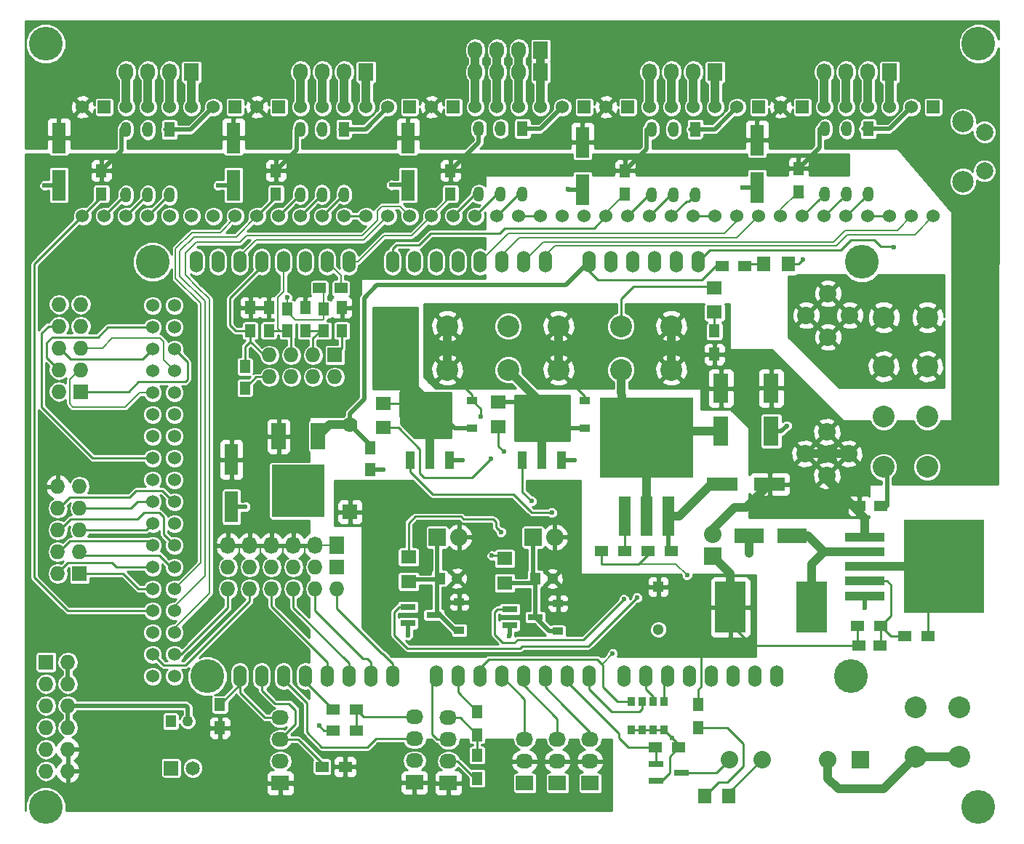
<source format=gbr>
G04 #@! TF.FileFunction,Copper,L1,Top,Signal*
%FSLAX46Y46*%
G04 Gerber Fmt 4.6, Leading zero omitted, Abs format (unit mm)*
G04 Created by KiCad (PCBNEW 4.0.2-stable) date 5/17/2016 9:00:00 PM*
%MOMM*%
G01*
G04 APERTURE LIST*
%ADD10C,0.100000*%
%ADD11O,1.524000X2.540000*%
%ADD12C,3.937000*%
%ADD13C,1.524000*%
%ADD14C,2.540000*%
%ADD15R,3.599180X1.600200*%
%ADD16R,3.556000X6.000000*%
%ADD17R,1.600200X3.599180*%
%ADD18R,2.032000X2.032000*%
%ADD19C,2.032000*%
%ADD20R,1.524000X1.524000*%
%ADD21R,1.220000X0.910000*%
%ADD22R,1.250000X1.500000*%
%ADD23R,1.500000X1.250000*%
%ADD24R,3.657600X2.032000*%
%ADD25R,1.016000X2.032000*%
%ADD26R,1.500000X1.300000*%
%ADD27R,2.032000X1.727200*%
%ADD28O,2.032000X1.727200*%
%ADD29R,1.727200X2.032000*%
%ADD30O,1.727200X2.032000*%
%ADD31R,1.300000X1.500000*%
%ADD32R,4.600000X1.100000*%
%ADD33R,9.400000X10.800000*%
%ADD34R,1.390000X4.600000*%
%ADD35R,10.800000X9.400000*%
%ADD36R,1.800860X3.500120*%
%ADD37R,3.500120X1.800860*%
%ADD38R,1.597660X1.800860*%
%ADD39R,1.800860X1.597660*%
%ADD40C,2.000000*%
%ADD41C,2.500000*%
%ADD42R,1.727200X1.727200*%
%ADD43O,1.727200X1.727200*%
%ADD44O,1.270000X1.778000*%
%ADD45R,1.270000X1.778000*%
%ADD46R,1.651000X3.048000*%
%ADD47R,6.096000X6.096000*%
%ADD48R,0.900000X1.016000*%
%ADD49R,1.800860X0.800100*%
%ADD50R,1.300000X1.300000*%
%ADD51C,1.300000*%
%ADD52C,1.778000*%
%ADD53R,1.778000X1.778000*%
%ADD54O,2.032000X2.032000*%
%ADD55R,1.651000X1.651000*%
%ADD56C,1.651000*%
%ADD57R,1.270000X1.397000*%
%ADD58C,1.270000*%
%ADD59C,0.600000*%
%ADD60C,0.203200*%
%ADD61C,0.250000*%
%ADD62C,0.508000*%
%ADD63C,1.016000*%
%ADD64C,0.254000*%
G04 APERTURE END LIST*
D10*
D11*
X148082000Y-124460000D03*
X145542000Y-124460000D03*
X143002000Y-124460000D03*
X140462000Y-124460000D03*
X137922000Y-124460000D03*
X135382000Y-124460000D03*
X132842000Y-124460000D03*
X130302000Y-124460000D03*
X125222000Y-76200000D03*
X127762000Y-76200000D03*
X130302000Y-76200000D03*
X132842000Y-76200000D03*
X143002000Y-76200000D03*
X148082000Y-76200000D03*
X150622000Y-76200000D03*
X140462000Y-76200000D03*
X137922000Y-76200000D03*
X135382000Y-76200000D03*
X153162000Y-76200000D03*
X155702000Y-76200000D03*
X158242000Y-76200000D03*
X165862000Y-76200000D03*
X163322000Y-76200000D03*
X160782000Y-76200000D03*
X170942000Y-76200000D03*
X173482000Y-76200000D03*
X176022000Y-76200000D03*
X181102000Y-76200000D03*
X183642000Y-76200000D03*
X153162000Y-124460000D03*
X155702000Y-124460000D03*
X158242000Y-124460000D03*
X160782000Y-124460000D03*
X163322000Y-124460000D03*
X165862000Y-124460000D03*
X168402000Y-124460000D03*
X170942000Y-124460000D03*
X175006000Y-124460000D03*
X177546000Y-124460000D03*
X180086000Y-124460000D03*
X182626000Y-124460000D03*
X185166000Y-124460000D03*
X187706000Y-124460000D03*
X190246000Y-124460000D03*
X192786000Y-124460000D03*
X178562000Y-76200000D03*
D12*
X120142000Y-76200000D03*
X126492000Y-124460000D03*
X201422000Y-124460000D03*
X202692000Y-76200000D03*
D13*
X122682000Y-121920000D03*
X120142000Y-121920000D03*
X122682000Y-119380000D03*
X120142000Y-119380000D03*
X122682000Y-116840000D03*
X120142000Y-116840000D03*
X122682000Y-114300000D03*
X120142000Y-114300000D03*
X122682000Y-124460000D03*
X120142000Y-124460000D03*
X120142000Y-111760000D03*
X122682000Y-111760000D03*
X122682000Y-109220000D03*
X120142000Y-109220000D03*
X122682000Y-106680000D03*
X120142000Y-106680000D03*
X122682000Y-104140000D03*
X120142000Y-104140000D03*
X122682000Y-101600000D03*
X120142000Y-101600000D03*
X122682000Y-99060000D03*
X120142000Y-99060000D03*
X122682000Y-96520000D03*
X120142000Y-96520000D03*
X122682000Y-93980000D03*
X120142000Y-93980000D03*
X122682000Y-91440000D03*
X120142000Y-91440000D03*
X122682000Y-88900000D03*
X120142000Y-88900000D03*
X122682000Y-86360000D03*
X120142000Y-86360000D03*
X122682000Y-83820000D03*
X120142000Y-83820000D03*
X122682000Y-81280000D03*
X120142000Y-81280000D03*
D14*
X174671091Y-83705444D03*
X174671091Y-88785444D03*
D15*
X191980820Y-102108000D03*
X186479180Y-102108000D03*
D16*
X196881500Y-116443000D03*
X187381500Y-116443000D03*
D17*
X129311400Y-99230180D03*
X129311400Y-104731820D03*
D18*
X202514200Y-134162800D03*
D19*
X198704200Y-134162800D03*
X191084200Y-134162800D03*
X187274200Y-134162800D03*
D20*
X170370500Y-58166000D03*
D13*
X167830500Y-58166000D03*
X165290500Y-58166000D03*
X162750500Y-58166000D03*
X160210500Y-58166000D03*
X157670500Y-58166000D03*
D20*
X155130500Y-58166000D03*
D13*
X152590500Y-58166000D03*
X152590500Y-70866000D03*
X155130500Y-70866000D03*
X157670500Y-70866000D03*
X160210500Y-70866000D03*
X162750500Y-70866000D03*
X165290500Y-70866000D03*
X167830500Y-70866000D03*
X170370500Y-70866000D03*
D20*
X211010500Y-58166000D03*
D13*
X208470500Y-58166000D03*
X205930500Y-58166000D03*
X203390500Y-58166000D03*
X200850500Y-58166000D03*
X198310500Y-58166000D03*
D20*
X195770500Y-58166000D03*
D13*
X193230500Y-58166000D03*
X193230500Y-70866000D03*
X195770500Y-70866000D03*
X198310500Y-70866000D03*
X200850500Y-70866000D03*
X203390500Y-70866000D03*
X205930500Y-70866000D03*
X208470500Y-70866000D03*
X211010500Y-70866000D03*
D21*
X155829000Y-115840000D03*
X155829000Y-119110000D03*
D14*
X205257400Y-82677000D03*
X210337400Y-82677000D03*
X205232000Y-88392000D03*
X210312000Y-88392000D03*
X205232000Y-94234000D03*
X210312000Y-94234000D03*
D20*
X129730500Y-58166000D03*
D13*
X127190500Y-58166000D03*
X124650500Y-58166000D03*
X122110500Y-58166000D03*
X119570500Y-58166000D03*
X117030500Y-58166000D03*
D20*
X114490500Y-58166000D03*
D13*
X111950500Y-58166000D03*
X111950500Y-70866000D03*
X114490500Y-70866000D03*
X117030500Y-70866000D03*
X119570500Y-70866000D03*
X122110500Y-70866000D03*
X124650500Y-70866000D03*
X127190500Y-70866000D03*
X129730500Y-70866000D03*
D14*
X180513090Y-83705444D03*
X180513090Y-88785444D03*
D20*
X150050500Y-58166000D03*
D13*
X147510500Y-58166000D03*
X144970500Y-58166000D03*
X142430500Y-58166000D03*
X139890500Y-58166000D03*
X137350500Y-58166000D03*
D20*
X134810500Y-58166000D03*
D13*
X132270500Y-58166000D03*
X132270500Y-70866000D03*
X134810500Y-70866000D03*
X137350500Y-70866000D03*
X139890500Y-70866000D03*
X142430500Y-70866000D03*
X144970500Y-70866000D03*
X147510500Y-70866000D03*
X150050500Y-70866000D03*
D20*
X190690500Y-58166000D03*
D13*
X188150500Y-58166000D03*
X185610500Y-58166000D03*
X183070500Y-58166000D03*
X180530500Y-58166000D03*
X177990500Y-58166000D03*
D20*
X175450500Y-58166000D03*
D13*
X172910500Y-58166000D03*
X172910500Y-70866000D03*
X175450500Y-70866000D03*
X177990500Y-70866000D03*
X180530500Y-70866000D03*
X183070500Y-70866000D03*
X185610500Y-70866000D03*
X188150500Y-70866000D03*
X190690500Y-70866000D03*
D17*
X190500000Y-62019180D03*
X190500000Y-67520820D03*
X170180000Y-62273180D03*
X170180000Y-67774820D03*
X149860000Y-61765180D03*
X149860000Y-67266820D03*
X129540000Y-61765180D03*
X129540000Y-67266820D03*
X109220000Y-61765180D03*
X109220000Y-67266820D03*
D22*
X130860800Y-88412000D03*
X130860800Y-90912000D03*
X135788400Y-84231800D03*
X135788400Y-81731800D03*
X140055600Y-84231800D03*
X140055600Y-81731800D03*
D23*
X142042200Y-79273400D03*
X139542200Y-79273400D03*
D24*
X165481000Y-92710000D03*
D25*
X165481000Y-99314000D03*
X167767000Y-99314000D03*
X163195000Y-99314000D03*
D26*
X177783500Y-109855000D03*
X180483500Y-109855000D03*
X175086000Y-109855000D03*
X172386000Y-109855000D03*
D14*
X205232000Y-100076000D03*
X210312000Y-100076000D03*
D27*
X135001000Y-136906000D03*
D28*
X135001000Y-134366000D03*
X135001000Y-131826000D03*
X135001000Y-129286000D03*
D29*
X205930500Y-54102000D03*
D30*
X203390500Y-54102000D03*
X200850500Y-54102000D03*
X198310500Y-54102000D03*
D29*
X185610500Y-54102000D03*
D30*
X183070500Y-54102000D03*
X180530500Y-54102000D03*
X177990500Y-54102000D03*
D29*
X165303200Y-51562000D03*
D30*
X162763200Y-51562000D03*
X160223200Y-51562000D03*
X157683200Y-51562000D03*
D29*
X165303200Y-54102000D03*
D30*
X162763200Y-54102000D03*
X160223200Y-54102000D03*
X157683200Y-54102000D03*
D29*
X144970500Y-54102000D03*
D30*
X142430500Y-54102000D03*
X139890500Y-54102000D03*
X137350500Y-54102000D03*
D29*
X124650500Y-54102000D03*
D30*
X122110500Y-54102000D03*
X119570500Y-54102000D03*
X117030500Y-54102000D03*
D14*
X167386000Y-88773000D03*
X167386000Y-83693000D03*
X161544000Y-88773000D03*
X161544000Y-83693000D03*
D31*
X185547000Y-86973400D03*
X185547000Y-84273400D03*
X154813000Y-65579000D03*
X154813000Y-68279000D03*
X195326000Y-65325000D03*
X195326000Y-68025000D03*
X175133000Y-65579000D03*
X175133000Y-68279000D03*
X134493000Y-65579000D03*
X134493000Y-68279000D03*
X114173000Y-65579000D03*
X114173000Y-68279000D03*
D32*
X203073000Y-115096500D03*
X203073000Y-113396500D03*
X203073000Y-109996500D03*
D33*
X212223000Y-111696500D03*
D32*
X203073000Y-111696500D03*
X203073000Y-108296500D03*
D34*
X177673000Y-105797000D03*
D35*
X177673000Y-96647000D03*
D34*
X180213000Y-105797000D03*
X175133000Y-105797000D03*
D36*
X192151000Y-90921840D03*
X192151000Y-95920560D03*
D37*
X194586860Y-108077000D03*
X189588140Y-108077000D03*
D26*
X202231000Y-118618000D03*
X204931000Y-118618000D03*
X207692000Y-119761000D03*
X210392000Y-119761000D03*
D24*
X152400000Y-92710000D03*
D25*
X152400000Y-99314000D03*
X154686000Y-99314000D03*
X150114000Y-99314000D03*
D38*
X191302640Y-76454000D03*
X194142360Y-76454000D03*
D39*
X185547000Y-82064860D03*
X185547000Y-79225140D03*
X161112200Y-110771940D03*
X161112200Y-113611660D03*
X160401000Y-95399860D03*
X160401000Y-92560140D03*
X147015200Y-95501460D03*
X147015200Y-92661740D03*
X149923500Y-110594140D03*
X149923500Y-113433860D03*
D36*
X186309000Y-90932000D03*
X186309000Y-95930720D03*
D40*
X216969600Y-65593600D03*
X216969600Y-61093600D03*
D41*
X214469600Y-66843600D03*
X214469600Y-59843600D03*
D21*
X157353000Y-92345000D03*
X157353000Y-95615000D03*
X167322500Y-115967000D03*
X167322500Y-119237000D03*
X170434000Y-92345000D03*
X170434000Y-95615000D03*
D14*
X154432000Y-83693000D03*
X154432000Y-88773000D03*
X148463000Y-88773000D03*
X148463000Y-83693000D03*
D42*
X141351000Y-87071200D03*
D43*
X141351000Y-89611200D03*
X138811000Y-87071200D03*
X138811000Y-89611200D03*
X136271000Y-87071200D03*
X136271000Y-89611200D03*
X133731000Y-87071200D03*
X133731000Y-89611200D03*
D42*
X141605000Y-111760000D03*
D43*
X141605000Y-114300000D03*
X139065000Y-111760000D03*
X139065000Y-114300000D03*
X136525000Y-111760000D03*
X136525000Y-114300000D03*
X133985000Y-111760000D03*
X133985000Y-114300000D03*
X131445000Y-111760000D03*
X131445000Y-114300000D03*
X128905000Y-111760000D03*
X128905000Y-114300000D03*
D29*
X141605000Y-109220000D03*
D30*
X139065000Y-109220000D03*
X136525000Y-109220000D03*
X133985000Y-109220000D03*
X131445000Y-109220000D03*
X128905000Y-109220000D03*
D27*
X163449000Y-136906000D03*
D28*
X163449000Y-134366000D03*
X163449000Y-131826000D03*
D27*
X167259000Y-136906000D03*
D28*
X167259000Y-134366000D03*
X167259000Y-131826000D03*
D27*
X171069000Y-136906000D03*
D28*
X171069000Y-134366000D03*
X171069000Y-131826000D03*
D27*
X154559000Y-136906000D03*
D28*
X154559000Y-134366000D03*
X154559000Y-131826000D03*
X154559000Y-129286000D03*
D27*
X150622000Y-136842500D03*
D28*
X150622000Y-134302500D03*
X150622000Y-131762500D03*
X150622000Y-129222500D03*
D14*
X208965800Y-128092200D03*
X214045800Y-128092200D03*
X208991200Y-133883400D03*
X214071200Y-133883400D03*
D26*
X178659800Y-132791200D03*
X181359800Y-132791200D03*
D31*
X183667400Y-127758200D03*
X183667400Y-130458200D03*
D38*
X184381140Y-138430000D03*
X187220860Y-138430000D03*
D19*
X201168000Y-98552000D03*
X196088000Y-98552000D03*
X198628000Y-96012000D03*
X198628000Y-101092000D03*
X201295000Y-82423000D03*
X196215000Y-82423000D03*
X198755000Y-79883000D03*
X198755000Y-84963000D03*
D44*
X203479400Y-68351400D03*
D45*
X203479400Y-60731400D03*
D44*
X200939400Y-68351400D03*
X200939400Y-60731400D03*
X198399400Y-68351400D03*
X198399400Y-60731400D03*
X183286400Y-68376800D03*
D45*
X183286400Y-60756800D03*
D44*
X180746400Y-68376800D03*
X180746400Y-60756800D03*
X178206400Y-68376800D03*
X178206400Y-60756800D03*
X163195000Y-68326000D03*
D45*
X163195000Y-60706000D03*
D44*
X160655000Y-68326000D03*
X160655000Y-60706000D03*
X158115000Y-68326000D03*
X158115000Y-60706000D03*
X142392400Y-68376800D03*
D45*
X142392400Y-60756800D03*
D44*
X139852400Y-68376800D03*
X139852400Y-60756800D03*
X137312400Y-68376800D03*
X137312400Y-60756800D03*
X122097800Y-68427600D03*
D45*
X122097800Y-60807600D03*
D44*
X119557800Y-68427600D03*
X119557800Y-60807600D03*
X117017800Y-68427600D03*
X117017800Y-60807600D03*
D46*
X139369800Y-96520000D03*
D47*
X137083800Y-102870000D03*
D46*
X134797800Y-96520000D03*
D22*
X145440400Y-97886200D03*
X145440400Y-100386200D03*
D12*
X107696000Y-50800000D03*
X216281000Y-50800000D03*
X107696000Y-139700000D03*
X216281000Y-139700000D03*
D48*
X179654200Y-127431800D03*
X175844200Y-127431800D03*
X178384200Y-127431800D03*
X177114200Y-127431800D03*
X178384200Y-130683000D03*
X179654200Y-130683000D03*
X175844200Y-130683000D03*
X177114200Y-130683000D03*
D49*
X161693860Y-116652000D03*
X161693860Y-118552000D03*
X164696140Y-117602000D03*
X178711860Y-134736800D03*
X178711860Y-136636800D03*
X181714140Y-135686800D03*
X149882860Y-116398000D03*
X149882860Y-118298000D03*
X152885140Y-117348000D03*
D50*
X179006500Y-114046000D03*
D51*
X179006500Y-119046000D03*
D52*
X143126460Y-95185980D03*
D53*
X143126460Y-105345980D03*
D18*
X185356500Y-110490000D03*
D54*
X185356500Y-107950000D03*
D23*
X202331000Y-120904000D03*
X204831000Y-120904000D03*
D31*
X157924500Y-131271000D03*
X157924500Y-128571000D03*
X157924500Y-133651000D03*
X157924500Y-136351000D03*
D26*
X143844000Y-128333500D03*
X141144000Y-128333500D03*
X143844000Y-130810000D03*
X141144000Y-130810000D03*
D42*
X107721400Y-122834400D03*
D43*
X110261400Y-122834400D03*
X107721400Y-125374400D03*
X110261400Y-125374400D03*
X107721400Y-127914400D03*
X110261400Y-127914400D03*
X107721400Y-130454400D03*
X110261400Y-130454400D03*
X107721400Y-132994400D03*
X110261400Y-132994400D03*
X107721400Y-135534400D03*
X110261400Y-135534400D03*
D55*
X122286600Y-135162800D03*
D56*
X124786600Y-135162800D03*
D57*
X122232600Y-129727200D03*
D58*
X124232600Y-129727200D03*
D42*
X111633000Y-112522000D03*
D43*
X109093000Y-112522000D03*
X111633000Y-109982000D03*
X109093000Y-109982000D03*
X111633000Y-107442000D03*
X109093000Y-107442000D03*
X111633000Y-104902000D03*
X109093000Y-104902000D03*
X111633000Y-102362000D03*
X109093000Y-102362000D03*
D42*
X111760000Y-91313000D03*
D43*
X109220000Y-91313000D03*
X111760000Y-88773000D03*
X109220000Y-88773000D03*
X111760000Y-86233000D03*
X109220000Y-86233000D03*
X111760000Y-83693000D03*
X109220000Y-83693000D03*
X111760000Y-81153000D03*
X109220000Y-81153000D03*
D26*
X186406800Y-76682600D03*
X189106800Y-76682600D03*
X142548600Y-135001000D03*
X139848600Y-135001000D03*
D31*
X127965200Y-130483600D03*
X127965200Y-127783600D03*
D23*
X202394500Y-104648000D03*
X204894500Y-104648000D03*
D31*
X137922000Y-81530200D03*
X137922000Y-84230200D03*
X133654800Y-81530200D03*
X133654800Y-84230200D03*
X142163800Y-81530200D03*
X142163800Y-84230200D03*
X131495800Y-81530200D03*
X131495800Y-84230200D03*
D57*
X164676000Y-113090200D03*
D58*
X166676000Y-113090200D03*
D18*
X164414200Y-108280200D03*
D54*
X166954200Y-108280200D03*
D57*
X153550800Y-113064800D03*
D58*
X155550800Y-113064800D03*
D18*
X153263600Y-108280200D03*
D54*
X155803600Y-108280200D03*
D59*
X135788400Y-80365600D03*
X180581300Y-131610100D03*
X147015200Y-100380800D03*
X193954400Y-95300800D03*
X130937000Y-104724200D03*
X206578200Y-111696500D03*
X195834000Y-75946000D03*
X180213000Y-108648500D03*
X139509500Y-130238500D03*
X149860000Y-119697500D03*
X161671000Y-119761000D03*
X182346600Y-104902000D03*
X189547500Y-110172500D03*
X212280500Y-111633000D03*
X203073000Y-116522500D03*
X138353800Y-102870000D03*
X137109200Y-104546400D03*
X135813800Y-102870000D03*
X147929600Y-67259200D03*
X127762000Y-67310000D03*
X188849000Y-67564000D03*
X168465500Y-67754500D03*
X156210000Y-99314000D03*
X169227500Y-99314000D03*
X107569000Y-67310000D03*
X206451200Y-74472800D03*
X148463000Y-121488200D03*
X156781500Y-105346500D03*
X137287000Y-133705600D03*
X159639000Y-110426500D03*
X161036000Y-98298000D03*
X182346600Y-112699800D03*
X159512000Y-99123500D03*
X160680400Y-107670600D03*
X164274500Y-104076500D03*
X175006000Y-115506500D03*
X166624000Y-105410000D03*
X176530000Y-115316000D03*
X106883200Y-62712600D03*
X158292800Y-94208600D03*
X180467000Y-93980000D03*
X180594000Y-99390200D03*
X174675800Y-99390200D03*
X174777400Y-93903800D03*
X173685200Y-121843800D03*
D60*
X135788400Y-81731800D02*
X135788400Y-82067400D01*
X135788400Y-82067400D02*
X136702800Y-82981800D01*
X140055600Y-82880200D02*
X140055600Y-81731800D01*
X139954000Y-82981800D02*
X140055600Y-82880200D01*
X136702800Y-82981800D02*
X139954000Y-82981800D01*
X140055600Y-81731800D02*
X140055600Y-79786800D01*
X140055600Y-79786800D02*
X139542200Y-79273400D01*
X135788400Y-81731800D02*
X135788400Y-80365600D01*
D61*
X130860800Y-90912000D02*
X132161600Y-89611200D01*
X132161600Y-89611200D02*
X133731000Y-89611200D01*
X178711860Y-136636800D02*
X179390000Y-136636800D01*
X179390000Y-136636800D02*
X180340000Y-135686800D01*
X180340000Y-135686800D02*
X180340000Y-133811000D01*
X180340000Y-133811000D02*
X181359800Y-132791200D01*
X175844200Y-130683000D02*
X177114200Y-130683000D01*
X177114200Y-130683000D02*
X178384200Y-130683000D01*
X178384200Y-130683000D02*
X179654200Y-130683000D01*
X179654200Y-130683000D02*
X180581300Y-131610100D01*
X180581300Y-131610100D02*
X181359800Y-132388600D01*
X181359800Y-132388600D02*
X181359800Y-132791200D01*
D62*
X145440400Y-100386200D02*
X147009800Y-100386200D01*
X147009800Y-100386200D02*
X147015200Y-100380800D01*
X192151000Y-95920560D02*
X193334640Y-95920560D01*
X193334640Y-95920560D02*
X193954400Y-95300800D01*
X129311400Y-104731820D02*
X130929380Y-104731820D01*
X130929380Y-104731820D02*
X130937000Y-104724200D01*
D61*
X194142360Y-76454000D02*
X195326000Y-76454000D01*
X195326000Y-76454000D02*
X195834000Y-75946000D01*
D62*
X180213000Y-105797000D02*
X180213000Y-108648500D01*
X180213000Y-108648500D02*
X180213000Y-109584500D01*
X180213000Y-109584500D02*
X180483500Y-109855000D01*
D61*
X157924500Y-136351000D02*
X157623500Y-136351000D01*
X157623500Y-136351000D02*
X155638500Y-134366000D01*
X155638500Y-134366000D02*
X154559000Y-134366000D01*
X141144000Y-130810000D02*
X140081000Y-130810000D01*
X140081000Y-130810000D02*
X139509500Y-130238500D01*
D62*
X149882860Y-118298000D02*
X149882860Y-119674640D01*
X149882860Y-119674640D02*
X149860000Y-119697500D01*
X161693860Y-118552000D02*
X161693860Y-119738140D01*
X161693860Y-119738140D02*
X161671000Y-119761000D01*
D63*
X180213000Y-105797000D02*
X181477000Y-105797000D01*
X182346600Y-104902000D02*
X185166000Y-102108000D01*
X181477000Y-105797000D02*
X182346600Y-104902000D01*
X186479180Y-102108000D02*
X185166000Y-102108000D01*
X189588140Y-108077000D02*
X189588140Y-110131860D01*
X189588140Y-110131860D02*
X189547500Y-110172500D01*
D62*
X205644500Y-104648000D02*
X205644500Y-100488500D01*
X205644500Y-100488500D02*
X205232000Y-100076000D01*
X212280500Y-111633000D02*
X212223000Y-111690500D01*
X212223000Y-111690500D02*
X212223000Y-111696500D01*
X203073000Y-115096500D02*
X203073000Y-116522500D01*
D61*
X210392000Y-119761000D02*
X210392000Y-113527500D01*
X210392000Y-113527500D02*
X212223000Y-111696500D01*
D63*
X203073000Y-111696500D02*
X206578200Y-111696500D01*
X206578200Y-111696500D02*
X212223000Y-111696500D01*
D62*
X149860000Y-67266820D02*
X149852380Y-67259200D01*
X149852380Y-67259200D02*
X147929600Y-67259200D01*
X129540000Y-67266820D02*
X127805180Y-67266820D01*
X127805180Y-67266820D02*
X127762000Y-67310000D01*
X190500000Y-67520820D02*
X188892180Y-67520820D01*
X188892180Y-67520820D02*
X188849000Y-67564000D01*
X170180000Y-67774820D02*
X168485820Y-67774820D01*
X168485820Y-67774820D02*
X168465500Y-67754500D01*
X154686000Y-99314000D02*
X156210000Y-99314000D01*
X167767000Y-99314000D02*
X169227500Y-99314000D01*
X109220000Y-67266820D02*
X107612180Y-67266820D01*
X107612180Y-67266820D02*
X107569000Y-67310000D01*
D61*
X206451200Y-74472800D02*
X206400400Y-74422000D01*
X206400400Y-74422000D02*
X205359000Y-74422000D01*
X205359000Y-74422000D02*
X204914500Y-74422000D01*
X185039000Y-74803000D02*
X183642000Y-76200000D01*
X200279000Y-74803000D02*
X185039000Y-74803000D01*
X201422000Y-73660000D02*
X200279000Y-74803000D01*
X204152500Y-73660000D02*
X201422000Y-73660000D01*
X204914500Y-74422000D02*
X204152500Y-73660000D01*
X205359000Y-74422000D02*
X205232000Y-74422000D01*
D60*
X208470500Y-70866000D02*
X206819500Y-72517000D01*
X165630202Y-73891798D02*
X163322000Y-76200000D01*
X199412202Y-73891798D02*
X165630202Y-73891798D01*
X200787000Y-72517000D02*
X199412202Y-73891798D01*
X206819500Y-72517000D02*
X200787000Y-72517000D01*
X165862000Y-75438000D02*
X167005000Y-74295000D01*
X208851500Y-73025000D02*
X211010500Y-70866000D01*
X201041000Y-73025000D02*
X208851500Y-73025000D01*
X199771000Y-74295000D02*
X201041000Y-73025000D01*
X167005000Y-74295000D02*
X199771000Y-74295000D01*
X165862000Y-75438000D02*
X165862000Y-75184000D01*
X193230500Y-70866000D02*
X193230500Y-70120500D01*
X193230500Y-70120500D02*
X195326000Y-68025000D01*
D61*
X195834000Y-68533000D02*
X195326000Y-68025000D01*
D60*
X142042200Y-79273400D02*
X142042200Y-77780200D01*
X142042200Y-77780200D02*
X140462000Y-76200000D01*
D61*
X141351000Y-87071200D02*
X142163800Y-86258400D01*
X142163800Y-86258400D02*
X142163800Y-84230200D01*
X140462000Y-76200000D02*
X140462000Y-76962000D01*
X183667400Y-127758200D02*
X183667400Y-125984000D01*
X183946800Y-125704600D02*
X183946800Y-122021600D01*
X183667400Y-125984000D02*
X183946800Y-125704600D01*
D62*
X124232600Y-129727200D02*
X124232600Y-128093400D01*
X124053600Y-127914400D02*
X110261400Y-127914400D01*
X124232600Y-128093400D02*
X124053600Y-127914400D01*
X110261400Y-127914400D02*
X110261400Y-130454400D01*
D63*
X185356500Y-110490000D02*
X187381500Y-112515000D01*
X187381500Y-112515000D02*
X187381500Y-116443000D01*
D61*
X202231000Y-118618000D02*
X202231000Y-120804000D01*
X202231000Y-120804000D02*
X202331000Y-120904000D01*
X187381500Y-116443000D02*
X187381500Y-118357000D01*
X187381500Y-118357000D02*
X189928500Y-120904000D01*
X189928500Y-120904000D02*
X202331000Y-120904000D01*
D62*
X155829000Y-113284000D02*
X155765500Y-113220500D01*
D60*
X135382000Y-76200000D02*
X135382000Y-79705200D01*
X134721600Y-83947000D02*
X135004800Y-84230200D01*
X134721600Y-80365600D02*
X134721600Y-83947000D01*
X135382000Y-79705200D02*
X134721600Y-80365600D01*
D61*
X133654800Y-84230200D02*
X135004800Y-84230200D01*
X135004800Y-84230200D02*
X135786800Y-84230200D01*
X135786800Y-84230200D02*
X136271000Y-84714400D01*
X136271000Y-84714400D02*
X136271000Y-87071200D01*
D60*
X137922000Y-84230200D02*
X137922000Y-84048600D01*
D61*
X137922000Y-84230200D02*
X140054000Y-84230200D01*
X140054000Y-84230200D02*
X140055600Y-84231800D01*
X138811000Y-87071200D02*
X138811000Y-85119200D01*
X138811000Y-85119200D02*
X139698400Y-84231800D01*
X139698400Y-84231800D02*
X140055600Y-84231800D01*
D60*
X137820400Y-109220000D02*
X137820400Y-110337600D01*
X137820400Y-110337600D02*
X137795000Y-110363000D01*
X135280400Y-109220000D02*
X135280400Y-110490000D01*
X135280400Y-110490000D02*
X135255000Y-110515400D01*
X132715000Y-109220000D02*
X132715000Y-110312200D01*
X132715000Y-110312200D02*
X132689600Y-110337600D01*
X130200400Y-109220000D02*
X130200400Y-110413800D01*
X130251200Y-110464600D02*
X130454400Y-110464600D01*
X130200400Y-110413800D02*
X130251200Y-110464600D01*
D61*
X198399400Y-60731400D02*
X198374000Y-60706000D01*
X198374000Y-60706000D02*
X197764400Y-60706000D01*
X197764400Y-60706000D02*
X198399400Y-60731400D01*
X117017800Y-60807600D02*
X116535200Y-60807600D01*
D62*
X195326000Y-65325000D02*
X197764400Y-62886600D01*
X197764400Y-62886600D02*
X197764400Y-60706000D01*
X175133000Y-65579000D02*
X177647600Y-63064400D01*
X177647600Y-63064400D02*
X177647600Y-60756800D01*
X154813000Y-65579000D02*
X158115000Y-62277000D01*
X158115000Y-62277000D02*
X158115000Y-60706000D01*
X134493000Y-65579000D02*
X136906000Y-63166000D01*
X136906000Y-63166000D02*
X136906000Y-60756800D01*
X114173000Y-65579000D02*
X116535200Y-63216800D01*
X116535200Y-63216800D02*
X116535200Y-60807600D01*
X127190500Y-58166000D02*
X124548900Y-60807600D01*
X124548900Y-60807600D02*
X121615200Y-60807600D01*
X147510500Y-58166000D02*
X144919700Y-60756800D01*
X144919700Y-60756800D02*
X141986000Y-60756800D01*
X167830500Y-58166000D02*
X165290500Y-60706000D01*
X165290500Y-60706000D02*
X163195000Y-60706000D01*
X188150500Y-58166000D02*
X185559700Y-60756800D01*
X185559700Y-60756800D02*
X182727600Y-60756800D01*
X208470500Y-58166000D02*
X205930500Y-60706000D01*
X205930500Y-60706000D02*
X202844400Y-60706000D01*
D60*
X128905000Y-109220000D02*
X130200400Y-109220000D01*
X130200400Y-109220000D02*
X131445000Y-109220000D01*
X131445000Y-109220000D02*
X132715000Y-109220000D01*
X132715000Y-109220000D02*
X133985000Y-109220000D01*
X133985000Y-109220000D02*
X135280400Y-109220000D01*
X135280400Y-109220000D02*
X136525000Y-109220000D01*
X136525000Y-109220000D02*
X137820400Y-109220000D01*
X137820400Y-109220000D02*
X139065000Y-109220000D01*
X139065000Y-109220000D02*
X141605000Y-109220000D01*
D62*
X135001000Y-136906000D02*
X144526000Y-136906000D01*
D60*
X154813000Y-68279000D02*
X154813000Y-68643500D01*
X154813000Y-68643500D02*
X152590500Y-70866000D01*
X143002000Y-76200000D02*
X144018000Y-76200000D01*
X150304500Y-73152000D02*
X152590500Y-70866000D01*
X147066000Y-73152000D02*
X150304500Y-73152000D01*
X144018000Y-76200000D02*
X147066000Y-73152000D01*
X160782000Y-76200000D02*
X160782000Y-75438000D01*
X188150500Y-73406000D02*
X190690500Y-70866000D01*
X162814000Y-73406000D02*
X188150500Y-73406000D01*
X160782000Y-75438000D02*
X162814000Y-73406000D01*
X160782000Y-76200000D02*
X160782000Y-75819000D01*
X188150500Y-70866000D02*
X188150500Y-71437500D01*
X188150500Y-71437500D02*
X186690000Y-72898000D01*
X186690000Y-72898000D02*
X161544000Y-72898000D01*
X161544000Y-72898000D02*
X158242000Y-76200000D01*
D61*
X148082000Y-76200000D02*
X148082000Y-74676000D01*
X171513500Y-72263000D02*
X172910500Y-70866000D01*
X161163000Y-72263000D02*
X171513500Y-72263000D01*
X160528000Y-72898000D02*
X161163000Y-72263000D01*
X152527000Y-72898000D02*
X160528000Y-72898000D01*
X151155400Y-74269600D02*
X152527000Y-72898000D01*
X148488400Y-74269600D02*
X151155400Y-74269600D01*
X148082000Y-74676000D02*
X148488400Y-74269600D01*
D60*
X172910500Y-70866000D02*
X172910500Y-70501500D01*
X172910500Y-70501500D02*
X175133000Y-68279000D01*
D61*
X134493000Y-68279000D02*
X134493000Y-68643500D01*
X134493000Y-68643500D02*
X132270500Y-70866000D01*
D60*
X122682000Y-116840000D02*
X122682000Y-116332000D01*
X122682000Y-116332000D02*
X126238000Y-112776000D01*
X126238000Y-112776000D02*
X126238000Y-80772000D01*
X126238000Y-80772000D02*
X123317000Y-77851000D01*
X123317000Y-77851000D02*
X123317000Y-74930000D01*
X123317000Y-74930000D02*
X124968000Y-73279000D01*
X124968000Y-73279000D02*
X129857500Y-73279000D01*
X129857500Y-73279000D02*
X132270500Y-70866000D01*
X130302000Y-76200000D02*
X130302000Y-75539600D01*
X144716500Y-73660000D02*
X147510500Y-70866000D01*
X132181600Y-73660000D02*
X144716500Y-73660000D01*
X130302000Y-75539600D02*
X132181600Y-73660000D01*
X143891000Y-73152000D02*
X144526000Y-73152000D01*
X123952000Y-77724000D02*
X123952000Y-75184000D01*
X123952000Y-75184000D02*
X125222000Y-73914000D01*
X125222000Y-73914000D02*
X130302000Y-73914000D01*
X130302000Y-73914000D02*
X131064000Y-73152000D01*
X131064000Y-73152000D02*
X143891000Y-73152000D01*
X122682000Y-118872000D02*
X126746000Y-114808000D01*
X126746000Y-114808000D02*
X126746000Y-80518000D01*
X126746000Y-80518000D02*
X125349000Y-79121000D01*
X125349000Y-79121000D02*
X123952000Y-77724000D01*
X148907500Y-69723000D02*
X150050500Y-70866000D01*
X146812000Y-69723000D02*
X148907500Y-69723000D01*
X146304000Y-70231000D02*
X146812000Y-69723000D01*
X146304000Y-71374000D02*
X146304000Y-70231000D01*
X144526000Y-73152000D02*
X146304000Y-71374000D01*
X122682000Y-119380000D02*
X122682000Y-118872000D01*
D61*
X106934000Y-113538000D02*
X106362500Y-112966500D01*
X106362500Y-76454000D02*
X106934000Y-75882500D01*
X106362500Y-112966500D02*
X106362500Y-76454000D01*
X114173000Y-68279000D02*
X114173000Y-68643500D01*
X114173000Y-68643500D02*
X111950500Y-70866000D01*
X120142000Y-116840000D02*
X110236000Y-116840000D01*
X106934000Y-75882500D02*
X111950500Y-70866000D01*
X110236000Y-116840000D02*
X106934000Y-113538000D01*
D60*
X129730500Y-70866000D02*
X129730500Y-71056500D01*
X129730500Y-71056500D02*
X128016000Y-72771000D01*
X128016000Y-72771000D02*
X124714000Y-72771000D01*
X124714000Y-72771000D02*
X122809000Y-74676000D01*
X122809000Y-74676000D02*
X122809000Y-78105000D01*
X122809000Y-78105000D02*
X125730000Y-81026000D01*
X125730000Y-81026000D02*
X125730000Y-111252000D01*
X125730000Y-111252000D02*
X122682000Y-114300000D01*
D61*
X153162000Y-76200000D02*
X153162000Y-75946000D01*
D60*
X155702000Y-76200000D02*
X155702000Y-75565000D01*
D63*
X144970500Y-54102000D02*
X144970500Y-58166000D01*
X142430500Y-54102000D02*
X142430500Y-58166000D01*
X139890500Y-54102000D02*
X139890500Y-58166000D01*
X137350500Y-54102000D02*
X137350500Y-58166000D01*
D61*
X136906000Y-68376800D02*
X136906000Y-68770500D01*
X136906000Y-68770500D02*
X134810500Y-70866000D01*
X137312400Y-68122800D02*
X137312400Y-68364100D01*
X139446000Y-68376800D02*
X139446000Y-68770500D01*
X139446000Y-68770500D02*
X137350500Y-70866000D01*
X139852400Y-68122800D02*
X139852400Y-68364100D01*
X141986000Y-68376800D02*
X141986000Y-68770500D01*
X141986000Y-68770500D02*
X139890500Y-70866000D01*
X142392400Y-68122800D02*
X142392400Y-68364100D01*
X144970500Y-70866000D02*
X142430500Y-70866000D01*
D63*
X124650500Y-54102000D02*
X124650500Y-58166000D01*
X122110500Y-54102000D02*
X122110500Y-58166000D01*
X119570500Y-54102000D02*
X119570500Y-58166000D01*
X117030500Y-54102000D02*
X117030500Y-58166000D01*
D61*
X117017800Y-68427600D02*
X116535200Y-68910200D01*
X116535200Y-68910200D02*
X116446300Y-68910200D01*
X116446300Y-68910200D02*
X117017800Y-68427600D01*
X116535200Y-68427600D02*
X116535200Y-68821300D01*
X116535200Y-68821300D02*
X114490500Y-70866000D01*
X119557800Y-68427600D02*
X119075200Y-68910200D01*
X119075200Y-68910200D02*
X118986300Y-68910200D01*
X118986300Y-68910200D02*
X119557800Y-68427600D01*
X119075200Y-68427600D02*
X119075200Y-68821300D01*
X119075200Y-68821300D02*
X117030500Y-70866000D01*
X122097800Y-68427600D02*
X121615200Y-68910200D01*
X121615200Y-68910200D02*
X121526300Y-68910200D01*
X121526300Y-68910200D02*
X122097800Y-68427600D01*
X121615200Y-68427600D02*
X121615200Y-68821300D01*
X121615200Y-68821300D02*
X119570500Y-70866000D01*
D63*
X205930500Y-54102000D02*
X205930500Y-58166000D01*
X203390500Y-54102000D02*
X203390500Y-58166000D01*
X200850500Y-54102000D02*
X200850500Y-58166000D01*
X198310500Y-54102000D02*
X198310500Y-58166000D01*
D60*
X198399400Y-68351400D02*
X197878700Y-68872100D01*
X197878700Y-68872100D02*
X197764400Y-68872100D01*
D61*
X197764400Y-68872100D02*
X195770500Y-70866000D01*
D60*
X200939400Y-68351400D02*
X200418700Y-68872100D01*
X200418700Y-68872100D02*
X200304400Y-68872100D01*
D61*
X200304400Y-68872100D02*
X198310500Y-70866000D01*
D60*
X203479400Y-68351400D02*
X202895200Y-68935600D01*
X202895200Y-68922900D02*
X202844400Y-68872100D01*
X202895200Y-68935600D02*
X202895200Y-68922900D01*
D61*
X202844400Y-68872100D02*
X200850500Y-70866000D01*
X205930500Y-70866000D02*
X203390500Y-70866000D01*
D63*
X185610500Y-54102000D02*
X185610500Y-58166000D01*
X183070500Y-54102000D02*
X183070500Y-58166000D01*
X180530500Y-54102000D02*
X180530500Y-58166000D01*
X177990500Y-54102000D02*
X177990500Y-58166000D01*
D61*
X178206400Y-68376800D02*
X177800000Y-68783200D01*
X177800000Y-68783200D02*
X177533300Y-68783200D01*
X177533300Y-68783200D02*
X175450500Y-70866000D01*
X180746400Y-68376800D02*
X180340000Y-68783200D01*
X180340000Y-68783200D02*
X180073300Y-68783200D01*
X180073300Y-68783200D02*
X177990500Y-70866000D01*
X183286400Y-68376800D02*
X182524400Y-69138800D01*
X182524400Y-69138800D02*
X182257700Y-69138800D01*
X182257700Y-69138800D02*
X180530500Y-70866000D01*
X185610500Y-70866000D02*
X183070500Y-70866000D01*
D63*
X165290500Y-58166000D02*
X165290500Y-54114700D01*
X165290500Y-54114700D02*
X165303200Y-54102000D01*
X165303200Y-54102000D02*
X165303200Y-51562000D01*
X162763200Y-51562000D02*
X162763200Y-54102000D01*
X162763200Y-54102000D02*
X162750500Y-54114700D01*
X162750500Y-54114700D02*
X162750500Y-58166000D01*
X160210500Y-58166000D02*
X160210500Y-54114700D01*
X160210500Y-54114700D02*
X160223200Y-54102000D01*
X160223200Y-54102000D02*
X160223200Y-51562000D01*
X157683200Y-51562000D02*
X157683200Y-54102000D01*
X157683200Y-54102000D02*
X157670500Y-54114700D01*
X157670500Y-54114700D02*
X157670500Y-58166000D01*
D61*
X158115000Y-68326000D02*
X157670500Y-68326000D01*
X157670500Y-68326000D02*
X155130500Y-70866000D01*
X160655000Y-68326000D02*
X160210500Y-68326000D01*
X160210500Y-68326000D02*
X157670500Y-70866000D01*
X163195000Y-68326000D02*
X162750500Y-68326000D01*
X162750500Y-68326000D02*
X160210500Y-70866000D01*
X165290500Y-70866000D02*
X162750500Y-70866000D01*
X132842000Y-76200000D02*
X132842000Y-76733400D01*
X132842000Y-76733400D02*
X129133600Y-80441800D01*
X129133600Y-80441800D02*
X129133600Y-83591400D01*
X129133600Y-83591400D02*
X129772400Y-84230200D01*
X129772400Y-84230200D02*
X131495800Y-84230200D01*
X130860800Y-88412000D02*
X130860800Y-86135200D01*
X130860800Y-86135200D02*
X131495800Y-85500200D01*
X131495800Y-84230200D02*
X131495800Y-85500200D01*
X131495800Y-85500200D02*
X133066800Y-87071200D01*
X133066800Y-87071200D02*
X133731000Y-87071200D01*
X191302640Y-76454000D02*
X189227500Y-76454000D01*
X189227500Y-76454000D02*
X189037000Y-76263500D01*
X185547000Y-82064860D02*
X185547000Y-84273400D01*
X185547000Y-81937860D02*
X185572400Y-81912460D01*
X161480500Y-110784640D02*
X161122360Y-110426500D01*
X161122360Y-110426500D02*
X159639000Y-110426500D01*
X160401000Y-95399860D02*
X160401000Y-97663000D01*
X160401000Y-97663000D02*
X161036000Y-98298000D01*
X124206000Y-87884000D02*
X122682000Y-86360000D01*
X124206000Y-89916000D02*
X124206000Y-87884000D01*
X123952000Y-90170000D02*
X124206000Y-89916000D01*
X118491000Y-90170000D02*
X123952000Y-90170000D01*
X117348000Y-91313000D02*
X118491000Y-90170000D01*
X111760000Y-91313000D02*
X117348000Y-91313000D01*
X109220000Y-91313000D02*
X109220000Y-91948000D01*
X118999000Y-87503000D02*
X120142000Y-86360000D01*
X110617000Y-87503000D02*
X118999000Y-87503000D01*
X109220000Y-86233000D02*
X109347000Y-86233000D01*
X109347000Y-86233000D02*
X110617000Y-87503000D01*
X175133000Y-105797000D02*
X175086000Y-105844000D01*
X175086000Y-105844000D02*
X175086000Y-109855000D01*
X139848600Y-135001000D02*
X139848600Y-134590800D01*
X139848600Y-134590800D02*
X137083800Y-131826000D01*
X137083800Y-131826000D02*
X135001000Y-131826000D01*
X132842000Y-124460000D02*
X132842000Y-126111000D01*
X136779000Y-130048000D02*
X135001000Y-131826000D01*
X136779000Y-128397000D02*
X136779000Y-130048000D01*
X136017000Y-127635000D02*
X136779000Y-128397000D01*
X134366000Y-127635000D02*
X136017000Y-127635000D01*
X132842000Y-126111000D02*
X134366000Y-127635000D01*
X130302000Y-124460000D02*
X130302000Y-125446800D01*
X130302000Y-125446800D02*
X127965200Y-127783600D01*
X135001000Y-129286000D02*
X133223000Y-129286000D01*
X130302000Y-126365000D02*
X130302000Y-124460000D01*
X133223000Y-129286000D02*
X130302000Y-126365000D01*
X148082000Y-124460000D02*
X148082000Y-123012200D01*
X148082000Y-123012200D02*
X146862800Y-121793000D01*
X141605000Y-116586000D02*
X141605000Y-114300000D01*
X146812000Y-121793000D02*
X141605000Y-116586000D01*
X146862800Y-121793000D02*
X146812000Y-121793000D01*
X148082000Y-123698000D02*
X148082000Y-124460000D01*
D60*
X181051200Y-111404400D02*
X176682400Y-111404400D01*
X182346600Y-112699800D02*
X181051200Y-111404400D01*
D61*
X177783500Y-109855000D02*
X177783500Y-110303300D01*
X177783500Y-110303300D02*
X176682400Y-111404400D01*
X176682400Y-111404400D02*
X172386000Y-111404400D01*
X172386000Y-109855000D02*
X172386000Y-111404400D01*
X172386000Y-109855000D02*
X171958000Y-110283000D01*
X178384200Y-127431800D02*
X178384200Y-126822200D01*
X177546000Y-125984000D02*
X177546000Y-124460000D01*
X178384200Y-126822200D02*
X177546000Y-125984000D01*
X179654200Y-127431800D02*
X179654200Y-124891800D01*
X179654200Y-124891800D02*
X180086000Y-124460000D01*
X136525000Y-114300000D02*
X136525000Y-116459000D01*
X136525000Y-116459000D02*
X143002000Y-122936000D01*
X143002000Y-122936000D02*
X143002000Y-124460000D01*
X123698000Y-123190000D02*
X123952000Y-123190000D01*
X123952000Y-123190000D02*
X131445000Y-115697000D01*
X131445000Y-114300000D02*
X131445000Y-115697000D01*
X121412000Y-123190000D02*
X120142000Y-121920000D01*
X123698000Y-123190000D02*
X121412000Y-123190000D01*
X139065000Y-114300000D02*
X139065000Y-116840000D01*
X145542000Y-122809000D02*
X145542000Y-124460000D01*
X145161000Y-122428000D02*
X145542000Y-122809000D01*
X144653000Y-122428000D02*
X145161000Y-122428000D01*
X139065000Y-116840000D02*
X144653000Y-122428000D01*
X133985000Y-114300000D02*
X133985000Y-116332000D01*
X140462000Y-122809000D02*
X140462000Y-124460000D01*
X133985000Y-116332000D02*
X140462000Y-122809000D01*
X122682000Y-121920000D02*
X123444000Y-121920000D01*
X123444000Y-121920000D02*
X128905000Y-116459000D01*
X128905000Y-116459000D02*
X128905000Y-114300000D01*
D62*
X145440400Y-97886200D02*
X145440400Y-97499920D01*
X145440400Y-97499920D02*
X143126460Y-95185980D01*
D61*
X186118500Y-76263500D02*
X184909500Y-77472500D01*
X170942000Y-76200000D02*
X170942000Y-77279500D01*
X170942000Y-77279500D02*
X171958000Y-78295500D01*
X184086500Y-78295500D02*
X184909500Y-77472500D01*
X171958000Y-78295500D02*
X184086500Y-78295500D01*
D62*
X143126460Y-95185980D02*
X143126460Y-93855540D01*
X168211500Y-78930500D02*
X170942000Y-76200000D01*
X146240500Y-78930500D02*
X168211500Y-78930500D01*
X144780000Y-80391000D02*
X146240500Y-78930500D01*
X144780000Y-92202000D02*
X144780000Y-80391000D01*
X143126460Y-93855540D02*
X144780000Y-92202000D01*
D63*
X143126460Y-95185980D02*
X140703820Y-95185980D01*
X140703820Y-95185980D02*
X139369800Y-96520000D01*
D61*
X207692000Y-119761000D02*
X206074000Y-119761000D01*
X206074000Y-119761000D02*
X204931000Y-118618000D01*
X204931000Y-118618000D02*
X204931000Y-120804000D01*
X204931000Y-120804000D02*
X204831000Y-120904000D01*
X203073000Y-113396500D02*
X205662000Y-113396500D01*
X206121000Y-117428000D02*
X204931000Y-118618000D01*
X206121000Y-113855500D02*
X206121000Y-117428000D01*
X205662000Y-113396500D02*
X206121000Y-113855500D01*
D63*
X194586860Y-108077000D02*
X196405500Y-108077000D01*
X196405500Y-108077000D02*
X198325000Y-109996500D01*
X203073000Y-109996500D02*
X198325000Y-109996500D01*
X198325000Y-109996500D02*
X198296000Y-109996500D01*
X196881500Y-111411000D02*
X196881500Y-116443000D01*
X198296000Y-109996500D02*
X196881500Y-111411000D01*
D61*
X148752560Y-95501460D02*
X147015200Y-95501460D01*
X151257000Y-98005900D02*
X148752560Y-95501460D01*
X151257000Y-100838000D02*
X151257000Y-98005900D01*
X151765000Y-101346000D02*
X151257000Y-100838000D01*
X157289500Y-101346000D02*
X151765000Y-101346000D01*
X159512000Y-99123500D02*
X157289500Y-101346000D01*
X160680400Y-107670600D02*
X160070800Y-107061000D01*
X160070800Y-107061000D02*
X160070800Y-106476800D01*
X149923500Y-110594140D02*
X149923500Y-106641900D01*
X160045400Y-106451400D02*
X160070800Y-106476800D01*
X159766000Y-106172000D02*
X160045400Y-106451400D01*
X156337000Y-106172000D02*
X159766000Y-106172000D01*
X156032200Y-105867200D02*
X156337000Y-106172000D01*
X150698200Y-105867200D02*
X156032200Y-105867200D01*
X149923500Y-106641900D02*
X150698200Y-105867200D01*
X163449000Y-131826000D02*
X163449000Y-127127000D01*
X163449000Y-127127000D02*
X160782000Y-124460000D01*
X160782000Y-124460000D02*
X160782000Y-124333000D01*
X167259000Y-131826000D02*
X167259000Y-129413000D01*
X167259000Y-129413000D02*
X163322000Y-125476000D01*
X163322000Y-125476000D02*
X163322000Y-124460000D01*
X171069000Y-131826000D02*
X171069000Y-130937000D01*
X165862000Y-125730000D02*
X165862000Y-124460000D01*
X168021000Y-127889000D02*
X165862000Y-125730000D01*
X168021000Y-127889000D02*
X168021000Y-127889000D01*
X171069000Y-130937000D02*
X168021000Y-127889000D01*
D62*
X164414200Y-108280200D02*
X164414200Y-112828400D01*
X164414200Y-112828400D02*
X164676000Y-113090200D01*
X164782500Y-113284000D02*
X164696140Y-113370360D01*
X164696140Y-113370360D02*
X164696140Y-117602000D01*
X161480500Y-113624360D02*
X164442140Y-113624360D01*
X164442140Y-113624360D02*
X164782500Y-113284000D01*
X167322500Y-119237000D02*
X166331140Y-119237000D01*
X166331140Y-119237000D02*
X164782500Y-117688360D01*
D63*
X165481000Y-99314000D02*
X165481000Y-92710000D01*
X165481000Y-92710000D02*
X161544000Y-88773000D01*
D62*
X160401000Y-92560140D02*
X165331140Y-92560140D01*
X165331140Y-92560140D02*
X168386000Y-95615000D01*
X168386000Y-95615000D02*
X170434000Y-95615000D01*
D63*
X165862000Y-93218000D02*
X165862000Y-93091000D01*
D61*
X147015200Y-92661740D02*
X147063460Y-92710000D01*
X147063460Y-92710000D02*
X152400000Y-92710000D01*
X157403800Y-95665800D02*
X157353000Y-95615000D01*
D62*
X157353000Y-95615000D02*
X155305000Y-95615000D01*
X155305000Y-95615000D02*
X152400000Y-92710000D01*
D63*
X152400000Y-92710000D02*
X148463000Y-88773000D01*
X152400000Y-99314000D02*
X152400000Y-92710000D01*
X148463000Y-88773000D02*
X148463000Y-83693000D01*
D62*
X153263600Y-108280200D02*
X153263600Y-112777600D01*
X153263600Y-112777600D02*
X153550800Y-113064800D01*
X149923500Y-113433860D02*
X150136860Y-113220500D01*
X150136860Y-113220500D02*
X153225500Y-113220500D01*
X153225500Y-113220500D02*
X153225500Y-117007640D01*
X153225500Y-117007640D02*
X155327860Y-119110000D01*
X155327860Y-119110000D02*
X155829000Y-119110000D01*
D61*
X163195000Y-102997000D02*
X163195000Y-99314000D01*
X164274500Y-104076500D02*
X163195000Y-102997000D01*
X160271500Y-116652000D02*
X161693860Y-116652000D01*
X159956500Y-116967000D02*
X160271500Y-116652000D01*
X159956500Y-119634000D02*
X159956500Y-116967000D01*
X160909000Y-120586500D02*
X159956500Y-119634000D01*
X162242500Y-120586500D02*
X160909000Y-120586500D01*
X162623500Y-120205500D02*
X162242500Y-120586500D01*
X170307000Y-120205500D02*
X162623500Y-120205500D01*
X175006000Y-115506500D02*
X170307000Y-120205500D01*
X150114000Y-100647500D02*
X150114000Y-99314000D01*
X166624000Y-105410000D02*
X164274500Y-105410000D01*
X164274500Y-105410000D02*
X162115500Y-103251000D01*
X162115500Y-103251000D02*
X152717500Y-103251000D01*
X152717500Y-103251000D02*
X150114000Y-100647500D01*
X149882860Y-116398000D02*
X148841500Y-116398000D01*
X170878500Y-120967500D02*
X176530000Y-115316000D01*
X163195000Y-120967500D02*
X170878500Y-120967500D01*
X162941000Y-121221500D02*
X163195000Y-120967500D01*
X149796500Y-121221500D02*
X162941000Y-121221500D01*
X148272500Y-119697500D02*
X149796500Y-121221500D01*
X148272500Y-116967000D02*
X148272500Y-119697500D01*
X148841500Y-116398000D02*
X148272500Y-116967000D01*
D62*
X110261400Y-122834400D02*
X110261400Y-125374400D01*
D63*
X201644500Y-104648000D02*
X198628000Y-101631500D01*
X198628000Y-101631500D02*
X198628000Y-101092000D01*
X185356500Y-107950000D02*
X185356500Y-107378500D01*
X185356500Y-107378500D02*
X187896500Y-104838500D01*
X187896500Y-104838500D02*
X189250320Y-104838500D01*
X189250320Y-104838500D02*
X191980820Y-102108000D01*
X203073000Y-108296500D02*
X203073000Y-106076500D01*
X203073000Y-106076500D02*
X201644500Y-104648000D01*
D61*
X158292800Y-93284800D02*
X157353000Y-92345000D01*
X158292800Y-94208600D02*
X158292800Y-93284800D01*
X170434000Y-92345000D02*
X170434000Y-91821000D01*
X170434000Y-91821000D02*
X167386000Y-88773000D01*
X157353000Y-92345000D02*
X157353000Y-91694000D01*
X157353000Y-91694000D02*
X154432000Y-88773000D01*
D63*
X196088000Y-98552000D02*
X201168000Y-98552000D01*
D62*
X154432000Y-88773000D02*
X154432000Y-89424000D01*
D63*
X180513090Y-83705444D02*
X180513090Y-88785444D01*
X167386000Y-83693000D02*
X167386000Y-88773000D01*
X154432000Y-83693000D02*
X154432000Y-88773000D01*
D62*
X193230500Y-58166000D02*
X193230500Y-58801000D01*
X132270500Y-58166000D02*
X132270500Y-58420000D01*
D61*
X120142000Y-83820000D02*
X114935000Y-83820000D01*
X114935000Y-83820000D02*
X113792000Y-84963000D01*
X113792000Y-84963000D02*
X108458000Y-84963000D01*
X108458000Y-84963000D02*
X107823000Y-85598000D01*
X107823000Y-85598000D02*
X107823000Y-87376000D01*
X107823000Y-87376000D02*
X109220000Y-88773000D01*
X111633000Y-112522000D02*
X116713000Y-112522000D01*
X116713000Y-112522000D02*
X118491000Y-114300000D01*
X118491000Y-114300000D02*
X120142000Y-114300000D01*
X109093000Y-112522000D02*
X109093000Y-112395000D01*
X109093000Y-112395000D02*
X110236000Y-111252000D01*
X110236000Y-111252000D02*
X115443000Y-111252000D01*
X120142000Y-111760000D02*
X115951000Y-111760000D01*
X115951000Y-111760000D02*
X115443000Y-111252000D01*
X122682000Y-111760000D02*
X122301000Y-111760000D01*
X122301000Y-111760000D02*
X120904000Y-110363000D01*
X120904000Y-110363000D02*
X112014000Y-110363000D01*
X112014000Y-110363000D02*
X111633000Y-109982000D01*
X110490000Y-108712000D02*
X119634000Y-108712000D01*
X119634000Y-108712000D02*
X120142000Y-109220000D01*
X109093000Y-109982000D02*
X109220000Y-109982000D01*
X109220000Y-109982000D02*
X110490000Y-108712000D01*
X119380000Y-107442000D02*
X120142000Y-106680000D01*
X111633000Y-107442000D02*
X119380000Y-107442000D01*
X109093000Y-107442000D02*
X109347000Y-107442000D01*
X109347000Y-107442000D02*
X110617000Y-106172000D01*
X110617000Y-106172000D02*
X118364000Y-106172000D01*
X118364000Y-106172000D02*
X119126000Y-105410000D01*
X119126000Y-105410000D02*
X120904000Y-105410000D01*
X120904000Y-105410000D02*
X121412000Y-105918000D01*
X121412000Y-105918000D02*
X121412000Y-107950000D01*
X121412000Y-107950000D02*
X122682000Y-109220000D01*
X111633000Y-104902000D02*
X117602000Y-104902000D01*
X117602000Y-104902000D02*
X118364000Y-104140000D01*
X118364000Y-104140000D02*
X120142000Y-104140000D01*
X110490000Y-103632000D02*
X109220000Y-104902000D01*
X109220000Y-104902000D02*
X109093000Y-104902000D01*
X117475000Y-103632000D02*
X110490000Y-103632000D01*
X122682000Y-104140000D02*
X122555000Y-104140000D01*
X122555000Y-104140000D02*
X121285000Y-102870000D01*
X121285000Y-102870000D02*
X118237000Y-102870000D01*
X118237000Y-102870000D02*
X117475000Y-103632000D01*
D60*
X118618000Y-91440000D02*
X120142000Y-91440000D01*
X116967000Y-93091000D02*
X118618000Y-91440000D01*
X110871000Y-93091000D02*
X116967000Y-93091000D01*
X110490000Y-92710000D02*
X110871000Y-93091000D01*
X111760000Y-88773000D02*
X111633000Y-88773000D01*
X111633000Y-88773000D02*
X110490000Y-89916000D01*
X110490000Y-89916000D02*
X110490000Y-92710000D01*
X114300000Y-86233000D02*
X111760000Y-86233000D01*
X115443000Y-85090000D02*
X114300000Y-86233000D01*
X121031000Y-85090000D02*
X115443000Y-85090000D01*
X121412000Y-85471000D02*
X121031000Y-85090000D01*
X121412000Y-87630000D02*
X121412000Y-85471000D01*
X122682000Y-88900000D02*
X121412000Y-87630000D01*
D61*
X108013500Y-83693000D02*
X109220000Y-83693000D01*
X107188000Y-84518500D02*
X108013500Y-83693000D01*
X107188000Y-93091000D02*
X107188000Y-84518500D01*
X113157000Y-99060000D02*
X107188000Y-93091000D01*
X120142000Y-99060000D02*
X113157000Y-99060000D01*
X150622000Y-131762500D02*
X146113500Y-131762500D01*
X138087100Y-127558800D02*
X135382000Y-124853700D01*
X138087100Y-130975100D02*
X138087100Y-127558800D01*
X139827000Y-132715000D02*
X138087100Y-130975100D01*
X145161000Y-132715000D02*
X139827000Y-132715000D01*
X146113500Y-131762500D02*
X145161000Y-132715000D01*
X135382000Y-124853700D02*
X135382000Y-124460000D01*
X137922000Y-124460000D02*
X137922000Y-125111500D01*
X137922000Y-125111500D02*
X141144000Y-128333500D01*
D63*
X214071200Y-133883400D02*
X208991200Y-133883400D01*
X208991200Y-133883400D02*
X205257400Y-137617200D01*
X205257400Y-137617200D02*
X199948800Y-137617200D01*
X199948800Y-137617200D02*
X198704200Y-136372600D01*
X198704200Y-136372600D02*
X198704200Y-134162800D01*
D61*
X168402000Y-124460000D02*
X168402000Y-125095000D01*
X168402000Y-125095000D02*
X174421800Y-131114800D01*
X174421800Y-131114800D02*
X174421800Y-131673600D01*
X174421800Y-131673600D02*
X175539400Y-132791200D01*
X175539400Y-132791200D02*
X178659800Y-132791200D01*
X178659800Y-132791200D02*
X178711860Y-132843260D01*
X178711860Y-132843260D02*
X178711860Y-134736800D01*
X183667400Y-130458200D02*
X186998600Y-130458200D01*
X186006740Y-136804400D02*
X184381140Y-138430000D01*
X186994800Y-136804400D02*
X186006740Y-136804400D01*
X188874400Y-134924800D02*
X186994800Y-136804400D01*
X188874400Y-132334000D02*
X188874400Y-134924800D01*
X186998600Y-130458200D02*
X188874400Y-132334000D01*
X187220860Y-138430000D02*
X187220860Y-138026140D01*
X187220860Y-138026140D02*
X191084200Y-134162800D01*
X181714140Y-135686800D02*
X185750200Y-135686800D01*
X185750200Y-135686800D02*
X187274200Y-134162800D01*
D63*
X186309000Y-95930720D02*
X178389280Y-95930720D01*
X178389280Y-95930720D02*
X177673000Y-96647000D01*
X177673000Y-105797000D02*
X177673000Y-96647000D01*
X174777400Y-93903800D02*
X177673000Y-96113600D01*
X177673000Y-96113600D02*
X174675800Y-99390200D01*
D61*
X185572400Y-79072740D02*
X176121060Y-79072740D01*
X174671091Y-80522709D02*
X174671091Y-83705444D01*
X176121060Y-79072740D02*
X174671091Y-80522709D01*
D63*
X175895000Y-94869000D02*
X174675800Y-99390200D01*
X174671091Y-88785444D02*
X174721891Y-94381691D01*
X174721891Y-94381691D02*
X174675800Y-99390200D01*
X180467000Y-93980000D02*
X178389280Y-95930720D01*
X178389280Y-95930720D02*
X174675800Y-99390200D01*
X180594000Y-99390200D02*
X174675800Y-99390200D01*
D61*
X157924500Y-133651000D02*
X157924500Y-131271000D01*
X157924500Y-131271000D02*
X155939500Y-129286000D01*
X155939500Y-129286000D02*
X154559000Y-129286000D01*
X155702000Y-124460000D02*
X155702000Y-126348500D01*
X155702000Y-126348500D02*
X157924500Y-128571000D01*
X154559000Y-131826000D02*
X153289000Y-131826000D01*
X152654000Y-131191000D02*
X152654000Y-124968000D01*
X153289000Y-131826000D02*
X152654000Y-131191000D01*
X152654000Y-124968000D02*
X153162000Y-124460000D01*
X177114200Y-127431800D02*
X177114200Y-128295400D01*
X170942000Y-126009400D02*
X170942000Y-124460000D01*
X173532800Y-128600200D02*
X170942000Y-126009400D01*
X176809400Y-128600200D02*
X173532800Y-128600200D01*
X177114200Y-128295400D02*
X176809400Y-128600200D01*
D60*
X172542200Y-122986800D02*
X172542200Y-123164600D01*
X173685200Y-121843800D02*
X172542200Y-122986800D01*
D61*
X175844200Y-127431800D02*
X174218600Y-127431800D01*
X158242000Y-123520200D02*
X158242000Y-124460000D01*
X159283400Y-122478800D02*
X158242000Y-123520200D01*
X171856400Y-122478800D02*
X159283400Y-122478800D01*
X172542200Y-123164600D02*
X171856400Y-122478800D01*
X172542200Y-125755400D02*
X172542200Y-123164600D01*
X174218600Y-127431800D02*
X172542200Y-125755400D01*
X158242000Y-124460000D02*
X158242000Y-123317000D01*
X150622000Y-129222500D02*
X144733000Y-129222500D01*
X144733000Y-129222500D02*
X143844000Y-128333500D01*
X143844000Y-128333500D02*
X143844000Y-130810000D01*
D64*
G36*
X218617681Y-48183772D02*
X218615699Y-50297899D01*
X218273970Y-49470854D01*
X217613622Y-48809353D01*
X216750395Y-48450909D01*
X215815706Y-48450093D01*
X214951854Y-48807030D01*
X214290353Y-49467378D01*
X213931909Y-50330605D01*
X213931093Y-51265294D01*
X214288030Y-52129146D01*
X214948378Y-52790647D01*
X215811605Y-53149091D01*
X216746294Y-53149907D01*
X217610146Y-52792970D01*
X218271647Y-52132622D01*
X218614753Y-51306333D01*
X218567119Y-102108000D01*
X206279500Y-102108000D01*
X206279500Y-101363159D01*
X206630834Y-101012437D01*
X206882713Y-100405845D01*
X206882715Y-100402963D01*
X208660714Y-100402963D01*
X208911534Y-101009995D01*
X209375563Y-101474834D01*
X209982155Y-101726713D01*
X210638963Y-101727286D01*
X211245995Y-101476466D01*
X211710834Y-101012437D01*
X211962713Y-100405845D01*
X211963286Y-99749037D01*
X211712466Y-99142005D01*
X211248437Y-98677166D01*
X210641845Y-98425287D01*
X209985037Y-98424714D01*
X209378005Y-98675534D01*
X208913166Y-99139563D01*
X208661287Y-99746155D01*
X208660714Y-100402963D01*
X206882715Y-100402963D01*
X206883286Y-99749037D01*
X206632466Y-99142005D01*
X206168437Y-98677166D01*
X205561845Y-98425287D01*
X204905037Y-98424714D01*
X204298005Y-98675534D01*
X203833166Y-99139563D01*
X203581287Y-99746155D01*
X203580714Y-100402963D01*
X203831534Y-101009995D01*
X204295563Y-101474834D01*
X204902155Y-101726713D01*
X205009500Y-101726807D01*
X205009500Y-102108000D01*
X203644500Y-102108000D01*
X203595090Y-102118006D01*
X203553465Y-102146447D01*
X203526185Y-102188841D01*
X203517500Y-102235000D01*
X203517500Y-103497975D01*
X203504198Y-103484673D01*
X203270809Y-103388000D01*
X202680250Y-103388000D01*
X202521500Y-103546750D01*
X202521500Y-104521000D01*
X202541500Y-104521000D01*
X202541500Y-104775000D01*
X202521500Y-104775000D01*
X202521500Y-105749250D01*
X202680250Y-105908000D01*
X203270809Y-105908000D01*
X203504198Y-105811327D01*
X203517500Y-105798025D01*
X203517500Y-105981500D01*
X189611000Y-105981500D01*
X189611000Y-104933750D01*
X201009500Y-104933750D01*
X201009500Y-105399310D01*
X201106173Y-105632699D01*
X201284802Y-105811327D01*
X201518191Y-105908000D01*
X202108750Y-105908000D01*
X202267500Y-105749250D01*
X202267500Y-104775000D01*
X201168250Y-104775000D01*
X201009500Y-104933750D01*
X189611000Y-104933750D01*
X189611000Y-103896690D01*
X201009500Y-103896690D01*
X201009500Y-104362250D01*
X201168250Y-104521000D01*
X202267500Y-104521000D01*
X202267500Y-103546750D01*
X202108750Y-103388000D01*
X201518191Y-103388000D01*
X201284802Y-103484673D01*
X201106173Y-103663301D01*
X201009500Y-103896690D01*
X189611000Y-103896690D01*
X189611000Y-103190778D01*
X189642903Y-103267799D01*
X189821532Y-103446427D01*
X190054921Y-103543100D01*
X191695070Y-103543100D01*
X191853820Y-103384350D01*
X191853820Y-102235000D01*
X192107820Y-102235000D01*
X192107820Y-103384350D01*
X192266570Y-103543100D01*
X193906719Y-103543100D01*
X194140108Y-103446427D01*
X194318737Y-103267799D01*
X194415410Y-103034410D01*
X194415410Y-102393750D01*
X194277767Y-102256107D01*
X197643498Y-102256107D01*
X197744120Y-102524622D01*
X198359642Y-102753816D01*
X199016019Y-102730014D01*
X199511880Y-102524622D01*
X199612502Y-102256107D01*
X198628000Y-101271605D01*
X197643498Y-102256107D01*
X194277767Y-102256107D01*
X194256660Y-102235000D01*
X192107820Y-102235000D01*
X191853820Y-102235000D01*
X191833820Y-102235000D01*
X191833820Y-101981000D01*
X191853820Y-101981000D01*
X191853820Y-100831650D01*
X192107820Y-100831650D01*
X192107820Y-101981000D01*
X194256660Y-101981000D01*
X194415410Y-101822250D01*
X194415410Y-101181590D01*
X194318737Y-100948201D01*
X194194178Y-100823642D01*
X196966184Y-100823642D01*
X196989986Y-101480019D01*
X197195378Y-101975880D01*
X197463893Y-102076502D01*
X198448395Y-101092000D01*
X198807605Y-101092000D01*
X199792107Y-102076502D01*
X200060622Y-101975880D01*
X200289816Y-101360358D01*
X200266014Y-100703981D01*
X200060622Y-100208120D01*
X199792107Y-100107498D01*
X198807605Y-101092000D01*
X198448395Y-101092000D01*
X197463893Y-100107498D01*
X197195378Y-100208120D01*
X196966184Y-100823642D01*
X194194178Y-100823642D01*
X194140108Y-100769573D01*
X193906719Y-100672900D01*
X192266570Y-100672900D01*
X192107820Y-100831650D01*
X191853820Y-100831650D01*
X191695070Y-100672900D01*
X190054921Y-100672900D01*
X189821532Y-100769573D01*
X189642903Y-100948201D01*
X189611000Y-101025222D01*
X189611000Y-99716107D01*
X195103498Y-99716107D01*
X195204120Y-99984622D01*
X195819642Y-100213816D01*
X196476019Y-100190014D01*
X196971880Y-99984622D01*
X196993138Y-99927893D01*
X197643498Y-99927893D01*
X198628000Y-100912395D01*
X199612502Y-99927893D01*
X199533139Y-99716107D01*
X200183498Y-99716107D01*
X200284120Y-99984622D01*
X200899642Y-100213816D01*
X201556019Y-100190014D01*
X202051880Y-99984622D01*
X202152502Y-99716107D01*
X201168000Y-98731605D01*
X200183498Y-99716107D01*
X199533139Y-99716107D01*
X199511880Y-99659378D01*
X198896358Y-99430184D01*
X198239981Y-99453986D01*
X197744120Y-99659378D01*
X197643498Y-99927893D01*
X196993138Y-99927893D01*
X197072502Y-99716107D01*
X196088000Y-98731605D01*
X195103498Y-99716107D01*
X189611000Y-99716107D01*
X189611000Y-98283642D01*
X194426184Y-98283642D01*
X194449986Y-98940019D01*
X194655378Y-99435880D01*
X194923893Y-99536502D01*
X195908395Y-98552000D01*
X196267605Y-98552000D01*
X197252107Y-99536502D01*
X197520622Y-99435880D01*
X197749816Y-98820358D01*
X197730354Y-98283642D01*
X199506184Y-98283642D01*
X199529986Y-98940019D01*
X199735378Y-99435880D01*
X200003893Y-99536502D01*
X200988395Y-98552000D01*
X201347605Y-98552000D01*
X202332107Y-99536502D01*
X202600622Y-99435880D01*
X202829816Y-98820358D01*
X202806014Y-98163981D01*
X202600622Y-97668120D01*
X202332107Y-97567498D01*
X201347605Y-98552000D01*
X200988395Y-98552000D01*
X200003893Y-97567498D01*
X199735378Y-97668120D01*
X199506184Y-98283642D01*
X197730354Y-98283642D01*
X197726014Y-98163981D01*
X197520622Y-97668120D01*
X197252107Y-97567498D01*
X196267605Y-98552000D01*
X195908395Y-98552000D01*
X194923893Y-97567498D01*
X194655378Y-97668120D01*
X194426184Y-98283642D01*
X189611000Y-98283642D01*
X189611000Y-95605600D01*
X189600994Y-95556190D01*
X189573803Y-95515797D01*
X188228506Y-94170500D01*
X190862106Y-94170500D01*
X190862106Y-97670620D01*
X190888673Y-97811810D01*
X190972116Y-97941485D01*
X191099436Y-98028479D01*
X191250570Y-98059084D01*
X193051430Y-98059084D01*
X193192620Y-98032517D01*
X193322295Y-97949074D01*
X193409289Y-97821754D01*
X193439894Y-97670620D01*
X193439894Y-97387893D01*
X195103498Y-97387893D01*
X196088000Y-98372395D01*
X197072502Y-97387893D01*
X196993139Y-97176107D01*
X197643498Y-97176107D01*
X197744120Y-97444622D01*
X198359642Y-97673816D01*
X199016019Y-97650014D01*
X199511880Y-97444622D01*
X199533138Y-97387893D01*
X200183498Y-97387893D01*
X201168000Y-98372395D01*
X202152502Y-97387893D01*
X202051880Y-97119378D01*
X201436358Y-96890184D01*
X200779981Y-96913986D01*
X200284120Y-97119378D01*
X200183498Y-97387893D01*
X199533138Y-97387893D01*
X199612502Y-97176107D01*
X198628000Y-96191605D01*
X197643498Y-97176107D01*
X196993139Y-97176107D01*
X196971880Y-97119378D01*
X196356358Y-96890184D01*
X195699981Y-96913986D01*
X195204120Y-97119378D01*
X195103498Y-97387893D01*
X193439894Y-97387893D01*
X193439894Y-96534624D01*
X193577644Y-96507224D01*
X193783653Y-96369573D01*
X194229076Y-95924150D01*
X194339652Y-95878461D01*
X194474705Y-95743642D01*
X196966184Y-95743642D01*
X196989986Y-96400019D01*
X197195378Y-96895880D01*
X197463893Y-96996502D01*
X198448395Y-96012000D01*
X198807605Y-96012000D01*
X199792107Y-96996502D01*
X200060622Y-96895880D01*
X200289816Y-96280358D01*
X200266014Y-95623981D01*
X200060622Y-95128120D01*
X199792107Y-95027498D01*
X198807605Y-96012000D01*
X198448395Y-96012000D01*
X197463893Y-95027498D01*
X197195378Y-95128120D01*
X196966184Y-95743642D01*
X194474705Y-95743642D01*
X194531387Y-95687059D01*
X194635282Y-95436854D01*
X194635518Y-95165935D01*
X194532061Y-94915548D01*
X194464524Y-94847893D01*
X197643498Y-94847893D01*
X198628000Y-95832395D01*
X199612502Y-94847893D01*
X199511880Y-94579378D01*
X198896358Y-94350184D01*
X198239981Y-94373986D01*
X197744120Y-94579378D01*
X197643498Y-94847893D01*
X194464524Y-94847893D01*
X194340659Y-94723813D01*
X194090454Y-94619918D01*
X193819535Y-94619682D01*
X193569148Y-94723139D01*
X193439894Y-94852169D01*
X193439894Y-94170500D01*
X193413327Y-94029310D01*
X193329884Y-93899635D01*
X193202564Y-93812641D01*
X193051430Y-93782036D01*
X191250570Y-93782036D01*
X191109380Y-93808603D01*
X190979705Y-93892046D01*
X190892711Y-94019366D01*
X190862106Y-94170500D01*
X188228506Y-94170500D01*
X187491003Y-93432997D01*
X187448989Y-93405134D01*
X187401200Y-93395800D01*
X183972200Y-93395800D01*
X183972200Y-91217750D01*
X184773570Y-91217750D01*
X184773570Y-92808369D01*
X184870243Y-93041758D01*
X185048871Y-93220387D01*
X185282260Y-93317060D01*
X186023250Y-93317060D01*
X186182000Y-93158310D01*
X186182000Y-91059000D01*
X186436000Y-91059000D01*
X186436000Y-93158310D01*
X186594750Y-93317060D01*
X187335740Y-93317060D01*
X187569129Y-93220387D01*
X187747757Y-93041758D01*
X187844430Y-92808369D01*
X187844430Y-91217750D01*
X187834270Y-91207590D01*
X190615570Y-91207590D01*
X190615570Y-92798209D01*
X190712243Y-93031598D01*
X190890871Y-93210227D01*
X191124260Y-93306900D01*
X191865250Y-93306900D01*
X192024000Y-93148150D01*
X192024000Y-91048840D01*
X192278000Y-91048840D01*
X192278000Y-93148150D01*
X192436750Y-93306900D01*
X193177740Y-93306900D01*
X193411129Y-93210227D01*
X193589757Y-93031598D01*
X193686430Y-92798209D01*
X193686430Y-91207590D01*
X193527680Y-91048840D01*
X192278000Y-91048840D01*
X192024000Y-91048840D01*
X190774320Y-91048840D01*
X190615570Y-91207590D01*
X187834270Y-91207590D01*
X187685680Y-91059000D01*
X186436000Y-91059000D01*
X186182000Y-91059000D01*
X184932320Y-91059000D01*
X184773570Y-91217750D01*
X183972200Y-91217750D01*
X183972200Y-91033600D01*
X183962194Y-90984190D01*
X183933753Y-90942565D01*
X183891359Y-90915285D01*
X183845200Y-90906600D01*
X175579382Y-90906600D01*
X175572960Y-90199184D01*
X175605086Y-90185910D01*
X175657866Y-90133221D01*
X179344918Y-90133221D01*
X179476610Y-90428101D01*
X180184126Y-90699705D01*
X180941722Y-90679880D01*
X181549570Y-90428101D01*
X181681262Y-90133221D01*
X180513090Y-88965049D01*
X179344918Y-90133221D01*
X175657866Y-90133221D01*
X176069925Y-89721881D01*
X176321804Y-89115289D01*
X176322377Y-88458481D01*
X176321551Y-88456480D01*
X178598829Y-88456480D01*
X178618654Y-89214076D01*
X178870433Y-89821924D01*
X179165313Y-89953616D01*
X180333485Y-88785444D01*
X180692695Y-88785444D01*
X181860867Y-89953616D01*
X182155747Y-89821924D01*
X182427351Y-89114408D01*
X182425813Y-89055631D01*
X184773570Y-89055631D01*
X184773570Y-90646250D01*
X184932320Y-90805000D01*
X186182000Y-90805000D01*
X186182000Y-88705690D01*
X186436000Y-88705690D01*
X186436000Y-90805000D01*
X187685680Y-90805000D01*
X187844430Y-90646250D01*
X187844430Y-89055631D01*
X187840222Y-89045471D01*
X190615570Y-89045471D01*
X190615570Y-90636090D01*
X190774320Y-90794840D01*
X192024000Y-90794840D01*
X192024000Y-88695530D01*
X192278000Y-88695530D01*
X192278000Y-90794840D01*
X193527680Y-90794840D01*
X193686430Y-90636090D01*
X193686430Y-89045471D01*
X193589757Y-88812082D01*
X193411129Y-88633453D01*
X193177740Y-88536780D01*
X192436750Y-88536780D01*
X192278000Y-88695530D01*
X192024000Y-88695530D01*
X191865250Y-88536780D01*
X191124260Y-88536780D01*
X190890871Y-88633453D01*
X190712243Y-88812082D01*
X190615570Y-89045471D01*
X187840222Y-89045471D01*
X187747757Y-88822242D01*
X187569129Y-88643613D01*
X187335740Y-88546940D01*
X186594750Y-88546940D01*
X186436000Y-88705690D01*
X186182000Y-88705690D01*
X186023250Y-88546940D01*
X185282260Y-88546940D01*
X185048871Y-88643613D01*
X184870243Y-88822242D01*
X184773570Y-89055631D01*
X182425813Y-89055631D01*
X182407526Y-88356812D01*
X182155747Y-87748964D01*
X181860867Y-87617272D01*
X180692695Y-88785444D01*
X180333485Y-88785444D01*
X179165313Y-87617272D01*
X178870433Y-87748964D01*
X178598829Y-88456480D01*
X176321551Y-88456480D01*
X176071557Y-87851449D01*
X175658497Y-87437667D01*
X179344918Y-87437667D01*
X180513090Y-88605839D01*
X181681262Y-87437667D01*
X181601538Y-87259150D01*
X184262000Y-87259150D01*
X184262000Y-87849709D01*
X184358673Y-88083098D01*
X184537301Y-88261727D01*
X184770690Y-88358400D01*
X185261250Y-88358400D01*
X185420000Y-88199650D01*
X185420000Y-87100400D01*
X185674000Y-87100400D01*
X185674000Y-88199650D01*
X185832750Y-88358400D01*
X186323310Y-88358400D01*
X186556699Y-88261727D01*
X186735327Y-88083098D01*
X186832000Y-87849709D01*
X186832000Y-87259150D01*
X186673250Y-87100400D01*
X185674000Y-87100400D01*
X185420000Y-87100400D01*
X184420750Y-87100400D01*
X184262000Y-87259150D01*
X181601538Y-87259150D01*
X181549570Y-87142787D01*
X180842054Y-86871183D01*
X180084458Y-86891008D01*
X179476610Y-87142787D01*
X179344918Y-87437667D01*
X175658497Y-87437667D01*
X175607528Y-87386610D01*
X175000936Y-87134731D01*
X174344128Y-87134158D01*
X173737096Y-87384978D01*
X173272257Y-87849007D01*
X173020378Y-88455599D01*
X173019805Y-89112407D01*
X173270625Y-89719439D01*
X173734654Y-90184278D01*
X173794980Y-90209328D01*
X173801310Y-90906600D01*
X164934836Y-90906600D01*
X164149013Y-90120777D01*
X166217828Y-90120777D01*
X166349520Y-90415657D01*
X167057036Y-90687261D01*
X167814632Y-90667436D01*
X168422480Y-90415657D01*
X168554172Y-90120777D01*
X167386000Y-88952605D01*
X166217828Y-90120777D01*
X164149013Y-90120777D01*
X163176043Y-89147807D01*
X163194713Y-89102845D01*
X163195286Y-88446037D01*
X163194460Y-88444036D01*
X165471739Y-88444036D01*
X165491564Y-89201632D01*
X165743343Y-89809480D01*
X166038223Y-89941172D01*
X167206395Y-88773000D01*
X167565605Y-88773000D01*
X168733777Y-89941172D01*
X169028657Y-89809480D01*
X169300261Y-89101964D01*
X169280436Y-88344368D01*
X169028657Y-87736520D01*
X168733777Y-87604828D01*
X167565605Y-88773000D01*
X167206395Y-88773000D01*
X166038223Y-87604828D01*
X165743343Y-87736520D01*
X165471739Y-88444036D01*
X163194460Y-88444036D01*
X162944466Y-87839005D01*
X162531406Y-87425223D01*
X166217828Y-87425223D01*
X167386000Y-88593395D01*
X168554172Y-87425223D01*
X168422480Y-87130343D01*
X167714964Y-86858739D01*
X166957368Y-86878564D01*
X166349520Y-87130343D01*
X166217828Y-87425223D01*
X162531406Y-87425223D01*
X162480437Y-87374166D01*
X161873845Y-87122287D01*
X161217037Y-87121714D01*
X160610005Y-87372534D01*
X160145166Y-87836563D01*
X159893287Y-88443155D01*
X159892714Y-89099963D01*
X160143534Y-89706995D01*
X160607563Y-90171834D01*
X161214155Y-90423713D01*
X161870963Y-90424286D01*
X161918435Y-90404671D01*
X162420364Y-90906600D01*
X153062206Y-90906600D01*
X152276383Y-90120777D01*
X153263828Y-90120777D01*
X153395520Y-90415657D01*
X154103036Y-90687261D01*
X154860632Y-90667436D01*
X155468480Y-90415657D01*
X155600172Y-90120777D01*
X154432000Y-88952605D01*
X153263828Y-90120777D01*
X152276383Y-90120777D01*
X151765000Y-89609394D01*
X151765000Y-88444036D01*
X152517739Y-88444036D01*
X152537564Y-89201632D01*
X152789343Y-89809480D01*
X153084223Y-89941172D01*
X154252395Y-88773000D01*
X154611605Y-88773000D01*
X155779777Y-89941172D01*
X156074657Y-89809480D01*
X156346261Y-89101964D01*
X156326436Y-88344368D01*
X156074657Y-87736520D01*
X155779777Y-87604828D01*
X154611605Y-88773000D01*
X154252395Y-88773000D01*
X153084223Y-87604828D01*
X152789343Y-87736520D01*
X152517739Y-88444036D01*
X151765000Y-88444036D01*
X151765000Y-87425223D01*
X153263828Y-87425223D01*
X154432000Y-88593395D01*
X155600172Y-87425223D01*
X155468480Y-87130343D01*
X154760964Y-86858739D01*
X154003368Y-86878564D01*
X153395520Y-87130343D01*
X153263828Y-87425223D01*
X151765000Y-87425223D01*
X151765000Y-86097091D01*
X184262000Y-86097091D01*
X184262000Y-86687650D01*
X184420750Y-86846400D01*
X185420000Y-86846400D01*
X185420000Y-85747150D01*
X185674000Y-85747150D01*
X185674000Y-86846400D01*
X186673250Y-86846400D01*
X186832000Y-86687650D01*
X186832000Y-86097091D01*
X186735327Y-85863702D01*
X186556699Y-85685073D01*
X186323310Y-85588400D01*
X185832750Y-85588400D01*
X185674000Y-85747150D01*
X185420000Y-85747150D01*
X185261250Y-85588400D01*
X184770690Y-85588400D01*
X184537301Y-85685073D01*
X184358673Y-85863702D01*
X184262000Y-86097091D01*
X151765000Y-86097091D01*
X151765000Y-85040777D01*
X153263828Y-85040777D01*
X153395520Y-85335657D01*
X154103036Y-85607261D01*
X154860632Y-85587436D01*
X155468480Y-85335657D01*
X155600172Y-85040777D01*
X154432000Y-83872605D01*
X153263828Y-85040777D01*
X151765000Y-85040777D01*
X151765000Y-83364036D01*
X152517739Y-83364036D01*
X152537564Y-84121632D01*
X152789343Y-84729480D01*
X153084223Y-84861172D01*
X154252395Y-83693000D01*
X154611605Y-83693000D01*
X155779777Y-84861172D01*
X156074657Y-84729480D01*
X156346261Y-84021964D01*
X156346209Y-84019963D01*
X159892714Y-84019963D01*
X160143534Y-84626995D01*
X160607563Y-85091834D01*
X161214155Y-85343713D01*
X161870963Y-85344286D01*
X162477995Y-85093466D01*
X162530775Y-85040777D01*
X166217828Y-85040777D01*
X166349520Y-85335657D01*
X167057036Y-85607261D01*
X167814632Y-85587436D01*
X168422480Y-85335657D01*
X168554172Y-85040777D01*
X167386000Y-83872605D01*
X166217828Y-85040777D01*
X162530775Y-85040777D01*
X162942834Y-84629437D01*
X163194713Y-84022845D01*
X163195286Y-83366037D01*
X163194460Y-83364036D01*
X165471739Y-83364036D01*
X165491564Y-84121632D01*
X165743343Y-84729480D01*
X166038223Y-84861172D01*
X167206395Y-83693000D01*
X167565605Y-83693000D01*
X168733777Y-84861172D01*
X169028657Y-84729480D01*
X169300261Y-84021964D01*
X169280436Y-83264368D01*
X169028657Y-82656520D01*
X168733777Y-82524828D01*
X167565605Y-83693000D01*
X167206395Y-83693000D01*
X166038223Y-82524828D01*
X165743343Y-82656520D01*
X165471739Y-83364036D01*
X163194460Y-83364036D01*
X162944466Y-82759005D01*
X162531406Y-82345223D01*
X166217828Y-82345223D01*
X167386000Y-83513395D01*
X168554172Y-82345223D01*
X168422480Y-82050343D01*
X167714964Y-81778739D01*
X166957368Y-81798564D01*
X166349520Y-82050343D01*
X166217828Y-82345223D01*
X162531406Y-82345223D01*
X162480437Y-82294166D01*
X161873845Y-82042287D01*
X161217037Y-82041714D01*
X160610005Y-82292534D01*
X160145166Y-82756563D01*
X159893287Y-83363155D01*
X159892714Y-84019963D01*
X156346209Y-84019963D01*
X156326436Y-83264368D01*
X156074657Y-82656520D01*
X155779777Y-82524828D01*
X154611605Y-83693000D01*
X154252395Y-83693000D01*
X153084223Y-82524828D01*
X152789343Y-82656520D01*
X152517739Y-83364036D01*
X151765000Y-83364036D01*
X151765000Y-82345223D01*
X153263828Y-82345223D01*
X154432000Y-83513395D01*
X155600172Y-82345223D01*
X155468480Y-82050343D01*
X154760964Y-81778739D01*
X154003368Y-81798564D01*
X153395520Y-82050343D01*
X153263828Y-82345223D01*
X151765000Y-82345223D01*
X151765000Y-81102200D01*
X174165091Y-81102200D01*
X174165091Y-82128134D01*
X173737096Y-82304978D01*
X173272257Y-82769007D01*
X173020378Y-83375599D01*
X173019805Y-84032407D01*
X173270625Y-84639439D01*
X173734654Y-85104278D01*
X174341246Y-85356157D01*
X174998054Y-85356730D01*
X175605086Y-85105910D01*
X175657866Y-85053221D01*
X179344918Y-85053221D01*
X179476610Y-85348101D01*
X180184126Y-85619705D01*
X180941722Y-85599880D01*
X181549570Y-85348101D01*
X181681262Y-85053221D01*
X180513090Y-83885049D01*
X179344918Y-85053221D01*
X175657866Y-85053221D01*
X176069925Y-84641881D01*
X176321804Y-84035289D01*
X176322377Y-83378481D01*
X176321551Y-83376480D01*
X178598829Y-83376480D01*
X178618654Y-84134076D01*
X178870433Y-84741924D01*
X179165313Y-84873616D01*
X180333485Y-83705444D01*
X180692695Y-83705444D01*
X181860867Y-84873616D01*
X182155747Y-84741924D01*
X182427351Y-84034408D01*
X182407526Y-83276812D01*
X182155747Y-82668964D01*
X181860867Y-82537272D01*
X180692695Y-83705444D01*
X180333485Y-83705444D01*
X179165313Y-82537272D01*
X178870433Y-82668964D01*
X178598829Y-83376480D01*
X176321551Y-83376480D01*
X176071557Y-82771449D01*
X175658497Y-82357667D01*
X179344918Y-82357667D01*
X180513090Y-83525839D01*
X181681262Y-82357667D01*
X181549570Y-82062787D01*
X180842054Y-81791183D01*
X180084458Y-81811008D01*
X179476610Y-82062787D01*
X179344918Y-82357667D01*
X175658497Y-82357667D01*
X175607528Y-82306610D01*
X175177091Y-82127877D01*
X175177091Y-81102200D01*
X184297386Y-81102200D01*
X184288711Y-81114896D01*
X184258106Y-81266030D01*
X184258106Y-82863690D01*
X184284673Y-83004880D01*
X184368116Y-83134555D01*
X184495436Y-83221549D01*
X184624292Y-83247643D01*
X184539141Y-83372266D01*
X184508536Y-83523400D01*
X184508536Y-85023400D01*
X184535103Y-85164590D01*
X184618546Y-85294265D01*
X184745866Y-85381259D01*
X184897000Y-85411864D01*
X186197000Y-85411864D01*
X186338190Y-85385297D01*
X186467865Y-85301854D01*
X186554859Y-85174534D01*
X186585464Y-85023400D01*
X186585464Y-83523400D01*
X186558897Y-83382210D01*
X186475454Y-83252535D01*
X186468966Y-83248102D01*
X186588620Y-83225587D01*
X186718295Y-83142144D01*
X186805289Y-83014824D01*
X186835894Y-82863690D01*
X186835894Y-81266030D01*
X186809327Y-81124840D01*
X186794759Y-81102200D01*
X187248800Y-81102200D01*
X187248800Y-86309200D01*
X187258806Y-86358610D01*
X187287247Y-86400235D01*
X187329641Y-86427515D01*
X187375800Y-86436200D01*
X192174594Y-86436200D01*
X200417797Y-94679403D01*
X200459811Y-94707266D01*
X200507600Y-94716600D01*
X203645022Y-94716600D01*
X203831534Y-95167995D01*
X204295563Y-95632834D01*
X204902155Y-95884713D01*
X205558963Y-95885286D01*
X206165995Y-95634466D01*
X206630834Y-95170437D01*
X206819284Y-94716600D01*
X208725022Y-94716600D01*
X208911534Y-95167995D01*
X209375563Y-95632834D01*
X209982155Y-95884713D01*
X210638963Y-95885286D01*
X211245995Y-95634466D01*
X211710834Y-95170437D01*
X211899284Y-94716600D01*
X213106000Y-94716600D01*
X213155410Y-94706594D01*
X213197035Y-94678153D01*
X213224315Y-94635759D01*
X213233000Y-94589600D01*
X213233000Y-70510400D01*
X213222994Y-70460990D01*
X213202520Y-70427859D01*
X210413584Y-67166603D01*
X212838318Y-67166603D01*
X213086099Y-67766280D01*
X213544507Y-68225488D01*
X214143751Y-68474316D01*
X214792603Y-68474882D01*
X215392280Y-68227101D01*
X215851488Y-67768693D01*
X216100316Y-67169449D01*
X216100745Y-66677962D01*
X216186305Y-66763672D01*
X216693697Y-66974359D01*
X217243093Y-66974839D01*
X217750851Y-66765037D01*
X218139672Y-66376895D01*
X218350359Y-65869503D01*
X218350839Y-65320107D01*
X218141037Y-64812349D01*
X217752895Y-64423528D01*
X217245503Y-64212841D01*
X216696107Y-64212361D01*
X216188349Y-64422163D01*
X215799528Y-64810305D01*
X215588841Y-65317697D01*
X215588546Y-65655903D01*
X215394693Y-65461712D01*
X214795449Y-65212884D01*
X214146597Y-65212318D01*
X213546920Y-65460099D01*
X213087712Y-65918507D01*
X212838884Y-66517751D01*
X212838318Y-67166603D01*
X210413584Y-67166603D01*
X206903320Y-63061859D01*
X206863602Y-63030811D01*
X206806800Y-63017400D01*
X198373383Y-63017400D01*
X198399400Y-62886600D01*
X198399400Y-62026281D01*
X198788206Y-61948943D01*
X199117820Y-61728701D01*
X199338062Y-61399087D01*
X199415400Y-61010281D01*
X199415400Y-60452519D01*
X199923400Y-60452519D01*
X199923400Y-61010281D01*
X200000738Y-61399087D01*
X200220980Y-61728701D01*
X200550594Y-61948943D01*
X200939400Y-62026281D01*
X201328206Y-61948943D01*
X201657820Y-61728701D01*
X201878062Y-61399087D01*
X201955400Y-61010281D01*
X201955400Y-60706000D01*
X202209400Y-60706000D01*
X202257736Y-60949004D01*
X202395387Y-61155013D01*
X202455936Y-61195471D01*
X202455936Y-61620400D01*
X202482503Y-61761590D01*
X202565946Y-61891265D01*
X202693266Y-61978259D01*
X202844400Y-62008864D01*
X204114400Y-62008864D01*
X204255590Y-61982297D01*
X204385265Y-61898854D01*
X204472259Y-61771534D01*
X204502864Y-61620400D01*
X204502864Y-61341000D01*
X205930500Y-61341000D01*
X206173504Y-61292664D01*
X206379513Y-61155013D01*
X207367922Y-60166603D01*
X212838318Y-60166603D01*
X213086099Y-60766280D01*
X213544507Y-61225488D01*
X214143751Y-61474316D01*
X214792603Y-61474882D01*
X215392280Y-61227101D01*
X215588655Y-61031069D01*
X215588361Y-61367093D01*
X215798163Y-61874851D01*
X216186305Y-62263672D01*
X216693697Y-62474359D01*
X217243093Y-62474839D01*
X217750851Y-62265037D01*
X218139672Y-61876895D01*
X218350359Y-61369503D01*
X218350839Y-60820107D01*
X218141037Y-60312349D01*
X217752895Y-59923528D01*
X217245503Y-59712841D01*
X216696107Y-59712361D01*
X216188349Y-59922163D01*
X216100455Y-60009903D01*
X216100882Y-59520597D01*
X215853101Y-58920920D01*
X215394693Y-58461712D01*
X214795449Y-58212884D01*
X214146597Y-58212318D01*
X213546920Y-58460099D01*
X213087712Y-58918507D01*
X212838884Y-59517751D01*
X212838318Y-60166603D01*
X207367922Y-60166603D01*
X208230542Y-59303983D01*
X208242146Y-59308801D01*
X208696859Y-59309198D01*
X209117112Y-59135554D01*
X209438923Y-58814303D01*
X209613301Y-58394354D01*
X209613698Y-57939641D01*
X209440054Y-57519388D01*
X209324867Y-57404000D01*
X209860036Y-57404000D01*
X209860036Y-58928000D01*
X209886603Y-59069190D01*
X209970046Y-59198865D01*
X210097366Y-59285859D01*
X210248500Y-59316464D01*
X211772500Y-59316464D01*
X211913690Y-59289897D01*
X212043365Y-59206454D01*
X212130359Y-59079134D01*
X212160964Y-58928000D01*
X212160964Y-57404000D01*
X212134397Y-57262810D01*
X212050954Y-57133135D01*
X211923634Y-57046141D01*
X211772500Y-57015536D01*
X210248500Y-57015536D01*
X210107310Y-57042103D01*
X209977635Y-57125546D01*
X209890641Y-57252866D01*
X209860036Y-57404000D01*
X209324867Y-57404000D01*
X209118803Y-57197577D01*
X208698854Y-57023199D01*
X208244141Y-57022802D01*
X207823888Y-57196446D01*
X207502077Y-57517697D01*
X207327699Y-57937646D01*
X207327302Y-58392359D01*
X207332803Y-58405672D01*
X205667474Y-60071000D01*
X204502864Y-60071000D01*
X204502864Y-59842400D01*
X204476297Y-59701210D01*
X204392854Y-59571535D01*
X204265534Y-59484541D01*
X204114400Y-59453936D01*
X202844400Y-59453936D01*
X202703210Y-59480503D01*
X202573535Y-59563946D01*
X202486541Y-59691266D01*
X202455936Y-59842400D01*
X202455936Y-60216529D01*
X202395387Y-60256987D01*
X202257736Y-60462996D01*
X202209400Y-60706000D01*
X201955400Y-60706000D01*
X201955400Y-60452519D01*
X201878062Y-60063713D01*
X201657820Y-59734099D01*
X201328206Y-59513857D01*
X200939400Y-59436519D01*
X200550594Y-59513857D01*
X200220980Y-59734099D01*
X200000738Y-60063713D01*
X199923400Y-60452519D01*
X199415400Y-60452519D01*
X199338062Y-60063713D01*
X199117820Y-59734099D01*
X198788206Y-59513857D01*
X198399400Y-59436519D01*
X198010594Y-59513857D01*
X197680980Y-59734099D01*
X197460738Y-60063713D01*
X197438680Y-60174605D01*
X197315387Y-60256987D01*
X197177736Y-60462996D01*
X197129400Y-60706000D01*
X197129400Y-62623574D01*
X196735574Y-63017400D01*
X191935100Y-63017400D01*
X191935100Y-62304930D01*
X191776350Y-62146180D01*
X190627000Y-62146180D01*
X190627000Y-62166180D01*
X190373000Y-62166180D01*
X190373000Y-62146180D01*
X189223650Y-62146180D01*
X189064900Y-62304930D01*
X189064900Y-63017400D01*
X178282600Y-63017400D01*
X178282600Y-62036524D01*
X178595206Y-61974343D01*
X178924820Y-61754101D01*
X179145062Y-61424487D01*
X179222400Y-61035681D01*
X179222400Y-60477919D01*
X179730400Y-60477919D01*
X179730400Y-61035681D01*
X179807738Y-61424487D01*
X180027980Y-61754101D01*
X180357594Y-61974343D01*
X180746400Y-62051681D01*
X181135206Y-61974343D01*
X181464820Y-61754101D01*
X181685062Y-61424487D01*
X181762400Y-61035681D01*
X181762400Y-60756800D01*
X182092600Y-60756800D01*
X182140936Y-60999804D01*
X182262936Y-61182390D01*
X182262936Y-61645800D01*
X182289503Y-61786990D01*
X182372946Y-61916665D01*
X182500266Y-62003659D01*
X182651400Y-62034264D01*
X183921400Y-62034264D01*
X184062590Y-62007697D01*
X184192265Y-61924254D01*
X184279259Y-61796934D01*
X184309864Y-61645800D01*
X184309864Y-61391800D01*
X185559700Y-61391800D01*
X185802704Y-61343464D01*
X186008713Y-61205813D01*
X187121244Y-60093281D01*
X189064900Y-60093281D01*
X189064900Y-61733430D01*
X189223650Y-61892180D01*
X190373000Y-61892180D01*
X190373000Y-59743340D01*
X190627000Y-59743340D01*
X190627000Y-61892180D01*
X191776350Y-61892180D01*
X191935100Y-61733430D01*
X191935100Y-60093281D01*
X191838427Y-59859892D01*
X191659799Y-59681263D01*
X191426410Y-59584590D01*
X190785750Y-59584590D01*
X190627000Y-59743340D01*
X190373000Y-59743340D01*
X190214250Y-59584590D01*
X189573590Y-59584590D01*
X189340201Y-59681263D01*
X189161573Y-59859892D01*
X189064900Y-60093281D01*
X187121244Y-60093281D01*
X187910542Y-59303983D01*
X187922146Y-59308801D01*
X188376859Y-59309198D01*
X188797112Y-59135554D01*
X189118923Y-58814303D01*
X189293301Y-58394354D01*
X189293698Y-57939641D01*
X189120054Y-57519388D01*
X189004867Y-57404000D01*
X189540036Y-57404000D01*
X189540036Y-58928000D01*
X189566603Y-59069190D01*
X189650046Y-59198865D01*
X189777366Y-59285859D01*
X189928500Y-59316464D01*
X191452500Y-59316464D01*
X191593690Y-59289897D01*
X191723365Y-59206454D01*
X191764525Y-59146213D01*
X192429892Y-59146213D01*
X192499357Y-59388397D01*
X193022802Y-59575144D01*
X193577868Y-59547362D01*
X193961643Y-59388397D01*
X194031108Y-59146213D01*
X193230500Y-58345605D01*
X192429892Y-59146213D01*
X191764525Y-59146213D01*
X191810359Y-59079134D01*
X191840964Y-58928000D01*
X191840964Y-58350057D01*
X191849138Y-58513368D01*
X192008103Y-58897143D01*
X192250287Y-58966608D01*
X193050895Y-58166000D01*
X193410105Y-58166000D01*
X194210713Y-58966608D01*
X194452897Y-58897143D01*
X194620036Y-58428659D01*
X194620036Y-58928000D01*
X194646603Y-59069190D01*
X194730046Y-59198865D01*
X194857366Y-59285859D01*
X195008500Y-59316464D01*
X196532500Y-59316464D01*
X196673690Y-59289897D01*
X196803365Y-59206454D01*
X196890359Y-59079134D01*
X196920964Y-58928000D01*
X196920964Y-57404000D01*
X196894397Y-57262810D01*
X196810954Y-57133135D01*
X196683634Y-57046141D01*
X196532500Y-57015536D01*
X195008500Y-57015536D01*
X194867310Y-57042103D01*
X194737635Y-57125546D01*
X194650641Y-57252866D01*
X194620036Y-57404000D01*
X194620036Y-57981943D01*
X194611862Y-57818632D01*
X194452897Y-57434857D01*
X194210713Y-57365392D01*
X193410105Y-58166000D01*
X193050895Y-58166000D01*
X192250287Y-57365392D01*
X192008103Y-57434857D01*
X191840964Y-57903341D01*
X191840964Y-57404000D01*
X191814397Y-57262810D01*
X191764835Y-57185787D01*
X192429892Y-57185787D01*
X193230500Y-57986395D01*
X194031108Y-57185787D01*
X193961643Y-56943603D01*
X193438198Y-56756856D01*
X192883132Y-56784638D01*
X192499357Y-56943603D01*
X192429892Y-57185787D01*
X191764835Y-57185787D01*
X191730954Y-57133135D01*
X191603634Y-57046141D01*
X191452500Y-57015536D01*
X189928500Y-57015536D01*
X189787310Y-57042103D01*
X189657635Y-57125546D01*
X189570641Y-57252866D01*
X189540036Y-57404000D01*
X189004867Y-57404000D01*
X188798803Y-57197577D01*
X188378854Y-57023199D01*
X187924141Y-57022802D01*
X187503888Y-57196446D01*
X187182077Y-57517697D01*
X187007699Y-57937646D01*
X187007302Y-58392359D01*
X187012803Y-58405672D01*
X185296674Y-60121800D01*
X184309864Y-60121800D01*
X184309864Y-59867800D01*
X184283297Y-59726610D01*
X184199854Y-59596935D01*
X184072534Y-59509941D01*
X183921400Y-59479336D01*
X182651400Y-59479336D01*
X182510210Y-59505903D01*
X182380535Y-59589346D01*
X182293541Y-59716666D01*
X182262936Y-59867800D01*
X182262936Y-60331210D01*
X182140936Y-60513796D01*
X182092600Y-60756800D01*
X181762400Y-60756800D01*
X181762400Y-60477919D01*
X181685062Y-60089113D01*
X181464820Y-59759499D01*
X181135206Y-59539257D01*
X180746400Y-59461919D01*
X180357594Y-59539257D01*
X180027980Y-59759499D01*
X179807738Y-60089113D01*
X179730400Y-60477919D01*
X179222400Y-60477919D01*
X179145062Y-60089113D01*
X178924820Y-59759499D01*
X178595206Y-59539257D01*
X178206400Y-59461919D01*
X177817594Y-59539257D01*
X177487980Y-59759499D01*
X177267738Y-60089113D01*
X177228174Y-60288018D01*
X177198587Y-60307787D01*
X177060936Y-60513796D01*
X177012600Y-60756800D01*
X177012600Y-62801374D01*
X176796574Y-63017400D01*
X171615100Y-63017400D01*
X171615100Y-62558930D01*
X171456350Y-62400180D01*
X170307000Y-62400180D01*
X170307000Y-62420180D01*
X170053000Y-62420180D01*
X170053000Y-62400180D01*
X168903650Y-62400180D01*
X168744900Y-62558930D01*
X168744900Y-63017400D01*
X158272626Y-63017400D01*
X158564013Y-62726013D01*
X158701664Y-62520004D01*
X158750000Y-62277000D01*
X158750000Y-61759041D01*
X158833420Y-61703301D01*
X159053662Y-61373687D01*
X159131000Y-60984881D01*
X159131000Y-60427119D01*
X159639000Y-60427119D01*
X159639000Y-60984881D01*
X159716338Y-61373687D01*
X159936580Y-61703301D01*
X160266194Y-61923543D01*
X160655000Y-62000881D01*
X161043806Y-61923543D01*
X161373420Y-61703301D01*
X161593662Y-61373687D01*
X161671000Y-60984881D01*
X161671000Y-60427119D01*
X161593662Y-60038313D01*
X161445785Y-59817000D01*
X162171536Y-59817000D01*
X162171536Y-61595000D01*
X162198103Y-61736190D01*
X162281546Y-61865865D01*
X162408866Y-61952859D01*
X162560000Y-61983464D01*
X163830000Y-61983464D01*
X163971190Y-61956897D01*
X164100865Y-61873454D01*
X164187859Y-61746134D01*
X164218464Y-61595000D01*
X164218464Y-61341000D01*
X165290500Y-61341000D01*
X165533504Y-61292664D01*
X165739513Y-61155013D01*
X166547244Y-60347281D01*
X168744900Y-60347281D01*
X168744900Y-61987430D01*
X168903650Y-62146180D01*
X170053000Y-62146180D01*
X170053000Y-59997340D01*
X170307000Y-59997340D01*
X170307000Y-62146180D01*
X171456350Y-62146180D01*
X171615100Y-61987430D01*
X171615100Y-60347281D01*
X171518427Y-60113892D01*
X171339799Y-59935263D01*
X171106410Y-59838590D01*
X170465750Y-59838590D01*
X170307000Y-59997340D01*
X170053000Y-59997340D01*
X169894250Y-59838590D01*
X169253590Y-59838590D01*
X169020201Y-59935263D01*
X168841573Y-60113892D01*
X168744900Y-60347281D01*
X166547244Y-60347281D01*
X167590542Y-59303983D01*
X167602146Y-59308801D01*
X168056859Y-59309198D01*
X168477112Y-59135554D01*
X168798923Y-58814303D01*
X168973301Y-58394354D01*
X168973698Y-57939641D01*
X168800054Y-57519388D01*
X168684867Y-57404000D01*
X169220036Y-57404000D01*
X169220036Y-58928000D01*
X169246603Y-59069190D01*
X169330046Y-59198865D01*
X169457366Y-59285859D01*
X169608500Y-59316464D01*
X171132500Y-59316464D01*
X171273690Y-59289897D01*
X171403365Y-59206454D01*
X171444525Y-59146213D01*
X172109892Y-59146213D01*
X172179357Y-59388397D01*
X172702802Y-59575144D01*
X173257868Y-59547362D01*
X173641643Y-59388397D01*
X173711108Y-59146213D01*
X172910500Y-58345605D01*
X172109892Y-59146213D01*
X171444525Y-59146213D01*
X171490359Y-59079134D01*
X171520964Y-58928000D01*
X171520964Y-58350057D01*
X171529138Y-58513368D01*
X171688103Y-58897143D01*
X171930287Y-58966608D01*
X172730895Y-58166000D01*
X173090105Y-58166000D01*
X173890713Y-58966608D01*
X174132897Y-58897143D01*
X174300036Y-58428659D01*
X174300036Y-58928000D01*
X174326603Y-59069190D01*
X174410046Y-59198865D01*
X174537366Y-59285859D01*
X174688500Y-59316464D01*
X176212500Y-59316464D01*
X176353690Y-59289897D01*
X176483365Y-59206454D01*
X176570359Y-59079134D01*
X176600964Y-58928000D01*
X176600964Y-57404000D01*
X176574397Y-57262810D01*
X176490954Y-57133135D01*
X176363634Y-57046141D01*
X176212500Y-57015536D01*
X174688500Y-57015536D01*
X174547310Y-57042103D01*
X174417635Y-57125546D01*
X174330641Y-57252866D01*
X174300036Y-57404000D01*
X174300036Y-57981943D01*
X174291862Y-57818632D01*
X174132897Y-57434857D01*
X173890713Y-57365392D01*
X173090105Y-58166000D01*
X172730895Y-58166000D01*
X171930287Y-57365392D01*
X171688103Y-57434857D01*
X171520964Y-57903341D01*
X171520964Y-57404000D01*
X171494397Y-57262810D01*
X171444835Y-57185787D01*
X172109892Y-57185787D01*
X172910500Y-57986395D01*
X173711108Y-57185787D01*
X173641643Y-56943603D01*
X173118198Y-56756856D01*
X172563132Y-56784638D01*
X172179357Y-56943603D01*
X172109892Y-57185787D01*
X171444835Y-57185787D01*
X171410954Y-57133135D01*
X171283634Y-57046141D01*
X171132500Y-57015536D01*
X169608500Y-57015536D01*
X169467310Y-57042103D01*
X169337635Y-57125546D01*
X169250641Y-57252866D01*
X169220036Y-57404000D01*
X168684867Y-57404000D01*
X168478803Y-57197577D01*
X168058854Y-57023199D01*
X167604141Y-57022802D01*
X167183888Y-57196446D01*
X166862077Y-57517697D01*
X166687699Y-57937646D01*
X166687302Y-58392359D01*
X166692803Y-58405672D01*
X165027474Y-60071000D01*
X164218464Y-60071000D01*
X164218464Y-59817000D01*
X164191897Y-59675810D01*
X164108454Y-59546135D01*
X163981134Y-59459141D01*
X163830000Y-59428536D01*
X162560000Y-59428536D01*
X162418810Y-59455103D01*
X162289135Y-59538546D01*
X162202141Y-59665866D01*
X162171536Y-59817000D01*
X161445785Y-59817000D01*
X161373420Y-59708699D01*
X161043806Y-59488457D01*
X160655000Y-59411119D01*
X160266194Y-59488457D01*
X159936580Y-59708699D01*
X159716338Y-60038313D01*
X159639000Y-60427119D01*
X159131000Y-60427119D01*
X159053662Y-60038313D01*
X158833420Y-59708699D01*
X158503806Y-59488457D01*
X158115000Y-59411119D01*
X157726194Y-59488457D01*
X157396580Y-59708699D01*
X157176338Y-60038313D01*
X157099000Y-60427119D01*
X157099000Y-60984881D01*
X157176338Y-61373687D01*
X157396580Y-61703301D01*
X157480000Y-61759041D01*
X157480000Y-62013974D01*
X156476574Y-63017400D01*
X151295100Y-63017400D01*
X151295100Y-62050930D01*
X151136350Y-61892180D01*
X149987000Y-61892180D01*
X149987000Y-61912180D01*
X149733000Y-61912180D01*
X149733000Y-61892180D01*
X148583650Y-61892180D01*
X148424900Y-62050930D01*
X148424900Y-63017400D01*
X137541000Y-63017400D01*
X137541000Y-62006210D01*
X137701206Y-61974343D01*
X138030820Y-61754101D01*
X138251062Y-61424487D01*
X138328400Y-61035681D01*
X138328400Y-60477919D01*
X138836400Y-60477919D01*
X138836400Y-61035681D01*
X138913738Y-61424487D01*
X139133980Y-61754101D01*
X139463594Y-61974343D01*
X139852400Y-62051681D01*
X140241206Y-61974343D01*
X140570820Y-61754101D01*
X140791062Y-61424487D01*
X140868400Y-61035681D01*
X140868400Y-60756800D01*
X141351000Y-60756800D01*
X141368936Y-60846971D01*
X141368936Y-61645800D01*
X141395503Y-61786990D01*
X141478946Y-61916665D01*
X141606266Y-62003659D01*
X141757400Y-62034264D01*
X143027400Y-62034264D01*
X143168590Y-62007697D01*
X143298265Y-61924254D01*
X143385259Y-61796934D01*
X143415864Y-61645800D01*
X143415864Y-61391800D01*
X144919700Y-61391800D01*
X145162704Y-61343464D01*
X145368713Y-61205813D01*
X146735244Y-59839281D01*
X148424900Y-59839281D01*
X148424900Y-61479430D01*
X148583650Y-61638180D01*
X149733000Y-61638180D01*
X149733000Y-59489340D01*
X149987000Y-59489340D01*
X149987000Y-61638180D01*
X151136350Y-61638180D01*
X151295100Y-61479430D01*
X151295100Y-59839281D01*
X151198427Y-59605892D01*
X151019799Y-59427263D01*
X150786410Y-59330590D01*
X150145750Y-59330590D01*
X149987000Y-59489340D01*
X149733000Y-59489340D01*
X149574250Y-59330590D01*
X148933590Y-59330590D01*
X148700201Y-59427263D01*
X148521573Y-59605892D01*
X148424900Y-59839281D01*
X146735244Y-59839281D01*
X147270542Y-59303983D01*
X147282146Y-59308801D01*
X147736859Y-59309198D01*
X148157112Y-59135554D01*
X148478923Y-58814303D01*
X148653301Y-58394354D01*
X148653698Y-57939641D01*
X148480054Y-57519388D01*
X148364867Y-57404000D01*
X148900036Y-57404000D01*
X148900036Y-58928000D01*
X148926603Y-59069190D01*
X149010046Y-59198865D01*
X149137366Y-59285859D01*
X149288500Y-59316464D01*
X150812500Y-59316464D01*
X150953690Y-59289897D01*
X151083365Y-59206454D01*
X151124525Y-59146213D01*
X151789892Y-59146213D01*
X151859357Y-59388397D01*
X152382802Y-59575144D01*
X152937868Y-59547362D01*
X153321643Y-59388397D01*
X153391108Y-59146213D01*
X152590500Y-58345605D01*
X151789892Y-59146213D01*
X151124525Y-59146213D01*
X151170359Y-59079134D01*
X151200964Y-58928000D01*
X151200964Y-58350057D01*
X151209138Y-58513368D01*
X151368103Y-58897143D01*
X151610287Y-58966608D01*
X152410895Y-58166000D01*
X152770105Y-58166000D01*
X153570713Y-58966608D01*
X153812897Y-58897143D01*
X153980036Y-58428659D01*
X153980036Y-58928000D01*
X154006603Y-59069190D01*
X154090046Y-59198865D01*
X154217366Y-59285859D01*
X154368500Y-59316464D01*
X155892500Y-59316464D01*
X156033690Y-59289897D01*
X156163365Y-59206454D01*
X156250359Y-59079134D01*
X156280964Y-58928000D01*
X156280964Y-57404000D01*
X156254397Y-57262810D01*
X156170954Y-57133135D01*
X156043634Y-57046141D01*
X155892500Y-57015536D01*
X154368500Y-57015536D01*
X154227310Y-57042103D01*
X154097635Y-57125546D01*
X154010641Y-57252866D01*
X153980036Y-57404000D01*
X153980036Y-57981943D01*
X153971862Y-57818632D01*
X153812897Y-57434857D01*
X153570713Y-57365392D01*
X152770105Y-58166000D01*
X152410895Y-58166000D01*
X151610287Y-57365392D01*
X151368103Y-57434857D01*
X151200964Y-57903341D01*
X151200964Y-57404000D01*
X151174397Y-57262810D01*
X151124835Y-57185787D01*
X151789892Y-57185787D01*
X152590500Y-57986395D01*
X153391108Y-57185787D01*
X153321643Y-56943603D01*
X152798198Y-56756856D01*
X152243132Y-56784638D01*
X151859357Y-56943603D01*
X151789892Y-57185787D01*
X151124835Y-57185787D01*
X151090954Y-57133135D01*
X150963634Y-57046141D01*
X150812500Y-57015536D01*
X149288500Y-57015536D01*
X149147310Y-57042103D01*
X149017635Y-57125546D01*
X148930641Y-57252866D01*
X148900036Y-57404000D01*
X148364867Y-57404000D01*
X148158803Y-57197577D01*
X147738854Y-57023199D01*
X147284141Y-57022802D01*
X146863888Y-57196446D01*
X146542077Y-57517697D01*
X146367699Y-57937646D01*
X146367302Y-58392359D01*
X146372803Y-58405672D01*
X144656674Y-60121800D01*
X143415864Y-60121800D01*
X143415864Y-59867800D01*
X143389297Y-59726610D01*
X143305854Y-59596935D01*
X143178534Y-59509941D01*
X143027400Y-59479336D01*
X141757400Y-59479336D01*
X141616210Y-59505903D01*
X141486535Y-59589346D01*
X141399541Y-59716666D01*
X141368936Y-59867800D01*
X141368936Y-60666629D01*
X141351000Y-60756800D01*
X140868400Y-60756800D01*
X140868400Y-60477919D01*
X140791062Y-60089113D01*
X140570820Y-59759499D01*
X140241206Y-59539257D01*
X139852400Y-59461919D01*
X139463594Y-59539257D01*
X139133980Y-59759499D01*
X138913738Y-60089113D01*
X138836400Y-60477919D01*
X138328400Y-60477919D01*
X138251062Y-60089113D01*
X138030820Y-59759499D01*
X137701206Y-59539257D01*
X137312400Y-59461919D01*
X136923594Y-59539257D01*
X136593980Y-59759499D01*
X136373738Y-60089113D01*
X136296400Y-60477919D01*
X136296400Y-60629104D01*
X136271000Y-60756800D01*
X136271000Y-62902974D01*
X136156574Y-63017400D01*
X130975100Y-63017400D01*
X130975100Y-62050930D01*
X130816350Y-61892180D01*
X129667000Y-61892180D01*
X129667000Y-61912180D01*
X129413000Y-61912180D01*
X129413000Y-61892180D01*
X128263650Y-61892180D01*
X128104900Y-62050930D01*
X128104900Y-63017400D01*
X117170200Y-63017400D01*
X117170200Y-62072167D01*
X117406606Y-62025143D01*
X117736220Y-61804901D01*
X117956462Y-61475287D01*
X118033800Y-61086481D01*
X118033800Y-60528719D01*
X118541800Y-60528719D01*
X118541800Y-61086481D01*
X118619138Y-61475287D01*
X118839380Y-61804901D01*
X119168994Y-62025143D01*
X119557800Y-62102481D01*
X119946606Y-62025143D01*
X120276220Y-61804901D01*
X120496462Y-61475287D01*
X120573800Y-61086481D01*
X120573800Y-60807600D01*
X120980200Y-60807600D01*
X121028536Y-61050604D01*
X121074336Y-61119148D01*
X121074336Y-61696600D01*
X121100903Y-61837790D01*
X121184346Y-61967465D01*
X121311666Y-62054459D01*
X121462800Y-62085064D01*
X122732800Y-62085064D01*
X122873990Y-62058497D01*
X123003665Y-61975054D01*
X123090659Y-61847734D01*
X123121264Y-61696600D01*
X123121264Y-61442600D01*
X124548900Y-61442600D01*
X124791904Y-61394264D01*
X124997913Y-61256613D01*
X126415244Y-59839281D01*
X128104900Y-59839281D01*
X128104900Y-61479430D01*
X128263650Y-61638180D01*
X129413000Y-61638180D01*
X129413000Y-59489340D01*
X129667000Y-59489340D01*
X129667000Y-61638180D01*
X130816350Y-61638180D01*
X130975100Y-61479430D01*
X130975100Y-59839281D01*
X130878427Y-59605892D01*
X130699799Y-59427263D01*
X130466410Y-59330590D01*
X129825750Y-59330590D01*
X129667000Y-59489340D01*
X129413000Y-59489340D01*
X129254250Y-59330590D01*
X128613590Y-59330590D01*
X128380201Y-59427263D01*
X128201573Y-59605892D01*
X128104900Y-59839281D01*
X126415244Y-59839281D01*
X126950542Y-59303983D01*
X126962146Y-59308801D01*
X127416859Y-59309198D01*
X127837112Y-59135554D01*
X128158923Y-58814303D01*
X128333301Y-58394354D01*
X128333698Y-57939641D01*
X128160054Y-57519388D01*
X128044867Y-57404000D01*
X128580036Y-57404000D01*
X128580036Y-58928000D01*
X128606603Y-59069190D01*
X128690046Y-59198865D01*
X128817366Y-59285859D01*
X128968500Y-59316464D01*
X130492500Y-59316464D01*
X130633690Y-59289897D01*
X130763365Y-59206454D01*
X130804525Y-59146213D01*
X131469892Y-59146213D01*
X131539357Y-59388397D01*
X132062802Y-59575144D01*
X132617868Y-59547362D01*
X133001643Y-59388397D01*
X133071108Y-59146213D01*
X132270500Y-58345605D01*
X131469892Y-59146213D01*
X130804525Y-59146213D01*
X130850359Y-59079134D01*
X130880964Y-58928000D01*
X130880964Y-58350057D01*
X130889138Y-58513368D01*
X131048103Y-58897143D01*
X131290287Y-58966608D01*
X132090895Y-58166000D01*
X132450105Y-58166000D01*
X133250713Y-58966608D01*
X133492897Y-58897143D01*
X133660036Y-58428659D01*
X133660036Y-58928000D01*
X133686603Y-59069190D01*
X133770046Y-59198865D01*
X133897366Y-59285859D01*
X134048500Y-59316464D01*
X135572500Y-59316464D01*
X135713690Y-59289897D01*
X135843365Y-59206454D01*
X135930359Y-59079134D01*
X135960964Y-58928000D01*
X135960964Y-57404000D01*
X135934397Y-57262810D01*
X135850954Y-57133135D01*
X135723634Y-57046141D01*
X135572500Y-57015536D01*
X134048500Y-57015536D01*
X133907310Y-57042103D01*
X133777635Y-57125546D01*
X133690641Y-57252866D01*
X133660036Y-57404000D01*
X133660036Y-57981943D01*
X133651862Y-57818632D01*
X133492897Y-57434857D01*
X133250713Y-57365392D01*
X132450105Y-58166000D01*
X132090895Y-58166000D01*
X131290287Y-57365392D01*
X131048103Y-57434857D01*
X130880964Y-57903341D01*
X130880964Y-57404000D01*
X130854397Y-57262810D01*
X130804835Y-57185787D01*
X131469892Y-57185787D01*
X132270500Y-57986395D01*
X133071108Y-57185787D01*
X133001643Y-56943603D01*
X132478198Y-56756856D01*
X131923132Y-56784638D01*
X131539357Y-56943603D01*
X131469892Y-57185787D01*
X130804835Y-57185787D01*
X130770954Y-57133135D01*
X130643634Y-57046141D01*
X130492500Y-57015536D01*
X128968500Y-57015536D01*
X128827310Y-57042103D01*
X128697635Y-57125546D01*
X128610641Y-57252866D01*
X128580036Y-57404000D01*
X128044867Y-57404000D01*
X127838803Y-57197577D01*
X127418854Y-57023199D01*
X126964141Y-57022802D01*
X126543888Y-57196446D01*
X126222077Y-57517697D01*
X126047699Y-57937646D01*
X126047302Y-58392359D01*
X126052803Y-58405672D01*
X124285874Y-60172600D01*
X123121264Y-60172600D01*
X123121264Y-59918600D01*
X123094697Y-59777410D01*
X123011254Y-59647735D01*
X122883934Y-59560741D01*
X122732800Y-59530136D01*
X121462800Y-59530136D01*
X121321610Y-59556703D01*
X121191935Y-59640146D01*
X121104941Y-59767466D01*
X121074336Y-59918600D01*
X121074336Y-60496052D01*
X121028536Y-60564596D01*
X120980200Y-60807600D01*
X120573800Y-60807600D01*
X120573800Y-60528719D01*
X120496462Y-60139913D01*
X120276220Y-59810299D01*
X119946606Y-59590057D01*
X119557800Y-59512719D01*
X119168994Y-59590057D01*
X118839380Y-59810299D01*
X118619138Y-60139913D01*
X118541800Y-60528719D01*
X118033800Y-60528719D01*
X117956462Y-60139913D01*
X117736220Y-59810299D01*
X117406606Y-59590057D01*
X117017800Y-59512719D01*
X116628994Y-59590057D01*
X116299380Y-59810299D01*
X116079138Y-60139913D01*
X116014216Y-60466299D01*
X115948536Y-60564596D01*
X115900200Y-60807600D01*
X115900200Y-62953774D01*
X115836574Y-63017400D01*
X110655100Y-63017400D01*
X110655100Y-62050930D01*
X110496350Y-61892180D01*
X109347000Y-61892180D01*
X109347000Y-61912180D01*
X109093000Y-61912180D01*
X109093000Y-61892180D01*
X107943650Y-61892180D01*
X107784900Y-62050930D01*
X107784900Y-63017400D01*
X105333800Y-63017400D01*
X105333800Y-59839281D01*
X107784900Y-59839281D01*
X107784900Y-61479430D01*
X107943650Y-61638180D01*
X109093000Y-61638180D01*
X109093000Y-59489340D01*
X109347000Y-59489340D01*
X109347000Y-61638180D01*
X110496350Y-61638180D01*
X110655100Y-61479430D01*
X110655100Y-59839281D01*
X110558427Y-59605892D01*
X110379799Y-59427263D01*
X110146410Y-59330590D01*
X109505750Y-59330590D01*
X109347000Y-59489340D01*
X109093000Y-59489340D01*
X108934250Y-59330590D01*
X108293590Y-59330590D01*
X108060201Y-59427263D01*
X107881573Y-59605892D01*
X107784900Y-59839281D01*
X105333800Y-59839281D01*
X105333800Y-59146213D01*
X111149892Y-59146213D01*
X111219357Y-59388397D01*
X111742802Y-59575144D01*
X112297868Y-59547362D01*
X112681643Y-59388397D01*
X112751108Y-59146213D01*
X111950500Y-58345605D01*
X111149892Y-59146213D01*
X105333800Y-59146213D01*
X105333800Y-57958302D01*
X110541356Y-57958302D01*
X110569138Y-58513368D01*
X110728103Y-58897143D01*
X110970287Y-58966608D01*
X111770895Y-58166000D01*
X112130105Y-58166000D01*
X112930713Y-58966608D01*
X113172897Y-58897143D01*
X113340036Y-58428659D01*
X113340036Y-58928000D01*
X113366603Y-59069190D01*
X113450046Y-59198865D01*
X113577366Y-59285859D01*
X113728500Y-59316464D01*
X115252500Y-59316464D01*
X115393690Y-59289897D01*
X115523365Y-59206454D01*
X115610359Y-59079134D01*
X115640964Y-58928000D01*
X115640964Y-57404000D01*
X115614397Y-57262810D01*
X115530954Y-57133135D01*
X115403634Y-57046141D01*
X115252500Y-57015536D01*
X113728500Y-57015536D01*
X113587310Y-57042103D01*
X113457635Y-57125546D01*
X113370641Y-57252866D01*
X113340036Y-57404000D01*
X113340036Y-57981943D01*
X113331862Y-57818632D01*
X113172897Y-57434857D01*
X112930713Y-57365392D01*
X112130105Y-58166000D01*
X111770895Y-58166000D01*
X110970287Y-57365392D01*
X110728103Y-57434857D01*
X110541356Y-57958302D01*
X105333800Y-57958302D01*
X105333800Y-57185787D01*
X111149892Y-57185787D01*
X111950500Y-57986395D01*
X112751108Y-57185787D01*
X112681643Y-56943603D01*
X112158198Y-56756856D01*
X111603132Y-56784638D01*
X111219357Y-56943603D01*
X111149892Y-57185787D01*
X105333800Y-57185787D01*
X105333800Y-53922231D01*
X115785900Y-53922231D01*
X115785900Y-54281769D01*
X115880640Y-54758057D01*
X116141500Y-55148462D01*
X116141500Y-57438412D01*
X116062077Y-57517697D01*
X115887699Y-57937646D01*
X115887302Y-58392359D01*
X116060946Y-58812612D01*
X116382197Y-59134423D01*
X116802146Y-59308801D01*
X117256859Y-59309198D01*
X117677112Y-59135554D01*
X117998923Y-58814303D01*
X118173301Y-58394354D01*
X118173698Y-57939641D01*
X118000054Y-57519388D01*
X117919500Y-57438694D01*
X117919500Y-55148462D01*
X118180360Y-54758057D01*
X118275100Y-54281769D01*
X118275100Y-53922231D01*
X118325900Y-53922231D01*
X118325900Y-54281769D01*
X118420640Y-54758057D01*
X118681500Y-55148462D01*
X118681500Y-57438412D01*
X118602077Y-57517697D01*
X118427699Y-57937646D01*
X118427302Y-58392359D01*
X118600946Y-58812612D01*
X118922197Y-59134423D01*
X119342146Y-59308801D01*
X119796859Y-59309198D01*
X120217112Y-59135554D01*
X120538923Y-58814303D01*
X120713301Y-58394354D01*
X120713698Y-57939641D01*
X120540054Y-57519388D01*
X120459500Y-57438694D01*
X120459500Y-55148462D01*
X120720360Y-54758057D01*
X120815100Y-54281769D01*
X120815100Y-53922231D01*
X120865900Y-53922231D01*
X120865900Y-54281769D01*
X120960640Y-54758057D01*
X121221500Y-55148462D01*
X121221500Y-57438412D01*
X121142077Y-57517697D01*
X120967699Y-57937646D01*
X120967302Y-58392359D01*
X121140946Y-58812612D01*
X121462197Y-59134423D01*
X121882146Y-59308801D01*
X122336859Y-59309198D01*
X122757112Y-59135554D01*
X123078923Y-58814303D01*
X123253301Y-58394354D01*
X123253698Y-57939641D01*
X123080054Y-57519388D01*
X122999500Y-57438694D01*
X122999500Y-55148462D01*
X123260360Y-54758057D01*
X123355100Y-54281769D01*
X123355100Y-53922231D01*
X123260360Y-53445943D01*
X123019854Y-53086000D01*
X123398436Y-53086000D01*
X123398436Y-55118000D01*
X123425003Y-55259190D01*
X123508446Y-55388865D01*
X123635766Y-55475859D01*
X123761500Y-55501320D01*
X123761500Y-57438412D01*
X123682077Y-57517697D01*
X123507699Y-57937646D01*
X123507302Y-58392359D01*
X123680946Y-58812612D01*
X124002197Y-59134423D01*
X124422146Y-59308801D01*
X124876859Y-59309198D01*
X125297112Y-59135554D01*
X125618923Y-58814303D01*
X125793301Y-58394354D01*
X125793698Y-57939641D01*
X125620054Y-57519388D01*
X125539500Y-57438694D01*
X125539500Y-55501685D01*
X125655290Y-55479897D01*
X125784965Y-55396454D01*
X125871959Y-55269134D01*
X125902564Y-55118000D01*
X125902564Y-53922231D01*
X136105900Y-53922231D01*
X136105900Y-54281769D01*
X136200640Y-54758057D01*
X136461500Y-55148462D01*
X136461500Y-57438412D01*
X136382077Y-57517697D01*
X136207699Y-57937646D01*
X136207302Y-58392359D01*
X136380946Y-58812612D01*
X136702197Y-59134423D01*
X137122146Y-59308801D01*
X137576859Y-59309198D01*
X137997112Y-59135554D01*
X138318923Y-58814303D01*
X138493301Y-58394354D01*
X138493698Y-57939641D01*
X138320054Y-57519388D01*
X138239500Y-57438694D01*
X138239500Y-55148462D01*
X138500360Y-54758057D01*
X138595100Y-54281769D01*
X138595100Y-53922231D01*
X138645900Y-53922231D01*
X138645900Y-54281769D01*
X138740640Y-54758057D01*
X139001500Y-55148462D01*
X139001500Y-57438412D01*
X138922077Y-57517697D01*
X138747699Y-57937646D01*
X138747302Y-58392359D01*
X138920946Y-58812612D01*
X139242197Y-59134423D01*
X139662146Y-59308801D01*
X140116859Y-59309198D01*
X140537112Y-59135554D01*
X140858923Y-58814303D01*
X141033301Y-58394354D01*
X141033698Y-57939641D01*
X140860054Y-57519388D01*
X140779500Y-57438694D01*
X140779500Y-55148462D01*
X141040360Y-54758057D01*
X141135100Y-54281769D01*
X141135100Y-53922231D01*
X141185900Y-53922231D01*
X141185900Y-54281769D01*
X141280640Y-54758057D01*
X141541500Y-55148462D01*
X141541500Y-57438412D01*
X141462077Y-57517697D01*
X141287699Y-57937646D01*
X141287302Y-58392359D01*
X141460946Y-58812612D01*
X141782197Y-59134423D01*
X142202146Y-59308801D01*
X142656859Y-59309198D01*
X143077112Y-59135554D01*
X143398923Y-58814303D01*
X143573301Y-58394354D01*
X143573698Y-57939641D01*
X143400054Y-57519388D01*
X143319500Y-57438694D01*
X143319500Y-55148462D01*
X143580360Y-54758057D01*
X143675100Y-54281769D01*
X143675100Y-53922231D01*
X143580360Y-53445943D01*
X143339854Y-53086000D01*
X143718436Y-53086000D01*
X143718436Y-55118000D01*
X143745003Y-55259190D01*
X143828446Y-55388865D01*
X143955766Y-55475859D01*
X144081500Y-55501320D01*
X144081500Y-57438412D01*
X144002077Y-57517697D01*
X143827699Y-57937646D01*
X143827302Y-58392359D01*
X144000946Y-58812612D01*
X144322197Y-59134423D01*
X144742146Y-59308801D01*
X145196859Y-59309198D01*
X145617112Y-59135554D01*
X145938923Y-58814303D01*
X146113301Y-58394354D01*
X146113698Y-57939641D01*
X145940054Y-57519388D01*
X145859500Y-57438694D01*
X145859500Y-55501685D01*
X145975290Y-55479897D01*
X146104965Y-55396454D01*
X146191959Y-55269134D01*
X146222564Y-55118000D01*
X146222564Y-53086000D01*
X146195997Y-52944810D01*
X146112554Y-52815135D01*
X145985234Y-52728141D01*
X145834100Y-52697536D01*
X144106900Y-52697536D01*
X143965710Y-52724103D01*
X143836035Y-52807546D01*
X143749041Y-52934866D01*
X143718436Y-53086000D01*
X143339854Y-53086000D01*
X143310565Y-53042166D01*
X142906788Y-52772371D01*
X142430500Y-52677631D01*
X141954212Y-52772371D01*
X141550435Y-53042166D01*
X141280640Y-53445943D01*
X141185900Y-53922231D01*
X141135100Y-53922231D01*
X141040360Y-53445943D01*
X140770565Y-53042166D01*
X140366788Y-52772371D01*
X139890500Y-52677631D01*
X139414212Y-52772371D01*
X139010435Y-53042166D01*
X138740640Y-53445943D01*
X138645900Y-53922231D01*
X138595100Y-53922231D01*
X138500360Y-53445943D01*
X138230565Y-53042166D01*
X137826788Y-52772371D01*
X137350500Y-52677631D01*
X136874212Y-52772371D01*
X136470435Y-53042166D01*
X136200640Y-53445943D01*
X136105900Y-53922231D01*
X125902564Y-53922231D01*
X125902564Y-53086000D01*
X125875997Y-52944810D01*
X125792554Y-52815135D01*
X125665234Y-52728141D01*
X125514100Y-52697536D01*
X123786900Y-52697536D01*
X123645710Y-52724103D01*
X123516035Y-52807546D01*
X123429041Y-52934866D01*
X123398436Y-53086000D01*
X123019854Y-53086000D01*
X122990565Y-53042166D01*
X122586788Y-52772371D01*
X122110500Y-52677631D01*
X121634212Y-52772371D01*
X121230435Y-53042166D01*
X120960640Y-53445943D01*
X120865900Y-53922231D01*
X120815100Y-53922231D01*
X120720360Y-53445943D01*
X120450565Y-53042166D01*
X120046788Y-52772371D01*
X119570500Y-52677631D01*
X119094212Y-52772371D01*
X118690435Y-53042166D01*
X118420640Y-53445943D01*
X118325900Y-53922231D01*
X118275100Y-53922231D01*
X118180360Y-53445943D01*
X117910565Y-53042166D01*
X117506788Y-52772371D01*
X117030500Y-52677631D01*
X116554212Y-52772371D01*
X116150435Y-53042166D01*
X115880640Y-53445943D01*
X115785900Y-53922231D01*
X105333800Y-53922231D01*
X105333800Y-51265294D01*
X105346093Y-51265294D01*
X105703030Y-52129146D01*
X106363378Y-52790647D01*
X107226605Y-53149091D01*
X108161294Y-53149907D01*
X109025146Y-52792970D01*
X109686647Y-52132622D01*
X109998237Y-51382231D01*
X156438600Y-51382231D01*
X156438600Y-51741769D01*
X156533340Y-52218057D01*
X156794200Y-52608462D01*
X156794200Y-53055538D01*
X156533340Y-53445943D01*
X156438600Y-53922231D01*
X156438600Y-54281769D01*
X156533340Y-54758057D01*
X156781500Y-55129455D01*
X156781500Y-57438412D01*
X156702077Y-57517697D01*
X156527699Y-57937646D01*
X156527302Y-58392359D01*
X156700946Y-58812612D01*
X157022197Y-59134423D01*
X157442146Y-59308801D01*
X157896859Y-59309198D01*
X158317112Y-59135554D01*
X158638923Y-58814303D01*
X158813301Y-58394354D01*
X158813698Y-57939641D01*
X158640054Y-57519388D01*
X158559500Y-57438694D01*
X158559500Y-55164350D01*
X158563265Y-55161834D01*
X158833060Y-54758057D01*
X158927800Y-54281769D01*
X158927800Y-53922231D01*
X158833060Y-53445943D01*
X158572200Y-53055538D01*
X158572200Y-52608462D01*
X158833060Y-52218057D01*
X158927800Y-51741769D01*
X158927800Y-51382231D01*
X158978600Y-51382231D01*
X158978600Y-51741769D01*
X159073340Y-52218057D01*
X159334200Y-52608462D01*
X159334200Y-53055538D01*
X159073340Y-53445943D01*
X158978600Y-53922231D01*
X158978600Y-54281769D01*
X159073340Y-54758057D01*
X159321500Y-55129455D01*
X159321500Y-57438412D01*
X159242077Y-57517697D01*
X159067699Y-57937646D01*
X159067302Y-58392359D01*
X159240946Y-58812612D01*
X159562197Y-59134423D01*
X159982146Y-59308801D01*
X160436859Y-59309198D01*
X160857112Y-59135554D01*
X161178923Y-58814303D01*
X161353301Y-58394354D01*
X161353698Y-57939641D01*
X161180054Y-57519388D01*
X161099500Y-57438694D01*
X161099500Y-55164350D01*
X161103265Y-55161834D01*
X161373060Y-54758057D01*
X161467800Y-54281769D01*
X161467800Y-53922231D01*
X161373060Y-53445943D01*
X161112200Y-53055538D01*
X161112200Y-52608462D01*
X161373060Y-52218057D01*
X161467800Y-51741769D01*
X161467800Y-51382231D01*
X161518600Y-51382231D01*
X161518600Y-51741769D01*
X161613340Y-52218057D01*
X161874200Y-52608462D01*
X161874200Y-53055538D01*
X161613340Y-53445943D01*
X161518600Y-53922231D01*
X161518600Y-54281769D01*
X161613340Y-54758057D01*
X161861500Y-55129455D01*
X161861500Y-57438412D01*
X161782077Y-57517697D01*
X161607699Y-57937646D01*
X161607302Y-58392359D01*
X161780946Y-58812612D01*
X162102197Y-59134423D01*
X162522146Y-59308801D01*
X162976859Y-59309198D01*
X163397112Y-59135554D01*
X163718923Y-58814303D01*
X163893301Y-58394354D01*
X163893698Y-57939641D01*
X163720054Y-57519388D01*
X163639500Y-57438694D01*
X163639500Y-55164350D01*
X163643265Y-55161834D01*
X163913060Y-54758057D01*
X164007800Y-54281769D01*
X164007800Y-53922231D01*
X163913060Y-53445943D01*
X163652200Y-53055538D01*
X163652200Y-52608462D01*
X163913060Y-52218057D01*
X164007800Y-51741769D01*
X164007800Y-51382231D01*
X163913060Y-50905943D01*
X163672554Y-50546000D01*
X164051136Y-50546000D01*
X164051136Y-52578000D01*
X164077703Y-52719190D01*
X164151134Y-52833306D01*
X164081741Y-52934866D01*
X164051136Y-53086000D01*
X164051136Y-55118000D01*
X164077703Y-55259190D01*
X164161146Y-55388865D01*
X164288466Y-55475859D01*
X164401500Y-55498749D01*
X164401500Y-57438412D01*
X164322077Y-57517697D01*
X164147699Y-57937646D01*
X164147302Y-58392359D01*
X164320946Y-58812612D01*
X164642197Y-59134423D01*
X165062146Y-59308801D01*
X165516859Y-59309198D01*
X165937112Y-59135554D01*
X166258923Y-58814303D01*
X166433301Y-58394354D01*
X166433698Y-57939641D01*
X166260054Y-57519388D01*
X166179500Y-57438694D01*
X166179500Y-55504074D01*
X166307990Y-55479897D01*
X166437665Y-55396454D01*
X166524659Y-55269134D01*
X166555264Y-55118000D01*
X166555264Y-53922231D01*
X176745900Y-53922231D01*
X176745900Y-54281769D01*
X176840640Y-54758057D01*
X177101500Y-55148462D01*
X177101500Y-57438412D01*
X177022077Y-57517697D01*
X176847699Y-57937646D01*
X176847302Y-58392359D01*
X177020946Y-58812612D01*
X177342197Y-59134423D01*
X177762146Y-59308801D01*
X178216859Y-59309198D01*
X178637112Y-59135554D01*
X178958923Y-58814303D01*
X179133301Y-58394354D01*
X179133698Y-57939641D01*
X178960054Y-57519388D01*
X178879500Y-57438694D01*
X178879500Y-55148462D01*
X179140360Y-54758057D01*
X179235100Y-54281769D01*
X179235100Y-53922231D01*
X179285900Y-53922231D01*
X179285900Y-54281769D01*
X179380640Y-54758057D01*
X179641500Y-55148462D01*
X179641500Y-57438412D01*
X179562077Y-57517697D01*
X179387699Y-57937646D01*
X179387302Y-58392359D01*
X179560946Y-58812612D01*
X179882197Y-59134423D01*
X180302146Y-59308801D01*
X180756859Y-59309198D01*
X181177112Y-59135554D01*
X181498923Y-58814303D01*
X181673301Y-58394354D01*
X181673698Y-57939641D01*
X181500054Y-57519388D01*
X181419500Y-57438694D01*
X181419500Y-55148462D01*
X181680360Y-54758057D01*
X181775100Y-54281769D01*
X181775100Y-53922231D01*
X181825900Y-53922231D01*
X181825900Y-54281769D01*
X181920640Y-54758057D01*
X182181500Y-55148462D01*
X182181500Y-57438412D01*
X182102077Y-57517697D01*
X181927699Y-57937646D01*
X181927302Y-58392359D01*
X182100946Y-58812612D01*
X182422197Y-59134423D01*
X182842146Y-59308801D01*
X183296859Y-59309198D01*
X183717112Y-59135554D01*
X184038923Y-58814303D01*
X184213301Y-58394354D01*
X184213698Y-57939641D01*
X184040054Y-57519388D01*
X183959500Y-57438694D01*
X183959500Y-55148462D01*
X184220360Y-54758057D01*
X184315100Y-54281769D01*
X184315100Y-53922231D01*
X184220360Y-53445943D01*
X183979854Y-53086000D01*
X184358436Y-53086000D01*
X184358436Y-55118000D01*
X184385003Y-55259190D01*
X184468446Y-55388865D01*
X184595766Y-55475859D01*
X184721500Y-55501320D01*
X184721500Y-57438412D01*
X184642077Y-57517697D01*
X184467699Y-57937646D01*
X184467302Y-58392359D01*
X184640946Y-58812612D01*
X184962197Y-59134423D01*
X185382146Y-59308801D01*
X185836859Y-59309198D01*
X186257112Y-59135554D01*
X186578923Y-58814303D01*
X186753301Y-58394354D01*
X186753698Y-57939641D01*
X186580054Y-57519388D01*
X186499500Y-57438694D01*
X186499500Y-55501685D01*
X186615290Y-55479897D01*
X186744965Y-55396454D01*
X186831959Y-55269134D01*
X186862564Y-55118000D01*
X186862564Y-53922231D01*
X197065900Y-53922231D01*
X197065900Y-54281769D01*
X197160640Y-54758057D01*
X197421500Y-55148462D01*
X197421500Y-57438412D01*
X197342077Y-57517697D01*
X197167699Y-57937646D01*
X197167302Y-58392359D01*
X197340946Y-58812612D01*
X197662197Y-59134423D01*
X198082146Y-59308801D01*
X198536859Y-59309198D01*
X198957112Y-59135554D01*
X199278923Y-58814303D01*
X199453301Y-58394354D01*
X199453698Y-57939641D01*
X199280054Y-57519388D01*
X199199500Y-57438694D01*
X199199500Y-55148462D01*
X199460360Y-54758057D01*
X199555100Y-54281769D01*
X199555100Y-53922231D01*
X199605900Y-53922231D01*
X199605900Y-54281769D01*
X199700640Y-54758057D01*
X199961500Y-55148462D01*
X199961500Y-57438412D01*
X199882077Y-57517697D01*
X199707699Y-57937646D01*
X199707302Y-58392359D01*
X199880946Y-58812612D01*
X200202197Y-59134423D01*
X200622146Y-59308801D01*
X201076859Y-59309198D01*
X201497112Y-59135554D01*
X201818923Y-58814303D01*
X201993301Y-58394354D01*
X201993698Y-57939641D01*
X201820054Y-57519388D01*
X201739500Y-57438694D01*
X201739500Y-55148462D01*
X202000360Y-54758057D01*
X202095100Y-54281769D01*
X202095100Y-53922231D01*
X202145900Y-53922231D01*
X202145900Y-54281769D01*
X202240640Y-54758057D01*
X202501500Y-55148462D01*
X202501500Y-57438412D01*
X202422077Y-57517697D01*
X202247699Y-57937646D01*
X202247302Y-58392359D01*
X202420946Y-58812612D01*
X202742197Y-59134423D01*
X203162146Y-59308801D01*
X203616859Y-59309198D01*
X204037112Y-59135554D01*
X204358923Y-58814303D01*
X204533301Y-58394354D01*
X204533698Y-57939641D01*
X204360054Y-57519388D01*
X204279500Y-57438694D01*
X204279500Y-55148462D01*
X204540360Y-54758057D01*
X204635100Y-54281769D01*
X204635100Y-53922231D01*
X204540360Y-53445943D01*
X204299854Y-53086000D01*
X204678436Y-53086000D01*
X204678436Y-55118000D01*
X204705003Y-55259190D01*
X204788446Y-55388865D01*
X204915766Y-55475859D01*
X205041500Y-55501320D01*
X205041500Y-57438412D01*
X204962077Y-57517697D01*
X204787699Y-57937646D01*
X204787302Y-58392359D01*
X204960946Y-58812612D01*
X205282197Y-59134423D01*
X205702146Y-59308801D01*
X206156859Y-59309198D01*
X206577112Y-59135554D01*
X206898923Y-58814303D01*
X207073301Y-58394354D01*
X207073698Y-57939641D01*
X206900054Y-57519388D01*
X206819500Y-57438694D01*
X206819500Y-55501685D01*
X206935290Y-55479897D01*
X207064965Y-55396454D01*
X207151959Y-55269134D01*
X207182564Y-55118000D01*
X207182564Y-53086000D01*
X207155997Y-52944810D01*
X207072554Y-52815135D01*
X206945234Y-52728141D01*
X206794100Y-52697536D01*
X205066900Y-52697536D01*
X204925710Y-52724103D01*
X204796035Y-52807546D01*
X204709041Y-52934866D01*
X204678436Y-53086000D01*
X204299854Y-53086000D01*
X204270565Y-53042166D01*
X203866788Y-52772371D01*
X203390500Y-52677631D01*
X202914212Y-52772371D01*
X202510435Y-53042166D01*
X202240640Y-53445943D01*
X202145900Y-53922231D01*
X202095100Y-53922231D01*
X202000360Y-53445943D01*
X201730565Y-53042166D01*
X201326788Y-52772371D01*
X200850500Y-52677631D01*
X200374212Y-52772371D01*
X199970435Y-53042166D01*
X199700640Y-53445943D01*
X199605900Y-53922231D01*
X199555100Y-53922231D01*
X199460360Y-53445943D01*
X199190565Y-53042166D01*
X198786788Y-52772371D01*
X198310500Y-52677631D01*
X197834212Y-52772371D01*
X197430435Y-53042166D01*
X197160640Y-53445943D01*
X197065900Y-53922231D01*
X186862564Y-53922231D01*
X186862564Y-53086000D01*
X186835997Y-52944810D01*
X186752554Y-52815135D01*
X186625234Y-52728141D01*
X186474100Y-52697536D01*
X184746900Y-52697536D01*
X184605710Y-52724103D01*
X184476035Y-52807546D01*
X184389041Y-52934866D01*
X184358436Y-53086000D01*
X183979854Y-53086000D01*
X183950565Y-53042166D01*
X183546788Y-52772371D01*
X183070500Y-52677631D01*
X182594212Y-52772371D01*
X182190435Y-53042166D01*
X181920640Y-53445943D01*
X181825900Y-53922231D01*
X181775100Y-53922231D01*
X181680360Y-53445943D01*
X181410565Y-53042166D01*
X181006788Y-52772371D01*
X180530500Y-52677631D01*
X180054212Y-52772371D01*
X179650435Y-53042166D01*
X179380640Y-53445943D01*
X179285900Y-53922231D01*
X179235100Y-53922231D01*
X179140360Y-53445943D01*
X178870565Y-53042166D01*
X178466788Y-52772371D01*
X177990500Y-52677631D01*
X177514212Y-52772371D01*
X177110435Y-53042166D01*
X176840640Y-53445943D01*
X176745900Y-53922231D01*
X166555264Y-53922231D01*
X166555264Y-53086000D01*
X166528697Y-52944810D01*
X166455266Y-52830694D01*
X166524659Y-52729134D01*
X166555264Y-52578000D01*
X166555264Y-50546000D01*
X166528697Y-50404810D01*
X166445254Y-50275135D01*
X166317934Y-50188141D01*
X166166800Y-50157536D01*
X164439600Y-50157536D01*
X164298410Y-50184103D01*
X164168735Y-50267546D01*
X164081741Y-50394866D01*
X164051136Y-50546000D01*
X163672554Y-50546000D01*
X163643265Y-50502166D01*
X163239488Y-50232371D01*
X162763200Y-50137631D01*
X162286912Y-50232371D01*
X161883135Y-50502166D01*
X161613340Y-50905943D01*
X161518600Y-51382231D01*
X161467800Y-51382231D01*
X161373060Y-50905943D01*
X161103265Y-50502166D01*
X160699488Y-50232371D01*
X160223200Y-50137631D01*
X159746912Y-50232371D01*
X159343135Y-50502166D01*
X159073340Y-50905943D01*
X158978600Y-51382231D01*
X158927800Y-51382231D01*
X158833060Y-50905943D01*
X158563265Y-50502166D01*
X158159488Y-50232371D01*
X157683200Y-50137631D01*
X157206912Y-50232371D01*
X156803135Y-50502166D01*
X156533340Y-50905943D01*
X156438600Y-51382231D01*
X109998237Y-51382231D01*
X110045091Y-51269395D01*
X110045907Y-50334706D01*
X109688970Y-49470854D01*
X109028622Y-48809353D01*
X108165395Y-48450909D01*
X107230706Y-48450093D01*
X106366854Y-48807030D01*
X105705353Y-49467378D01*
X105346909Y-50330605D01*
X105346093Y-51265294D01*
X105333800Y-51265294D01*
X105333800Y-48158428D01*
X218617681Y-48183772D01*
X218617681Y-48183772D01*
G37*
X218617681Y-48183772D02*
X218615699Y-50297899D01*
X218273970Y-49470854D01*
X217613622Y-48809353D01*
X216750395Y-48450909D01*
X215815706Y-48450093D01*
X214951854Y-48807030D01*
X214290353Y-49467378D01*
X213931909Y-50330605D01*
X213931093Y-51265294D01*
X214288030Y-52129146D01*
X214948378Y-52790647D01*
X215811605Y-53149091D01*
X216746294Y-53149907D01*
X217610146Y-52792970D01*
X218271647Y-52132622D01*
X218614753Y-51306333D01*
X218567119Y-102108000D01*
X206279500Y-102108000D01*
X206279500Y-101363159D01*
X206630834Y-101012437D01*
X206882713Y-100405845D01*
X206882715Y-100402963D01*
X208660714Y-100402963D01*
X208911534Y-101009995D01*
X209375563Y-101474834D01*
X209982155Y-101726713D01*
X210638963Y-101727286D01*
X211245995Y-101476466D01*
X211710834Y-101012437D01*
X211962713Y-100405845D01*
X211963286Y-99749037D01*
X211712466Y-99142005D01*
X211248437Y-98677166D01*
X210641845Y-98425287D01*
X209985037Y-98424714D01*
X209378005Y-98675534D01*
X208913166Y-99139563D01*
X208661287Y-99746155D01*
X208660714Y-100402963D01*
X206882715Y-100402963D01*
X206883286Y-99749037D01*
X206632466Y-99142005D01*
X206168437Y-98677166D01*
X205561845Y-98425287D01*
X204905037Y-98424714D01*
X204298005Y-98675534D01*
X203833166Y-99139563D01*
X203581287Y-99746155D01*
X203580714Y-100402963D01*
X203831534Y-101009995D01*
X204295563Y-101474834D01*
X204902155Y-101726713D01*
X205009500Y-101726807D01*
X205009500Y-102108000D01*
X203644500Y-102108000D01*
X203595090Y-102118006D01*
X203553465Y-102146447D01*
X203526185Y-102188841D01*
X203517500Y-102235000D01*
X203517500Y-103497975D01*
X203504198Y-103484673D01*
X203270809Y-103388000D01*
X202680250Y-103388000D01*
X202521500Y-103546750D01*
X202521500Y-104521000D01*
X202541500Y-104521000D01*
X202541500Y-104775000D01*
X202521500Y-104775000D01*
X202521500Y-105749250D01*
X202680250Y-105908000D01*
X203270809Y-105908000D01*
X203504198Y-105811327D01*
X203517500Y-105798025D01*
X203517500Y-105981500D01*
X189611000Y-105981500D01*
X189611000Y-104933750D01*
X201009500Y-104933750D01*
X201009500Y-105399310D01*
X201106173Y-105632699D01*
X201284802Y-105811327D01*
X201518191Y-105908000D01*
X202108750Y-105908000D01*
X202267500Y-105749250D01*
X202267500Y-104775000D01*
X201168250Y-104775000D01*
X201009500Y-104933750D01*
X189611000Y-104933750D01*
X189611000Y-103896690D01*
X201009500Y-103896690D01*
X201009500Y-104362250D01*
X201168250Y-104521000D01*
X202267500Y-104521000D01*
X202267500Y-103546750D01*
X202108750Y-103388000D01*
X201518191Y-103388000D01*
X201284802Y-103484673D01*
X201106173Y-103663301D01*
X201009500Y-103896690D01*
X189611000Y-103896690D01*
X189611000Y-103190778D01*
X189642903Y-103267799D01*
X189821532Y-103446427D01*
X190054921Y-103543100D01*
X191695070Y-103543100D01*
X191853820Y-103384350D01*
X191853820Y-102235000D01*
X192107820Y-102235000D01*
X192107820Y-103384350D01*
X192266570Y-103543100D01*
X193906719Y-103543100D01*
X194140108Y-103446427D01*
X194318737Y-103267799D01*
X194415410Y-103034410D01*
X194415410Y-102393750D01*
X194277767Y-102256107D01*
X197643498Y-102256107D01*
X197744120Y-102524622D01*
X198359642Y-102753816D01*
X199016019Y-102730014D01*
X199511880Y-102524622D01*
X199612502Y-102256107D01*
X198628000Y-101271605D01*
X197643498Y-102256107D01*
X194277767Y-102256107D01*
X194256660Y-102235000D01*
X192107820Y-102235000D01*
X191853820Y-102235000D01*
X191833820Y-102235000D01*
X191833820Y-101981000D01*
X191853820Y-101981000D01*
X191853820Y-100831650D01*
X192107820Y-100831650D01*
X192107820Y-101981000D01*
X194256660Y-101981000D01*
X194415410Y-101822250D01*
X194415410Y-101181590D01*
X194318737Y-100948201D01*
X194194178Y-100823642D01*
X196966184Y-100823642D01*
X196989986Y-101480019D01*
X197195378Y-101975880D01*
X197463893Y-102076502D01*
X198448395Y-101092000D01*
X198807605Y-101092000D01*
X199792107Y-102076502D01*
X200060622Y-101975880D01*
X200289816Y-101360358D01*
X200266014Y-100703981D01*
X200060622Y-100208120D01*
X199792107Y-100107498D01*
X198807605Y-101092000D01*
X198448395Y-101092000D01*
X197463893Y-100107498D01*
X197195378Y-100208120D01*
X196966184Y-100823642D01*
X194194178Y-100823642D01*
X194140108Y-100769573D01*
X193906719Y-100672900D01*
X192266570Y-100672900D01*
X192107820Y-100831650D01*
X191853820Y-100831650D01*
X191695070Y-100672900D01*
X190054921Y-100672900D01*
X189821532Y-100769573D01*
X189642903Y-100948201D01*
X189611000Y-101025222D01*
X189611000Y-99716107D01*
X195103498Y-99716107D01*
X195204120Y-99984622D01*
X195819642Y-100213816D01*
X196476019Y-100190014D01*
X196971880Y-99984622D01*
X196993138Y-99927893D01*
X197643498Y-99927893D01*
X198628000Y-100912395D01*
X199612502Y-99927893D01*
X199533139Y-99716107D01*
X200183498Y-99716107D01*
X200284120Y-99984622D01*
X200899642Y-100213816D01*
X201556019Y-100190014D01*
X202051880Y-99984622D01*
X202152502Y-99716107D01*
X201168000Y-98731605D01*
X200183498Y-99716107D01*
X199533139Y-99716107D01*
X199511880Y-99659378D01*
X198896358Y-99430184D01*
X198239981Y-99453986D01*
X197744120Y-99659378D01*
X197643498Y-99927893D01*
X196993138Y-99927893D01*
X197072502Y-99716107D01*
X196088000Y-98731605D01*
X195103498Y-99716107D01*
X189611000Y-99716107D01*
X189611000Y-98283642D01*
X194426184Y-98283642D01*
X194449986Y-98940019D01*
X194655378Y-99435880D01*
X194923893Y-99536502D01*
X195908395Y-98552000D01*
X196267605Y-98552000D01*
X197252107Y-99536502D01*
X197520622Y-99435880D01*
X197749816Y-98820358D01*
X197730354Y-98283642D01*
X199506184Y-98283642D01*
X199529986Y-98940019D01*
X199735378Y-99435880D01*
X200003893Y-99536502D01*
X200988395Y-98552000D01*
X201347605Y-98552000D01*
X202332107Y-99536502D01*
X202600622Y-99435880D01*
X202829816Y-98820358D01*
X202806014Y-98163981D01*
X202600622Y-97668120D01*
X202332107Y-97567498D01*
X201347605Y-98552000D01*
X200988395Y-98552000D01*
X200003893Y-97567498D01*
X199735378Y-97668120D01*
X199506184Y-98283642D01*
X197730354Y-98283642D01*
X197726014Y-98163981D01*
X197520622Y-97668120D01*
X197252107Y-97567498D01*
X196267605Y-98552000D01*
X195908395Y-98552000D01*
X194923893Y-97567498D01*
X194655378Y-97668120D01*
X194426184Y-98283642D01*
X189611000Y-98283642D01*
X189611000Y-95605600D01*
X189600994Y-95556190D01*
X189573803Y-95515797D01*
X188228506Y-94170500D01*
X190862106Y-94170500D01*
X190862106Y-97670620D01*
X190888673Y-97811810D01*
X190972116Y-97941485D01*
X191099436Y-98028479D01*
X191250570Y-98059084D01*
X193051430Y-98059084D01*
X193192620Y-98032517D01*
X193322295Y-97949074D01*
X193409289Y-97821754D01*
X193439894Y-97670620D01*
X193439894Y-97387893D01*
X195103498Y-97387893D01*
X196088000Y-98372395D01*
X197072502Y-97387893D01*
X196993139Y-97176107D01*
X197643498Y-97176107D01*
X197744120Y-97444622D01*
X198359642Y-97673816D01*
X199016019Y-97650014D01*
X199511880Y-97444622D01*
X199533138Y-97387893D01*
X200183498Y-97387893D01*
X201168000Y-98372395D01*
X202152502Y-97387893D01*
X202051880Y-97119378D01*
X201436358Y-96890184D01*
X200779981Y-96913986D01*
X200284120Y-97119378D01*
X200183498Y-97387893D01*
X199533138Y-97387893D01*
X199612502Y-97176107D01*
X198628000Y-96191605D01*
X197643498Y-97176107D01*
X196993139Y-97176107D01*
X196971880Y-97119378D01*
X196356358Y-96890184D01*
X195699981Y-96913986D01*
X195204120Y-97119378D01*
X195103498Y-97387893D01*
X193439894Y-97387893D01*
X193439894Y-96534624D01*
X193577644Y-96507224D01*
X193783653Y-96369573D01*
X194229076Y-95924150D01*
X194339652Y-95878461D01*
X194474705Y-95743642D01*
X196966184Y-95743642D01*
X196989986Y-96400019D01*
X197195378Y-96895880D01*
X197463893Y-96996502D01*
X198448395Y-96012000D01*
X198807605Y-96012000D01*
X199792107Y-96996502D01*
X200060622Y-96895880D01*
X200289816Y-96280358D01*
X200266014Y-95623981D01*
X200060622Y-95128120D01*
X199792107Y-95027498D01*
X198807605Y-96012000D01*
X198448395Y-96012000D01*
X197463893Y-95027498D01*
X197195378Y-95128120D01*
X196966184Y-95743642D01*
X194474705Y-95743642D01*
X194531387Y-95687059D01*
X194635282Y-95436854D01*
X194635518Y-95165935D01*
X194532061Y-94915548D01*
X194464524Y-94847893D01*
X197643498Y-94847893D01*
X198628000Y-95832395D01*
X199612502Y-94847893D01*
X199511880Y-94579378D01*
X198896358Y-94350184D01*
X198239981Y-94373986D01*
X197744120Y-94579378D01*
X197643498Y-94847893D01*
X194464524Y-94847893D01*
X194340659Y-94723813D01*
X194090454Y-94619918D01*
X193819535Y-94619682D01*
X193569148Y-94723139D01*
X193439894Y-94852169D01*
X193439894Y-94170500D01*
X193413327Y-94029310D01*
X193329884Y-93899635D01*
X193202564Y-93812641D01*
X193051430Y-93782036D01*
X191250570Y-93782036D01*
X191109380Y-93808603D01*
X190979705Y-93892046D01*
X190892711Y-94019366D01*
X190862106Y-94170500D01*
X188228506Y-94170500D01*
X187491003Y-93432997D01*
X187448989Y-93405134D01*
X187401200Y-93395800D01*
X183972200Y-93395800D01*
X183972200Y-91217750D01*
X184773570Y-91217750D01*
X184773570Y-92808369D01*
X184870243Y-93041758D01*
X185048871Y-93220387D01*
X185282260Y-93317060D01*
X186023250Y-93317060D01*
X186182000Y-93158310D01*
X186182000Y-91059000D01*
X186436000Y-91059000D01*
X186436000Y-93158310D01*
X186594750Y-93317060D01*
X187335740Y-93317060D01*
X187569129Y-93220387D01*
X187747757Y-93041758D01*
X187844430Y-92808369D01*
X187844430Y-91217750D01*
X187834270Y-91207590D01*
X190615570Y-91207590D01*
X190615570Y-92798209D01*
X190712243Y-93031598D01*
X190890871Y-93210227D01*
X191124260Y-93306900D01*
X191865250Y-93306900D01*
X192024000Y-93148150D01*
X192024000Y-91048840D01*
X192278000Y-91048840D01*
X192278000Y-93148150D01*
X192436750Y-93306900D01*
X193177740Y-93306900D01*
X193411129Y-93210227D01*
X193589757Y-93031598D01*
X193686430Y-92798209D01*
X193686430Y-91207590D01*
X193527680Y-91048840D01*
X192278000Y-91048840D01*
X192024000Y-91048840D01*
X190774320Y-91048840D01*
X190615570Y-91207590D01*
X187834270Y-91207590D01*
X187685680Y-91059000D01*
X186436000Y-91059000D01*
X186182000Y-91059000D01*
X184932320Y-91059000D01*
X184773570Y-91217750D01*
X183972200Y-91217750D01*
X183972200Y-91033600D01*
X183962194Y-90984190D01*
X183933753Y-90942565D01*
X183891359Y-90915285D01*
X183845200Y-90906600D01*
X175579382Y-90906600D01*
X175572960Y-90199184D01*
X175605086Y-90185910D01*
X175657866Y-90133221D01*
X179344918Y-90133221D01*
X179476610Y-90428101D01*
X180184126Y-90699705D01*
X180941722Y-90679880D01*
X181549570Y-90428101D01*
X181681262Y-90133221D01*
X180513090Y-88965049D01*
X179344918Y-90133221D01*
X175657866Y-90133221D01*
X176069925Y-89721881D01*
X176321804Y-89115289D01*
X176322377Y-88458481D01*
X176321551Y-88456480D01*
X178598829Y-88456480D01*
X178618654Y-89214076D01*
X178870433Y-89821924D01*
X179165313Y-89953616D01*
X180333485Y-88785444D01*
X180692695Y-88785444D01*
X181860867Y-89953616D01*
X182155747Y-89821924D01*
X182427351Y-89114408D01*
X182425813Y-89055631D01*
X184773570Y-89055631D01*
X184773570Y-90646250D01*
X184932320Y-90805000D01*
X186182000Y-90805000D01*
X186182000Y-88705690D01*
X186436000Y-88705690D01*
X186436000Y-90805000D01*
X187685680Y-90805000D01*
X187844430Y-90646250D01*
X187844430Y-89055631D01*
X187840222Y-89045471D01*
X190615570Y-89045471D01*
X190615570Y-90636090D01*
X190774320Y-90794840D01*
X192024000Y-90794840D01*
X192024000Y-88695530D01*
X192278000Y-88695530D01*
X192278000Y-90794840D01*
X193527680Y-90794840D01*
X193686430Y-90636090D01*
X193686430Y-89045471D01*
X193589757Y-88812082D01*
X193411129Y-88633453D01*
X193177740Y-88536780D01*
X192436750Y-88536780D01*
X192278000Y-88695530D01*
X192024000Y-88695530D01*
X191865250Y-88536780D01*
X191124260Y-88536780D01*
X190890871Y-88633453D01*
X190712243Y-88812082D01*
X190615570Y-89045471D01*
X187840222Y-89045471D01*
X187747757Y-88822242D01*
X187569129Y-88643613D01*
X187335740Y-88546940D01*
X186594750Y-88546940D01*
X186436000Y-88705690D01*
X186182000Y-88705690D01*
X186023250Y-88546940D01*
X185282260Y-88546940D01*
X185048871Y-88643613D01*
X184870243Y-88822242D01*
X184773570Y-89055631D01*
X182425813Y-89055631D01*
X182407526Y-88356812D01*
X182155747Y-87748964D01*
X181860867Y-87617272D01*
X180692695Y-88785444D01*
X180333485Y-88785444D01*
X179165313Y-87617272D01*
X178870433Y-87748964D01*
X178598829Y-88456480D01*
X176321551Y-88456480D01*
X176071557Y-87851449D01*
X175658497Y-87437667D01*
X179344918Y-87437667D01*
X180513090Y-88605839D01*
X181681262Y-87437667D01*
X181601538Y-87259150D01*
X184262000Y-87259150D01*
X184262000Y-87849709D01*
X184358673Y-88083098D01*
X184537301Y-88261727D01*
X184770690Y-88358400D01*
X185261250Y-88358400D01*
X185420000Y-88199650D01*
X185420000Y-87100400D01*
X185674000Y-87100400D01*
X185674000Y-88199650D01*
X185832750Y-88358400D01*
X186323310Y-88358400D01*
X186556699Y-88261727D01*
X186735327Y-88083098D01*
X186832000Y-87849709D01*
X186832000Y-87259150D01*
X186673250Y-87100400D01*
X185674000Y-87100400D01*
X185420000Y-87100400D01*
X184420750Y-87100400D01*
X184262000Y-87259150D01*
X181601538Y-87259150D01*
X181549570Y-87142787D01*
X180842054Y-86871183D01*
X180084458Y-86891008D01*
X179476610Y-87142787D01*
X179344918Y-87437667D01*
X175658497Y-87437667D01*
X175607528Y-87386610D01*
X175000936Y-87134731D01*
X174344128Y-87134158D01*
X173737096Y-87384978D01*
X173272257Y-87849007D01*
X173020378Y-88455599D01*
X173019805Y-89112407D01*
X173270625Y-89719439D01*
X173734654Y-90184278D01*
X173794980Y-90209328D01*
X173801310Y-90906600D01*
X164934836Y-90906600D01*
X164149013Y-90120777D01*
X166217828Y-90120777D01*
X166349520Y-90415657D01*
X167057036Y-90687261D01*
X167814632Y-90667436D01*
X168422480Y-90415657D01*
X168554172Y-90120777D01*
X167386000Y-88952605D01*
X166217828Y-90120777D01*
X164149013Y-90120777D01*
X163176043Y-89147807D01*
X163194713Y-89102845D01*
X163195286Y-88446037D01*
X163194460Y-88444036D01*
X165471739Y-88444036D01*
X165491564Y-89201632D01*
X165743343Y-89809480D01*
X166038223Y-89941172D01*
X167206395Y-88773000D01*
X167565605Y-88773000D01*
X168733777Y-89941172D01*
X169028657Y-89809480D01*
X169300261Y-89101964D01*
X169280436Y-88344368D01*
X169028657Y-87736520D01*
X168733777Y-87604828D01*
X167565605Y-88773000D01*
X167206395Y-88773000D01*
X166038223Y-87604828D01*
X165743343Y-87736520D01*
X165471739Y-88444036D01*
X163194460Y-88444036D01*
X162944466Y-87839005D01*
X162531406Y-87425223D01*
X166217828Y-87425223D01*
X167386000Y-88593395D01*
X168554172Y-87425223D01*
X168422480Y-87130343D01*
X167714964Y-86858739D01*
X166957368Y-86878564D01*
X166349520Y-87130343D01*
X166217828Y-87425223D01*
X162531406Y-87425223D01*
X162480437Y-87374166D01*
X161873845Y-87122287D01*
X161217037Y-87121714D01*
X160610005Y-87372534D01*
X160145166Y-87836563D01*
X159893287Y-88443155D01*
X159892714Y-89099963D01*
X160143534Y-89706995D01*
X160607563Y-90171834D01*
X161214155Y-90423713D01*
X161870963Y-90424286D01*
X161918435Y-90404671D01*
X162420364Y-90906600D01*
X153062206Y-90906600D01*
X152276383Y-90120777D01*
X153263828Y-90120777D01*
X153395520Y-90415657D01*
X154103036Y-90687261D01*
X154860632Y-90667436D01*
X155468480Y-90415657D01*
X155600172Y-90120777D01*
X154432000Y-88952605D01*
X153263828Y-90120777D01*
X152276383Y-90120777D01*
X151765000Y-89609394D01*
X151765000Y-88444036D01*
X152517739Y-88444036D01*
X152537564Y-89201632D01*
X152789343Y-89809480D01*
X153084223Y-89941172D01*
X154252395Y-88773000D01*
X154611605Y-88773000D01*
X155779777Y-89941172D01*
X156074657Y-89809480D01*
X156346261Y-89101964D01*
X156326436Y-88344368D01*
X156074657Y-87736520D01*
X155779777Y-87604828D01*
X154611605Y-88773000D01*
X154252395Y-88773000D01*
X153084223Y-87604828D01*
X152789343Y-87736520D01*
X152517739Y-88444036D01*
X151765000Y-88444036D01*
X151765000Y-87425223D01*
X153263828Y-87425223D01*
X154432000Y-88593395D01*
X155600172Y-87425223D01*
X155468480Y-87130343D01*
X154760964Y-86858739D01*
X154003368Y-86878564D01*
X153395520Y-87130343D01*
X153263828Y-87425223D01*
X151765000Y-87425223D01*
X151765000Y-86097091D01*
X184262000Y-86097091D01*
X184262000Y-86687650D01*
X184420750Y-86846400D01*
X185420000Y-86846400D01*
X185420000Y-85747150D01*
X185674000Y-85747150D01*
X185674000Y-86846400D01*
X186673250Y-86846400D01*
X186832000Y-86687650D01*
X186832000Y-86097091D01*
X186735327Y-85863702D01*
X186556699Y-85685073D01*
X186323310Y-85588400D01*
X185832750Y-85588400D01*
X185674000Y-85747150D01*
X185420000Y-85747150D01*
X185261250Y-85588400D01*
X184770690Y-85588400D01*
X184537301Y-85685073D01*
X184358673Y-85863702D01*
X184262000Y-86097091D01*
X151765000Y-86097091D01*
X151765000Y-85040777D01*
X153263828Y-85040777D01*
X153395520Y-85335657D01*
X154103036Y-85607261D01*
X154860632Y-85587436D01*
X155468480Y-85335657D01*
X155600172Y-85040777D01*
X154432000Y-83872605D01*
X153263828Y-85040777D01*
X151765000Y-85040777D01*
X151765000Y-83364036D01*
X152517739Y-83364036D01*
X152537564Y-84121632D01*
X152789343Y-84729480D01*
X153084223Y-84861172D01*
X154252395Y-83693000D01*
X154611605Y-83693000D01*
X155779777Y-84861172D01*
X156074657Y-84729480D01*
X156346261Y-84021964D01*
X156346209Y-84019963D01*
X159892714Y-84019963D01*
X160143534Y-84626995D01*
X160607563Y-85091834D01*
X161214155Y-85343713D01*
X161870963Y-85344286D01*
X162477995Y-85093466D01*
X162530775Y-85040777D01*
X166217828Y-85040777D01*
X166349520Y-85335657D01*
X167057036Y-85607261D01*
X167814632Y-85587436D01*
X168422480Y-85335657D01*
X168554172Y-85040777D01*
X167386000Y-83872605D01*
X166217828Y-85040777D01*
X162530775Y-85040777D01*
X162942834Y-84629437D01*
X163194713Y-84022845D01*
X163195286Y-83366037D01*
X163194460Y-83364036D01*
X165471739Y-83364036D01*
X165491564Y-84121632D01*
X165743343Y-84729480D01*
X166038223Y-84861172D01*
X167206395Y-83693000D01*
X167565605Y-83693000D01*
X168733777Y-84861172D01*
X169028657Y-84729480D01*
X169300261Y-84021964D01*
X169280436Y-83264368D01*
X169028657Y-82656520D01*
X168733777Y-82524828D01*
X167565605Y-83693000D01*
X167206395Y-83693000D01*
X166038223Y-82524828D01*
X165743343Y-82656520D01*
X165471739Y-83364036D01*
X163194460Y-83364036D01*
X162944466Y-82759005D01*
X162531406Y-82345223D01*
X166217828Y-82345223D01*
X167386000Y-83513395D01*
X168554172Y-82345223D01*
X168422480Y-82050343D01*
X167714964Y-81778739D01*
X166957368Y-81798564D01*
X166349520Y-82050343D01*
X166217828Y-82345223D01*
X162531406Y-82345223D01*
X162480437Y-82294166D01*
X161873845Y-82042287D01*
X161217037Y-82041714D01*
X160610005Y-82292534D01*
X160145166Y-82756563D01*
X159893287Y-83363155D01*
X159892714Y-84019963D01*
X156346209Y-84019963D01*
X156326436Y-83264368D01*
X156074657Y-82656520D01*
X155779777Y-82524828D01*
X154611605Y-83693000D01*
X154252395Y-83693000D01*
X153084223Y-82524828D01*
X152789343Y-82656520D01*
X152517739Y-83364036D01*
X151765000Y-83364036D01*
X151765000Y-82345223D01*
X153263828Y-82345223D01*
X154432000Y-83513395D01*
X155600172Y-82345223D01*
X155468480Y-82050343D01*
X154760964Y-81778739D01*
X154003368Y-81798564D01*
X153395520Y-82050343D01*
X153263828Y-82345223D01*
X151765000Y-82345223D01*
X151765000Y-81102200D01*
X174165091Y-81102200D01*
X174165091Y-82128134D01*
X173737096Y-82304978D01*
X173272257Y-82769007D01*
X173020378Y-83375599D01*
X173019805Y-84032407D01*
X173270625Y-84639439D01*
X173734654Y-85104278D01*
X174341246Y-85356157D01*
X174998054Y-85356730D01*
X175605086Y-85105910D01*
X175657866Y-85053221D01*
X179344918Y-85053221D01*
X179476610Y-85348101D01*
X180184126Y-85619705D01*
X180941722Y-85599880D01*
X181549570Y-85348101D01*
X181681262Y-85053221D01*
X180513090Y-83885049D01*
X179344918Y-85053221D01*
X175657866Y-85053221D01*
X176069925Y-84641881D01*
X176321804Y-84035289D01*
X176322377Y-83378481D01*
X176321551Y-83376480D01*
X178598829Y-83376480D01*
X178618654Y-84134076D01*
X178870433Y-84741924D01*
X179165313Y-84873616D01*
X180333485Y-83705444D01*
X180692695Y-83705444D01*
X181860867Y-84873616D01*
X182155747Y-84741924D01*
X182427351Y-84034408D01*
X182407526Y-83276812D01*
X182155747Y-82668964D01*
X181860867Y-82537272D01*
X180692695Y-83705444D01*
X180333485Y-83705444D01*
X179165313Y-82537272D01*
X178870433Y-82668964D01*
X178598829Y-83376480D01*
X176321551Y-83376480D01*
X176071557Y-82771449D01*
X175658497Y-82357667D01*
X179344918Y-82357667D01*
X180513090Y-83525839D01*
X181681262Y-82357667D01*
X181549570Y-82062787D01*
X180842054Y-81791183D01*
X180084458Y-81811008D01*
X179476610Y-82062787D01*
X179344918Y-82357667D01*
X175658497Y-82357667D01*
X175607528Y-82306610D01*
X175177091Y-82127877D01*
X175177091Y-81102200D01*
X184297386Y-81102200D01*
X184288711Y-81114896D01*
X184258106Y-81266030D01*
X184258106Y-82863690D01*
X184284673Y-83004880D01*
X184368116Y-83134555D01*
X184495436Y-83221549D01*
X184624292Y-83247643D01*
X184539141Y-83372266D01*
X184508536Y-83523400D01*
X184508536Y-85023400D01*
X184535103Y-85164590D01*
X184618546Y-85294265D01*
X184745866Y-85381259D01*
X184897000Y-85411864D01*
X186197000Y-85411864D01*
X186338190Y-85385297D01*
X186467865Y-85301854D01*
X186554859Y-85174534D01*
X186585464Y-85023400D01*
X186585464Y-83523400D01*
X186558897Y-83382210D01*
X186475454Y-83252535D01*
X186468966Y-83248102D01*
X186588620Y-83225587D01*
X186718295Y-83142144D01*
X186805289Y-83014824D01*
X186835894Y-82863690D01*
X186835894Y-81266030D01*
X186809327Y-81124840D01*
X186794759Y-81102200D01*
X187248800Y-81102200D01*
X187248800Y-86309200D01*
X187258806Y-86358610D01*
X187287247Y-86400235D01*
X187329641Y-86427515D01*
X187375800Y-86436200D01*
X192174594Y-86436200D01*
X200417797Y-94679403D01*
X200459811Y-94707266D01*
X200507600Y-94716600D01*
X203645022Y-94716600D01*
X203831534Y-95167995D01*
X204295563Y-95632834D01*
X204902155Y-95884713D01*
X205558963Y-95885286D01*
X206165995Y-95634466D01*
X206630834Y-95170437D01*
X206819284Y-94716600D01*
X208725022Y-94716600D01*
X208911534Y-95167995D01*
X209375563Y-95632834D01*
X209982155Y-95884713D01*
X210638963Y-95885286D01*
X211245995Y-95634466D01*
X211710834Y-95170437D01*
X211899284Y-94716600D01*
X213106000Y-94716600D01*
X213155410Y-94706594D01*
X213197035Y-94678153D01*
X213224315Y-94635759D01*
X213233000Y-94589600D01*
X213233000Y-70510400D01*
X213222994Y-70460990D01*
X213202520Y-70427859D01*
X210413584Y-67166603D01*
X212838318Y-67166603D01*
X213086099Y-67766280D01*
X213544507Y-68225488D01*
X214143751Y-68474316D01*
X214792603Y-68474882D01*
X215392280Y-68227101D01*
X215851488Y-67768693D01*
X216100316Y-67169449D01*
X216100745Y-66677962D01*
X216186305Y-66763672D01*
X216693697Y-66974359D01*
X217243093Y-66974839D01*
X217750851Y-66765037D01*
X218139672Y-66376895D01*
X218350359Y-65869503D01*
X218350839Y-65320107D01*
X218141037Y-64812349D01*
X217752895Y-64423528D01*
X217245503Y-64212841D01*
X216696107Y-64212361D01*
X216188349Y-64422163D01*
X215799528Y-64810305D01*
X215588841Y-65317697D01*
X215588546Y-65655903D01*
X215394693Y-65461712D01*
X214795449Y-65212884D01*
X214146597Y-65212318D01*
X213546920Y-65460099D01*
X213087712Y-65918507D01*
X212838884Y-66517751D01*
X212838318Y-67166603D01*
X210413584Y-67166603D01*
X206903320Y-63061859D01*
X206863602Y-63030811D01*
X206806800Y-63017400D01*
X198373383Y-63017400D01*
X198399400Y-62886600D01*
X198399400Y-62026281D01*
X198788206Y-61948943D01*
X199117820Y-61728701D01*
X199338062Y-61399087D01*
X199415400Y-61010281D01*
X199415400Y-60452519D01*
X199923400Y-60452519D01*
X199923400Y-61010281D01*
X200000738Y-61399087D01*
X200220980Y-61728701D01*
X200550594Y-61948943D01*
X200939400Y-62026281D01*
X201328206Y-61948943D01*
X201657820Y-61728701D01*
X201878062Y-61399087D01*
X201955400Y-61010281D01*
X201955400Y-60706000D01*
X202209400Y-60706000D01*
X202257736Y-60949004D01*
X202395387Y-61155013D01*
X202455936Y-61195471D01*
X202455936Y-61620400D01*
X202482503Y-61761590D01*
X202565946Y-61891265D01*
X202693266Y-61978259D01*
X202844400Y-62008864D01*
X204114400Y-62008864D01*
X204255590Y-61982297D01*
X204385265Y-61898854D01*
X204472259Y-61771534D01*
X204502864Y-61620400D01*
X204502864Y-61341000D01*
X205930500Y-61341000D01*
X206173504Y-61292664D01*
X206379513Y-61155013D01*
X207367922Y-60166603D01*
X212838318Y-60166603D01*
X213086099Y-60766280D01*
X213544507Y-61225488D01*
X214143751Y-61474316D01*
X214792603Y-61474882D01*
X215392280Y-61227101D01*
X215588655Y-61031069D01*
X215588361Y-61367093D01*
X215798163Y-61874851D01*
X216186305Y-62263672D01*
X216693697Y-62474359D01*
X217243093Y-62474839D01*
X217750851Y-62265037D01*
X218139672Y-61876895D01*
X218350359Y-61369503D01*
X218350839Y-60820107D01*
X218141037Y-60312349D01*
X217752895Y-59923528D01*
X217245503Y-59712841D01*
X216696107Y-59712361D01*
X216188349Y-59922163D01*
X216100455Y-60009903D01*
X216100882Y-59520597D01*
X215853101Y-58920920D01*
X215394693Y-58461712D01*
X214795449Y-58212884D01*
X214146597Y-58212318D01*
X213546920Y-58460099D01*
X213087712Y-58918507D01*
X212838884Y-59517751D01*
X212838318Y-60166603D01*
X207367922Y-60166603D01*
X208230542Y-59303983D01*
X208242146Y-59308801D01*
X208696859Y-59309198D01*
X209117112Y-59135554D01*
X209438923Y-58814303D01*
X209613301Y-58394354D01*
X209613698Y-57939641D01*
X209440054Y-57519388D01*
X209324867Y-57404000D01*
X209860036Y-57404000D01*
X209860036Y-58928000D01*
X209886603Y-59069190D01*
X209970046Y-59198865D01*
X210097366Y-59285859D01*
X210248500Y-59316464D01*
X211772500Y-59316464D01*
X211913690Y-59289897D01*
X212043365Y-59206454D01*
X212130359Y-59079134D01*
X212160964Y-58928000D01*
X212160964Y-57404000D01*
X212134397Y-57262810D01*
X212050954Y-57133135D01*
X211923634Y-57046141D01*
X211772500Y-57015536D01*
X210248500Y-57015536D01*
X210107310Y-57042103D01*
X209977635Y-57125546D01*
X209890641Y-57252866D01*
X209860036Y-57404000D01*
X209324867Y-57404000D01*
X209118803Y-57197577D01*
X208698854Y-57023199D01*
X208244141Y-57022802D01*
X207823888Y-57196446D01*
X207502077Y-57517697D01*
X207327699Y-57937646D01*
X207327302Y-58392359D01*
X207332803Y-58405672D01*
X205667474Y-60071000D01*
X204502864Y-60071000D01*
X204502864Y-59842400D01*
X204476297Y-59701210D01*
X204392854Y-59571535D01*
X204265534Y-59484541D01*
X204114400Y-59453936D01*
X202844400Y-59453936D01*
X202703210Y-59480503D01*
X202573535Y-59563946D01*
X202486541Y-59691266D01*
X202455936Y-59842400D01*
X202455936Y-60216529D01*
X202395387Y-60256987D01*
X202257736Y-60462996D01*
X202209400Y-60706000D01*
X201955400Y-60706000D01*
X201955400Y-60452519D01*
X201878062Y-60063713D01*
X201657820Y-59734099D01*
X201328206Y-59513857D01*
X200939400Y-59436519D01*
X200550594Y-59513857D01*
X200220980Y-59734099D01*
X200000738Y-60063713D01*
X199923400Y-60452519D01*
X199415400Y-60452519D01*
X199338062Y-60063713D01*
X199117820Y-59734099D01*
X198788206Y-59513857D01*
X198399400Y-59436519D01*
X198010594Y-59513857D01*
X197680980Y-59734099D01*
X197460738Y-60063713D01*
X197438680Y-60174605D01*
X197315387Y-60256987D01*
X197177736Y-60462996D01*
X197129400Y-60706000D01*
X197129400Y-62623574D01*
X196735574Y-63017400D01*
X191935100Y-63017400D01*
X191935100Y-62304930D01*
X191776350Y-62146180D01*
X190627000Y-62146180D01*
X190627000Y-62166180D01*
X190373000Y-62166180D01*
X190373000Y-62146180D01*
X189223650Y-62146180D01*
X189064900Y-62304930D01*
X189064900Y-63017400D01*
X178282600Y-63017400D01*
X178282600Y-62036524D01*
X178595206Y-61974343D01*
X178924820Y-61754101D01*
X179145062Y-61424487D01*
X179222400Y-61035681D01*
X179222400Y-60477919D01*
X179730400Y-60477919D01*
X179730400Y-61035681D01*
X179807738Y-61424487D01*
X180027980Y-61754101D01*
X180357594Y-61974343D01*
X180746400Y-62051681D01*
X181135206Y-61974343D01*
X181464820Y-61754101D01*
X181685062Y-61424487D01*
X181762400Y-61035681D01*
X181762400Y-60756800D01*
X182092600Y-60756800D01*
X182140936Y-60999804D01*
X182262936Y-61182390D01*
X182262936Y-61645800D01*
X182289503Y-61786990D01*
X182372946Y-61916665D01*
X182500266Y-62003659D01*
X182651400Y-62034264D01*
X183921400Y-62034264D01*
X184062590Y-62007697D01*
X184192265Y-61924254D01*
X184279259Y-61796934D01*
X184309864Y-61645800D01*
X184309864Y-61391800D01*
X185559700Y-61391800D01*
X185802704Y-61343464D01*
X186008713Y-61205813D01*
X187121244Y-60093281D01*
X189064900Y-60093281D01*
X189064900Y-61733430D01*
X189223650Y-61892180D01*
X190373000Y-61892180D01*
X190373000Y-59743340D01*
X190627000Y-59743340D01*
X190627000Y-61892180D01*
X191776350Y-61892180D01*
X191935100Y-61733430D01*
X191935100Y-60093281D01*
X191838427Y-59859892D01*
X191659799Y-59681263D01*
X191426410Y-59584590D01*
X190785750Y-59584590D01*
X190627000Y-59743340D01*
X190373000Y-59743340D01*
X190214250Y-59584590D01*
X189573590Y-59584590D01*
X189340201Y-59681263D01*
X189161573Y-59859892D01*
X189064900Y-60093281D01*
X187121244Y-60093281D01*
X187910542Y-59303983D01*
X187922146Y-59308801D01*
X188376859Y-59309198D01*
X188797112Y-59135554D01*
X189118923Y-58814303D01*
X189293301Y-58394354D01*
X189293698Y-57939641D01*
X189120054Y-57519388D01*
X189004867Y-57404000D01*
X189540036Y-57404000D01*
X189540036Y-58928000D01*
X189566603Y-59069190D01*
X189650046Y-59198865D01*
X189777366Y-59285859D01*
X189928500Y-59316464D01*
X191452500Y-59316464D01*
X191593690Y-59289897D01*
X191723365Y-59206454D01*
X191764525Y-59146213D01*
X192429892Y-59146213D01*
X192499357Y-59388397D01*
X193022802Y-59575144D01*
X193577868Y-59547362D01*
X193961643Y-59388397D01*
X194031108Y-59146213D01*
X193230500Y-58345605D01*
X192429892Y-59146213D01*
X191764525Y-59146213D01*
X191810359Y-59079134D01*
X191840964Y-58928000D01*
X191840964Y-58350057D01*
X191849138Y-58513368D01*
X192008103Y-58897143D01*
X192250287Y-58966608D01*
X193050895Y-58166000D01*
X193410105Y-58166000D01*
X194210713Y-58966608D01*
X194452897Y-58897143D01*
X194620036Y-58428659D01*
X194620036Y-58928000D01*
X194646603Y-59069190D01*
X194730046Y-59198865D01*
X194857366Y-59285859D01*
X195008500Y-59316464D01*
X196532500Y-59316464D01*
X196673690Y-59289897D01*
X196803365Y-59206454D01*
X196890359Y-59079134D01*
X196920964Y-58928000D01*
X196920964Y-57404000D01*
X196894397Y-57262810D01*
X196810954Y-57133135D01*
X196683634Y-57046141D01*
X196532500Y-57015536D01*
X195008500Y-57015536D01*
X194867310Y-57042103D01*
X194737635Y-57125546D01*
X194650641Y-57252866D01*
X194620036Y-57404000D01*
X194620036Y-57981943D01*
X194611862Y-57818632D01*
X194452897Y-57434857D01*
X194210713Y-57365392D01*
X193410105Y-58166000D01*
X193050895Y-58166000D01*
X192250287Y-57365392D01*
X192008103Y-57434857D01*
X191840964Y-57903341D01*
X191840964Y-57404000D01*
X191814397Y-57262810D01*
X191764835Y-57185787D01*
X192429892Y-57185787D01*
X193230500Y-57986395D01*
X194031108Y-57185787D01*
X193961643Y-56943603D01*
X193438198Y-56756856D01*
X192883132Y-56784638D01*
X192499357Y-56943603D01*
X192429892Y-57185787D01*
X191764835Y-57185787D01*
X191730954Y-57133135D01*
X191603634Y-57046141D01*
X191452500Y-57015536D01*
X189928500Y-57015536D01*
X189787310Y-57042103D01*
X189657635Y-57125546D01*
X189570641Y-57252866D01*
X189540036Y-57404000D01*
X189004867Y-57404000D01*
X188798803Y-57197577D01*
X188378854Y-57023199D01*
X187924141Y-57022802D01*
X187503888Y-57196446D01*
X187182077Y-57517697D01*
X187007699Y-57937646D01*
X187007302Y-58392359D01*
X187012803Y-58405672D01*
X185296674Y-60121800D01*
X184309864Y-60121800D01*
X184309864Y-59867800D01*
X184283297Y-59726610D01*
X184199854Y-59596935D01*
X184072534Y-59509941D01*
X183921400Y-59479336D01*
X182651400Y-59479336D01*
X182510210Y-59505903D01*
X182380535Y-59589346D01*
X182293541Y-59716666D01*
X182262936Y-59867800D01*
X182262936Y-60331210D01*
X182140936Y-60513796D01*
X182092600Y-60756800D01*
X181762400Y-60756800D01*
X181762400Y-60477919D01*
X181685062Y-60089113D01*
X181464820Y-59759499D01*
X181135206Y-59539257D01*
X180746400Y-59461919D01*
X180357594Y-59539257D01*
X180027980Y-59759499D01*
X179807738Y-60089113D01*
X179730400Y-60477919D01*
X179222400Y-60477919D01*
X179145062Y-60089113D01*
X178924820Y-59759499D01*
X178595206Y-59539257D01*
X178206400Y-59461919D01*
X177817594Y-59539257D01*
X177487980Y-59759499D01*
X177267738Y-60089113D01*
X177228174Y-60288018D01*
X177198587Y-60307787D01*
X177060936Y-60513796D01*
X177012600Y-60756800D01*
X177012600Y-62801374D01*
X176796574Y-63017400D01*
X171615100Y-63017400D01*
X171615100Y-62558930D01*
X171456350Y-62400180D01*
X170307000Y-62400180D01*
X170307000Y-62420180D01*
X170053000Y-62420180D01*
X170053000Y-62400180D01*
X168903650Y-62400180D01*
X168744900Y-62558930D01*
X168744900Y-63017400D01*
X158272626Y-63017400D01*
X158564013Y-62726013D01*
X158701664Y-62520004D01*
X158750000Y-62277000D01*
X158750000Y-61759041D01*
X158833420Y-61703301D01*
X159053662Y-61373687D01*
X159131000Y-60984881D01*
X159131000Y-60427119D01*
X159639000Y-60427119D01*
X159639000Y-60984881D01*
X159716338Y-61373687D01*
X159936580Y-61703301D01*
X160266194Y-61923543D01*
X160655000Y-62000881D01*
X161043806Y-61923543D01*
X161373420Y-61703301D01*
X161593662Y-61373687D01*
X161671000Y-60984881D01*
X161671000Y-60427119D01*
X161593662Y-60038313D01*
X161445785Y-59817000D01*
X162171536Y-59817000D01*
X162171536Y-61595000D01*
X162198103Y-61736190D01*
X162281546Y-61865865D01*
X162408866Y-61952859D01*
X162560000Y-61983464D01*
X163830000Y-61983464D01*
X163971190Y-61956897D01*
X164100865Y-61873454D01*
X164187859Y-61746134D01*
X164218464Y-61595000D01*
X164218464Y-61341000D01*
X165290500Y-61341000D01*
X165533504Y-61292664D01*
X165739513Y-61155013D01*
X166547244Y-60347281D01*
X168744900Y-60347281D01*
X168744900Y-61987430D01*
X168903650Y-62146180D01*
X170053000Y-62146180D01*
X170053000Y-59997340D01*
X170307000Y-59997340D01*
X170307000Y-62146180D01*
X171456350Y-62146180D01*
X171615100Y-61987430D01*
X171615100Y-60347281D01*
X171518427Y-60113892D01*
X171339799Y-59935263D01*
X171106410Y-59838590D01*
X170465750Y-59838590D01*
X170307000Y-59997340D01*
X170053000Y-59997340D01*
X169894250Y-59838590D01*
X169253590Y-59838590D01*
X169020201Y-59935263D01*
X168841573Y-60113892D01*
X168744900Y-60347281D01*
X166547244Y-60347281D01*
X167590542Y-59303983D01*
X167602146Y-59308801D01*
X168056859Y-59309198D01*
X168477112Y-59135554D01*
X168798923Y-58814303D01*
X168973301Y-58394354D01*
X168973698Y-57939641D01*
X168800054Y-57519388D01*
X168684867Y-57404000D01*
X169220036Y-57404000D01*
X169220036Y-58928000D01*
X169246603Y-59069190D01*
X169330046Y-59198865D01*
X169457366Y-59285859D01*
X169608500Y-59316464D01*
X171132500Y-59316464D01*
X171273690Y-59289897D01*
X171403365Y-59206454D01*
X171444525Y-59146213D01*
X172109892Y-59146213D01*
X172179357Y-59388397D01*
X172702802Y-59575144D01*
X173257868Y-59547362D01*
X173641643Y-59388397D01*
X173711108Y-59146213D01*
X172910500Y-58345605D01*
X172109892Y-59146213D01*
X171444525Y-59146213D01*
X171490359Y-59079134D01*
X171520964Y-58928000D01*
X171520964Y-58350057D01*
X171529138Y-58513368D01*
X171688103Y-58897143D01*
X171930287Y-58966608D01*
X172730895Y-58166000D01*
X173090105Y-58166000D01*
X173890713Y-58966608D01*
X174132897Y-58897143D01*
X174300036Y-58428659D01*
X174300036Y-58928000D01*
X174326603Y-59069190D01*
X174410046Y-59198865D01*
X174537366Y-59285859D01*
X174688500Y-59316464D01*
X176212500Y-59316464D01*
X176353690Y-59289897D01*
X176483365Y-59206454D01*
X176570359Y-59079134D01*
X176600964Y-58928000D01*
X176600964Y-57404000D01*
X176574397Y-57262810D01*
X176490954Y-57133135D01*
X176363634Y-57046141D01*
X176212500Y-57015536D01*
X174688500Y-57015536D01*
X174547310Y-57042103D01*
X174417635Y-57125546D01*
X174330641Y-57252866D01*
X174300036Y-57404000D01*
X174300036Y-57981943D01*
X174291862Y-57818632D01*
X174132897Y-57434857D01*
X173890713Y-57365392D01*
X173090105Y-58166000D01*
X172730895Y-58166000D01*
X171930287Y-57365392D01*
X171688103Y-57434857D01*
X171520964Y-57903341D01*
X171520964Y-57404000D01*
X171494397Y-57262810D01*
X171444835Y-57185787D01*
X172109892Y-57185787D01*
X172910500Y-57986395D01*
X173711108Y-57185787D01*
X173641643Y-56943603D01*
X173118198Y-56756856D01*
X172563132Y-56784638D01*
X172179357Y-56943603D01*
X172109892Y-57185787D01*
X171444835Y-57185787D01*
X171410954Y-57133135D01*
X171283634Y-57046141D01*
X171132500Y-57015536D01*
X169608500Y-57015536D01*
X169467310Y-57042103D01*
X169337635Y-57125546D01*
X169250641Y-57252866D01*
X169220036Y-57404000D01*
X168684867Y-57404000D01*
X168478803Y-57197577D01*
X168058854Y-57023199D01*
X167604141Y-57022802D01*
X167183888Y-57196446D01*
X166862077Y-57517697D01*
X166687699Y-57937646D01*
X166687302Y-58392359D01*
X166692803Y-58405672D01*
X165027474Y-60071000D01*
X164218464Y-60071000D01*
X164218464Y-59817000D01*
X164191897Y-59675810D01*
X164108454Y-59546135D01*
X163981134Y-59459141D01*
X163830000Y-59428536D01*
X162560000Y-59428536D01*
X162418810Y-59455103D01*
X162289135Y-59538546D01*
X162202141Y-59665866D01*
X162171536Y-59817000D01*
X161445785Y-59817000D01*
X161373420Y-59708699D01*
X161043806Y-59488457D01*
X160655000Y-59411119D01*
X160266194Y-59488457D01*
X159936580Y-59708699D01*
X159716338Y-60038313D01*
X159639000Y-60427119D01*
X159131000Y-60427119D01*
X159053662Y-60038313D01*
X158833420Y-59708699D01*
X158503806Y-59488457D01*
X158115000Y-59411119D01*
X157726194Y-59488457D01*
X157396580Y-59708699D01*
X157176338Y-60038313D01*
X157099000Y-60427119D01*
X157099000Y-60984881D01*
X157176338Y-61373687D01*
X157396580Y-61703301D01*
X157480000Y-61759041D01*
X157480000Y-62013974D01*
X156476574Y-63017400D01*
X151295100Y-63017400D01*
X151295100Y-62050930D01*
X151136350Y-61892180D01*
X149987000Y-61892180D01*
X149987000Y-61912180D01*
X149733000Y-61912180D01*
X149733000Y-61892180D01*
X148583650Y-61892180D01*
X148424900Y-62050930D01*
X148424900Y-63017400D01*
X137541000Y-63017400D01*
X137541000Y-62006210D01*
X137701206Y-61974343D01*
X138030820Y-61754101D01*
X138251062Y-61424487D01*
X138328400Y-61035681D01*
X138328400Y-60477919D01*
X138836400Y-60477919D01*
X138836400Y-61035681D01*
X138913738Y-61424487D01*
X139133980Y-61754101D01*
X139463594Y-61974343D01*
X139852400Y-62051681D01*
X140241206Y-61974343D01*
X140570820Y-61754101D01*
X140791062Y-61424487D01*
X140868400Y-61035681D01*
X140868400Y-60756800D01*
X141351000Y-60756800D01*
X141368936Y-60846971D01*
X141368936Y-61645800D01*
X141395503Y-61786990D01*
X141478946Y-61916665D01*
X141606266Y-62003659D01*
X141757400Y-62034264D01*
X143027400Y-62034264D01*
X143168590Y-62007697D01*
X143298265Y-61924254D01*
X143385259Y-61796934D01*
X143415864Y-61645800D01*
X143415864Y-61391800D01*
X144919700Y-61391800D01*
X145162704Y-61343464D01*
X145368713Y-61205813D01*
X146735244Y-59839281D01*
X148424900Y-59839281D01*
X148424900Y-61479430D01*
X148583650Y-61638180D01*
X149733000Y-61638180D01*
X149733000Y-59489340D01*
X149987000Y-59489340D01*
X149987000Y-61638180D01*
X151136350Y-61638180D01*
X151295100Y-61479430D01*
X151295100Y-59839281D01*
X151198427Y-59605892D01*
X151019799Y-59427263D01*
X150786410Y-59330590D01*
X150145750Y-59330590D01*
X149987000Y-59489340D01*
X149733000Y-59489340D01*
X149574250Y-59330590D01*
X148933590Y-59330590D01*
X148700201Y-59427263D01*
X148521573Y-59605892D01*
X148424900Y-59839281D01*
X146735244Y-59839281D01*
X147270542Y-59303983D01*
X147282146Y-59308801D01*
X147736859Y-59309198D01*
X148157112Y-59135554D01*
X148478923Y-58814303D01*
X148653301Y-58394354D01*
X148653698Y-57939641D01*
X148480054Y-57519388D01*
X148364867Y-57404000D01*
X148900036Y-57404000D01*
X148900036Y-58928000D01*
X148926603Y-59069190D01*
X149010046Y-59198865D01*
X149137366Y-59285859D01*
X149288500Y-59316464D01*
X150812500Y-59316464D01*
X150953690Y-59289897D01*
X151083365Y-59206454D01*
X151124525Y-59146213D01*
X151789892Y-59146213D01*
X151859357Y-59388397D01*
X152382802Y-59575144D01*
X152937868Y-59547362D01*
X153321643Y-59388397D01*
X153391108Y-59146213D01*
X152590500Y-58345605D01*
X151789892Y-59146213D01*
X151124525Y-59146213D01*
X151170359Y-59079134D01*
X151200964Y-58928000D01*
X151200964Y-58350057D01*
X151209138Y-58513368D01*
X151368103Y-58897143D01*
X151610287Y-58966608D01*
X152410895Y-58166000D01*
X152770105Y-58166000D01*
X153570713Y-58966608D01*
X153812897Y-58897143D01*
X153980036Y-58428659D01*
X153980036Y-58928000D01*
X154006603Y-59069190D01*
X154090046Y-59198865D01*
X154217366Y-59285859D01*
X154368500Y-59316464D01*
X155892500Y-59316464D01*
X156033690Y-59289897D01*
X156163365Y-59206454D01*
X156250359Y-59079134D01*
X156280964Y-58928000D01*
X156280964Y-57404000D01*
X156254397Y-57262810D01*
X156170954Y-57133135D01*
X156043634Y-57046141D01*
X155892500Y-57015536D01*
X154368500Y-57015536D01*
X154227310Y-57042103D01*
X154097635Y-57125546D01*
X154010641Y-57252866D01*
X153980036Y-57404000D01*
X153980036Y-57981943D01*
X153971862Y-57818632D01*
X153812897Y-57434857D01*
X153570713Y-57365392D01*
X152770105Y-58166000D01*
X152410895Y-58166000D01*
X151610287Y-57365392D01*
X151368103Y-57434857D01*
X151200964Y-57903341D01*
X151200964Y-57404000D01*
X151174397Y-57262810D01*
X151124835Y-57185787D01*
X151789892Y-57185787D01*
X152590500Y-57986395D01*
X153391108Y-57185787D01*
X153321643Y-56943603D01*
X152798198Y-56756856D01*
X152243132Y-56784638D01*
X151859357Y-56943603D01*
X151789892Y-57185787D01*
X151124835Y-57185787D01*
X151090954Y-57133135D01*
X150963634Y-57046141D01*
X150812500Y-57015536D01*
X149288500Y-57015536D01*
X149147310Y-57042103D01*
X149017635Y-57125546D01*
X148930641Y-57252866D01*
X148900036Y-57404000D01*
X148364867Y-57404000D01*
X148158803Y-57197577D01*
X147738854Y-57023199D01*
X147284141Y-57022802D01*
X146863888Y-57196446D01*
X146542077Y-57517697D01*
X146367699Y-57937646D01*
X146367302Y-58392359D01*
X146372803Y-58405672D01*
X144656674Y-60121800D01*
X143415864Y-60121800D01*
X143415864Y-59867800D01*
X143389297Y-59726610D01*
X143305854Y-59596935D01*
X143178534Y-59509941D01*
X143027400Y-59479336D01*
X141757400Y-59479336D01*
X141616210Y-59505903D01*
X141486535Y-59589346D01*
X141399541Y-59716666D01*
X141368936Y-59867800D01*
X141368936Y-60666629D01*
X141351000Y-60756800D01*
X140868400Y-60756800D01*
X140868400Y-60477919D01*
X140791062Y-60089113D01*
X140570820Y-59759499D01*
X140241206Y-59539257D01*
X139852400Y-59461919D01*
X139463594Y-59539257D01*
X139133980Y-59759499D01*
X138913738Y-60089113D01*
X138836400Y-60477919D01*
X138328400Y-60477919D01*
X138251062Y-60089113D01*
X138030820Y-59759499D01*
X137701206Y-59539257D01*
X137312400Y-59461919D01*
X136923594Y-59539257D01*
X136593980Y-59759499D01*
X136373738Y-60089113D01*
X136296400Y-60477919D01*
X136296400Y-60629104D01*
X136271000Y-60756800D01*
X136271000Y-62902974D01*
X136156574Y-63017400D01*
X130975100Y-63017400D01*
X130975100Y-62050930D01*
X130816350Y-61892180D01*
X129667000Y-61892180D01*
X129667000Y-61912180D01*
X129413000Y-61912180D01*
X129413000Y-61892180D01*
X128263650Y-61892180D01*
X128104900Y-62050930D01*
X128104900Y-63017400D01*
X117170200Y-63017400D01*
X117170200Y-62072167D01*
X117406606Y-62025143D01*
X117736220Y-61804901D01*
X117956462Y-61475287D01*
X118033800Y-61086481D01*
X118033800Y-60528719D01*
X118541800Y-60528719D01*
X118541800Y-61086481D01*
X118619138Y-61475287D01*
X118839380Y-61804901D01*
X119168994Y-62025143D01*
X119557800Y-62102481D01*
X119946606Y-62025143D01*
X120276220Y-61804901D01*
X120496462Y-61475287D01*
X120573800Y-61086481D01*
X120573800Y-60807600D01*
X120980200Y-60807600D01*
X121028536Y-61050604D01*
X121074336Y-61119148D01*
X121074336Y-61696600D01*
X121100903Y-61837790D01*
X121184346Y-61967465D01*
X121311666Y-62054459D01*
X121462800Y-62085064D01*
X122732800Y-62085064D01*
X122873990Y-62058497D01*
X123003665Y-61975054D01*
X123090659Y-61847734D01*
X123121264Y-61696600D01*
X123121264Y-61442600D01*
X124548900Y-61442600D01*
X124791904Y-61394264D01*
X124997913Y-61256613D01*
X126415244Y-59839281D01*
X128104900Y-59839281D01*
X128104900Y-61479430D01*
X128263650Y-61638180D01*
X129413000Y-61638180D01*
X129413000Y-59489340D01*
X129667000Y-59489340D01*
X129667000Y-61638180D01*
X130816350Y-61638180D01*
X130975100Y-61479430D01*
X130975100Y-59839281D01*
X130878427Y-59605892D01*
X130699799Y-59427263D01*
X130466410Y-59330590D01*
X129825750Y-59330590D01*
X129667000Y-59489340D01*
X129413000Y-59489340D01*
X129254250Y-59330590D01*
X128613590Y-59330590D01*
X128380201Y-59427263D01*
X128201573Y-59605892D01*
X128104900Y-59839281D01*
X126415244Y-59839281D01*
X126950542Y-59303983D01*
X126962146Y-59308801D01*
X127416859Y-59309198D01*
X127837112Y-59135554D01*
X128158923Y-58814303D01*
X128333301Y-58394354D01*
X128333698Y-57939641D01*
X128160054Y-57519388D01*
X128044867Y-57404000D01*
X128580036Y-57404000D01*
X128580036Y-58928000D01*
X128606603Y-59069190D01*
X128690046Y-59198865D01*
X128817366Y-59285859D01*
X128968500Y-59316464D01*
X130492500Y-59316464D01*
X130633690Y-59289897D01*
X130763365Y-59206454D01*
X130804525Y-59146213D01*
X131469892Y-59146213D01*
X131539357Y-59388397D01*
X132062802Y-59575144D01*
X132617868Y-59547362D01*
X133001643Y-59388397D01*
X133071108Y-59146213D01*
X132270500Y-58345605D01*
X131469892Y-59146213D01*
X130804525Y-59146213D01*
X130850359Y-59079134D01*
X130880964Y-58928000D01*
X130880964Y-58350057D01*
X130889138Y-58513368D01*
X131048103Y-58897143D01*
X131290287Y-58966608D01*
X132090895Y-58166000D01*
X132450105Y-58166000D01*
X133250713Y-58966608D01*
X133492897Y-58897143D01*
X133660036Y-58428659D01*
X133660036Y-58928000D01*
X133686603Y-59069190D01*
X133770046Y-59198865D01*
X133897366Y-59285859D01*
X134048500Y-59316464D01*
X135572500Y-59316464D01*
X135713690Y-59289897D01*
X135843365Y-59206454D01*
X135930359Y-59079134D01*
X135960964Y-58928000D01*
X135960964Y-57404000D01*
X135934397Y-57262810D01*
X135850954Y-57133135D01*
X135723634Y-57046141D01*
X135572500Y-57015536D01*
X134048500Y-57015536D01*
X133907310Y-57042103D01*
X133777635Y-57125546D01*
X133690641Y-57252866D01*
X133660036Y-57404000D01*
X133660036Y-57981943D01*
X133651862Y-57818632D01*
X133492897Y-57434857D01*
X133250713Y-57365392D01*
X132450105Y-58166000D01*
X132090895Y-58166000D01*
X131290287Y-57365392D01*
X131048103Y-57434857D01*
X130880964Y-57903341D01*
X130880964Y-57404000D01*
X130854397Y-57262810D01*
X130804835Y-57185787D01*
X131469892Y-57185787D01*
X132270500Y-57986395D01*
X133071108Y-57185787D01*
X133001643Y-56943603D01*
X132478198Y-56756856D01*
X131923132Y-56784638D01*
X131539357Y-56943603D01*
X131469892Y-57185787D01*
X130804835Y-57185787D01*
X130770954Y-57133135D01*
X130643634Y-57046141D01*
X130492500Y-57015536D01*
X128968500Y-57015536D01*
X128827310Y-57042103D01*
X128697635Y-57125546D01*
X128610641Y-57252866D01*
X128580036Y-57404000D01*
X128044867Y-57404000D01*
X127838803Y-57197577D01*
X127418854Y-57023199D01*
X126964141Y-57022802D01*
X126543888Y-57196446D01*
X126222077Y-57517697D01*
X126047699Y-57937646D01*
X126047302Y-58392359D01*
X126052803Y-58405672D01*
X124285874Y-60172600D01*
X123121264Y-60172600D01*
X123121264Y-59918600D01*
X123094697Y-59777410D01*
X123011254Y-59647735D01*
X122883934Y-59560741D01*
X122732800Y-59530136D01*
X121462800Y-59530136D01*
X121321610Y-59556703D01*
X121191935Y-59640146D01*
X121104941Y-59767466D01*
X121074336Y-59918600D01*
X121074336Y-60496052D01*
X121028536Y-60564596D01*
X120980200Y-60807600D01*
X120573800Y-60807600D01*
X120573800Y-60528719D01*
X120496462Y-60139913D01*
X120276220Y-59810299D01*
X119946606Y-59590057D01*
X119557800Y-59512719D01*
X119168994Y-59590057D01*
X118839380Y-59810299D01*
X118619138Y-60139913D01*
X118541800Y-60528719D01*
X118033800Y-60528719D01*
X117956462Y-60139913D01*
X117736220Y-59810299D01*
X117406606Y-59590057D01*
X117017800Y-59512719D01*
X116628994Y-59590057D01*
X116299380Y-59810299D01*
X116079138Y-60139913D01*
X116014216Y-60466299D01*
X115948536Y-60564596D01*
X115900200Y-60807600D01*
X115900200Y-62953774D01*
X115836574Y-63017400D01*
X110655100Y-63017400D01*
X110655100Y-62050930D01*
X110496350Y-61892180D01*
X109347000Y-61892180D01*
X109347000Y-61912180D01*
X109093000Y-61912180D01*
X109093000Y-61892180D01*
X107943650Y-61892180D01*
X107784900Y-62050930D01*
X107784900Y-63017400D01*
X105333800Y-63017400D01*
X105333800Y-59839281D01*
X107784900Y-59839281D01*
X107784900Y-61479430D01*
X107943650Y-61638180D01*
X109093000Y-61638180D01*
X109093000Y-59489340D01*
X109347000Y-59489340D01*
X109347000Y-61638180D01*
X110496350Y-61638180D01*
X110655100Y-61479430D01*
X110655100Y-59839281D01*
X110558427Y-59605892D01*
X110379799Y-59427263D01*
X110146410Y-59330590D01*
X109505750Y-59330590D01*
X109347000Y-59489340D01*
X109093000Y-59489340D01*
X108934250Y-59330590D01*
X108293590Y-59330590D01*
X108060201Y-59427263D01*
X107881573Y-59605892D01*
X107784900Y-59839281D01*
X105333800Y-59839281D01*
X105333800Y-59146213D01*
X111149892Y-59146213D01*
X111219357Y-59388397D01*
X111742802Y-59575144D01*
X112297868Y-59547362D01*
X112681643Y-59388397D01*
X112751108Y-59146213D01*
X111950500Y-58345605D01*
X111149892Y-59146213D01*
X105333800Y-59146213D01*
X105333800Y-57958302D01*
X110541356Y-57958302D01*
X110569138Y-58513368D01*
X110728103Y-58897143D01*
X110970287Y-58966608D01*
X111770895Y-58166000D01*
X112130105Y-58166000D01*
X112930713Y-58966608D01*
X113172897Y-58897143D01*
X113340036Y-58428659D01*
X113340036Y-58928000D01*
X113366603Y-59069190D01*
X113450046Y-59198865D01*
X113577366Y-59285859D01*
X113728500Y-59316464D01*
X115252500Y-59316464D01*
X115393690Y-59289897D01*
X115523365Y-59206454D01*
X115610359Y-59079134D01*
X115640964Y-58928000D01*
X115640964Y-57404000D01*
X115614397Y-57262810D01*
X115530954Y-57133135D01*
X115403634Y-57046141D01*
X115252500Y-57015536D01*
X113728500Y-57015536D01*
X113587310Y-57042103D01*
X113457635Y-57125546D01*
X113370641Y-57252866D01*
X113340036Y-57404000D01*
X113340036Y-57981943D01*
X113331862Y-57818632D01*
X113172897Y-57434857D01*
X112930713Y-57365392D01*
X112130105Y-58166000D01*
X111770895Y-58166000D01*
X110970287Y-57365392D01*
X110728103Y-57434857D01*
X110541356Y-57958302D01*
X105333800Y-57958302D01*
X105333800Y-57185787D01*
X111149892Y-57185787D01*
X111950500Y-57986395D01*
X112751108Y-57185787D01*
X112681643Y-56943603D01*
X112158198Y-56756856D01*
X111603132Y-56784638D01*
X111219357Y-56943603D01*
X111149892Y-57185787D01*
X105333800Y-57185787D01*
X105333800Y-53922231D01*
X115785900Y-53922231D01*
X115785900Y-54281769D01*
X115880640Y-54758057D01*
X116141500Y-55148462D01*
X116141500Y-57438412D01*
X116062077Y-57517697D01*
X115887699Y-57937646D01*
X115887302Y-58392359D01*
X116060946Y-58812612D01*
X116382197Y-59134423D01*
X116802146Y-59308801D01*
X117256859Y-59309198D01*
X117677112Y-59135554D01*
X117998923Y-58814303D01*
X118173301Y-58394354D01*
X118173698Y-57939641D01*
X118000054Y-57519388D01*
X117919500Y-57438694D01*
X117919500Y-55148462D01*
X118180360Y-54758057D01*
X118275100Y-54281769D01*
X118275100Y-53922231D01*
X118325900Y-53922231D01*
X118325900Y-54281769D01*
X118420640Y-54758057D01*
X118681500Y-55148462D01*
X118681500Y-57438412D01*
X118602077Y-57517697D01*
X118427699Y-57937646D01*
X118427302Y-58392359D01*
X118600946Y-58812612D01*
X118922197Y-59134423D01*
X119342146Y-59308801D01*
X119796859Y-59309198D01*
X120217112Y-59135554D01*
X120538923Y-58814303D01*
X120713301Y-58394354D01*
X120713698Y-57939641D01*
X120540054Y-57519388D01*
X120459500Y-57438694D01*
X120459500Y-55148462D01*
X120720360Y-54758057D01*
X120815100Y-54281769D01*
X120815100Y-53922231D01*
X120865900Y-53922231D01*
X120865900Y-54281769D01*
X120960640Y-54758057D01*
X121221500Y-55148462D01*
X121221500Y-57438412D01*
X121142077Y-57517697D01*
X120967699Y-57937646D01*
X120967302Y-58392359D01*
X121140946Y-58812612D01*
X121462197Y-59134423D01*
X121882146Y-59308801D01*
X122336859Y-59309198D01*
X122757112Y-59135554D01*
X123078923Y-58814303D01*
X123253301Y-58394354D01*
X123253698Y-57939641D01*
X123080054Y-57519388D01*
X122999500Y-57438694D01*
X122999500Y-55148462D01*
X123260360Y-54758057D01*
X123355100Y-54281769D01*
X123355100Y-53922231D01*
X123260360Y-53445943D01*
X123019854Y-53086000D01*
X123398436Y-53086000D01*
X123398436Y-55118000D01*
X123425003Y-55259190D01*
X123508446Y-55388865D01*
X123635766Y-55475859D01*
X123761500Y-55501320D01*
X123761500Y-57438412D01*
X123682077Y-57517697D01*
X123507699Y-57937646D01*
X123507302Y-58392359D01*
X123680946Y-58812612D01*
X124002197Y-59134423D01*
X124422146Y-59308801D01*
X124876859Y-59309198D01*
X125297112Y-59135554D01*
X125618923Y-58814303D01*
X125793301Y-58394354D01*
X125793698Y-57939641D01*
X125620054Y-57519388D01*
X125539500Y-57438694D01*
X125539500Y-55501685D01*
X125655290Y-55479897D01*
X125784965Y-55396454D01*
X125871959Y-55269134D01*
X125902564Y-55118000D01*
X125902564Y-53922231D01*
X136105900Y-53922231D01*
X136105900Y-54281769D01*
X136200640Y-54758057D01*
X136461500Y-55148462D01*
X136461500Y-57438412D01*
X136382077Y-57517697D01*
X136207699Y-57937646D01*
X136207302Y-58392359D01*
X136380946Y-58812612D01*
X136702197Y-59134423D01*
X137122146Y-59308801D01*
X137576859Y-59309198D01*
X137997112Y-59135554D01*
X138318923Y-58814303D01*
X138493301Y-58394354D01*
X138493698Y-57939641D01*
X138320054Y-57519388D01*
X138239500Y-57438694D01*
X138239500Y-55148462D01*
X138500360Y-54758057D01*
X138595100Y-54281769D01*
X138595100Y-53922231D01*
X138645900Y-53922231D01*
X138645900Y-54281769D01*
X138740640Y-54758057D01*
X139001500Y-55148462D01*
X139001500Y-57438412D01*
X138922077Y-57517697D01*
X138747699Y-57937646D01*
X138747302Y-58392359D01*
X138920946Y-58812612D01*
X139242197Y-59134423D01*
X139662146Y-59308801D01*
X140116859Y-59309198D01*
X140537112Y-59135554D01*
X140858923Y-58814303D01*
X141033301Y-58394354D01*
X141033698Y-57939641D01*
X140860054Y-57519388D01*
X140779500Y-57438694D01*
X140779500Y-55148462D01*
X141040360Y-54758057D01*
X141135100Y-54281769D01*
X141135100Y-53922231D01*
X141185900Y-53922231D01*
X141185900Y-54281769D01*
X141280640Y-54758057D01*
X141541500Y-55148462D01*
X141541500Y-57438412D01*
X141462077Y-57517697D01*
X141287699Y-57937646D01*
X141287302Y-58392359D01*
X141460946Y-58812612D01*
X141782197Y-59134423D01*
X142202146Y-59308801D01*
X142656859Y-59309198D01*
X143077112Y-59135554D01*
X143398923Y-58814303D01*
X143573301Y-58394354D01*
X143573698Y-57939641D01*
X143400054Y-57519388D01*
X143319500Y-57438694D01*
X143319500Y-55148462D01*
X143580360Y-54758057D01*
X143675100Y-54281769D01*
X143675100Y-53922231D01*
X143580360Y-53445943D01*
X143339854Y-53086000D01*
X143718436Y-53086000D01*
X143718436Y-55118000D01*
X143745003Y-55259190D01*
X143828446Y-55388865D01*
X143955766Y-55475859D01*
X144081500Y-55501320D01*
X144081500Y-57438412D01*
X144002077Y-57517697D01*
X143827699Y-57937646D01*
X143827302Y-58392359D01*
X144000946Y-58812612D01*
X144322197Y-59134423D01*
X144742146Y-59308801D01*
X145196859Y-59309198D01*
X145617112Y-59135554D01*
X145938923Y-58814303D01*
X146113301Y-58394354D01*
X146113698Y-57939641D01*
X145940054Y-57519388D01*
X145859500Y-57438694D01*
X145859500Y-55501685D01*
X145975290Y-55479897D01*
X146104965Y-55396454D01*
X146191959Y-55269134D01*
X146222564Y-55118000D01*
X146222564Y-53086000D01*
X146195997Y-52944810D01*
X146112554Y-52815135D01*
X145985234Y-52728141D01*
X145834100Y-52697536D01*
X144106900Y-52697536D01*
X143965710Y-52724103D01*
X143836035Y-52807546D01*
X143749041Y-52934866D01*
X143718436Y-53086000D01*
X143339854Y-53086000D01*
X143310565Y-53042166D01*
X142906788Y-52772371D01*
X142430500Y-52677631D01*
X141954212Y-52772371D01*
X141550435Y-53042166D01*
X141280640Y-53445943D01*
X141185900Y-53922231D01*
X141135100Y-53922231D01*
X141040360Y-53445943D01*
X140770565Y-53042166D01*
X140366788Y-52772371D01*
X139890500Y-52677631D01*
X139414212Y-52772371D01*
X139010435Y-53042166D01*
X138740640Y-53445943D01*
X138645900Y-53922231D01*
X138595100Y-53922231D01*
X138500360Y-53445943D01*
X138230565Y-53042166D01*
X137826788Y-52772371D01*
X137350500Y-52677631D01*
X136874212Y-52772371D01*
X136470435Y-53042166D01*
X136200640Y-53445943D01*
X136105900Y-53922231D01*
X125902564Y-53922231D01*
X125902564Y-53086000D01*
X125875997Y-52944810D01*
X125792554Y-52815135D01*
X125665234Y-52728141D01*
X125514100Y-52697536D01*
X123786900Y-52697536D01*
X123645710Y-52724103D01*
X123516035Y-52807546D01*
X123429041Y-52934866D01*
X123398436Y-53086000D01*
X123019854Y-53086000D01*
X122990565Y-53042166D01*
X122586788Y-52772371D01*
X122110500Y-52677631D01*
X121634212Y-52772371D01*
X121230435Y-53042166D01*
X120960640Y-53445943D01*
X120865900Y-53922231D01*
X120815100Y-53922231D01*
X120720360Y-53445943D01*
X120450565Y-53042166D01*
X120046788Y-52772371D01*
X119570500Y-52677631D01*
X119094212Y-52772371D01*
X118690435Y-53042166D01*
X118420640Y-53445943D01*
X118325900Y-53922231D01*
X118275100Y-53922231D01*
X118180360Y-53445943D01*
X117910565Y-53042166D01*
X117506788Y-52772371D01*
X117030500Y-52677631D01*
X116554212Y-52772371D01*
X116150435Y-53042166D01*
X115880640Y-53445943D01*
X115785900Y-53922231D01*
X105333800Y-53922231D01*
X105333800Y-51265294D01*
X105346093Y-51265294D01*
X105703030Y-52129146D01*
X106363378Y-52790647D01*
X107226605Y-53149091D01*
X108161294Y-53149907D01*
X109025146Y-52792970D01*
X109686647Y-52132622D01*
X109998237Y-51382231D01*
X156438600Y-51382231D01*
X156438600Y-51741769D01*
X156533340Y-52218057D01*
X156794200Y-52608462D01*
X156794200Y-53055538D01*
X156533340Y-53445943D01*
X156438600Y-53922231D01*
X156438600Y-54281769D01*
X156533340Y-54758057D01*
X156781500Y-55129455D01*
X156781500Y-57438412D01*
X156702077Y-57517697D01*
X156527699Y-57937646D01*
X156527302Y-58392359D01*
X156700946Y-58812612D01*
X157022197Y-59134423D01*
X157442146Y-59308801D01*
X157896859Y-59309198D01*
X158317112Y-59135554D01*
X158638923Y-58814303D01*
X158813301Y-58394354D01*
X158813698Y-57939641D01*
X158640054Y-57519388D01*
X158559500Y-57438694D01*
X158559500Y-55164350D01*
X158563265Y-55161834D01*
X158833060Y-54758057D01*
X158927800Y-54281769D01*
X158927800Y-53922231D01*
X158833060Y-53445943D01*
X158572200Y-53055538D01*
X158572200Y-52608462D01*
X158833060Y-52218057D01*
X158927800Y-51741769D01*
X158927800Y-51382231D01*
X158978600Y-51382231D01*
X158978600Y-51741769D01*
X159073340Y-52218057D01*
X159334200Y-52608462D01*
X159334200Y-53055538D01*
X159073340Y-53445943D01*
X158978600Y-53922231D01*
X158978600Y-54281769D01*
X159073340Y-54758057D01*
X159321500Y-55129455D01*
X159321500Y-57438412D01*
X159242077Y-57517697D01*
X159067699Y-57937646D01*
X159067302Y-58392359D01*
X159240946Y-58812612D01*
X159562197Y-59134423D01*
X159982146Y-59308801D01*
X160436859Y-59309198D01*
X160857112Y-59135554D01*
X161178923Y-58814303D01*
X161353301Y-58394354D01*
X161353698Y-57939641D01*
X161180054Y-57519388D01*
X161099500Y-57438694D01*
X161099500Y-55164350D01*
X161103265Y-55161834D01*
X161373060Y-54758057D01*
X161467800Y-54281769D01*
X161467800Y-53922231D01*
X161373060Y-53445943D01*
X161112200Y-53055538D01*
X161112200Y-52608462D01*
X161373060Y-52218057D01*
X161467800Y-51741769D01*
X161467800Y-51382231D01*
X161518600Y-51382231D01*
X161518600Y-51741769D01*
X161613340Y-52218057D01*
X161874200Y-52608462D01*
X161874200Y-53055538D01*
X161613340Y-53445943D01*
X161518600Y-53922231D01*
X161518600Y-54281769D01*
X161613340Y-54758057D01*
X161861500Y-55129455D01*
X161861500Y-57438412D01*
X161782077Y-57517697D01*
X161607699Y-57937646D01*
X161607302Y-58392359D01*
X161780946Y-58812612D01*
X162102197Y-59134423D01*
X162522146Y-59308801D01*
X162976859Y-59309198D01*
X163397112Y-59135554D01*
X163718923Y-58814303D01*
X163893301Y-58394354D01*
X163893698Y-57939641D01*
X163720054Y-57519388D01*
X163639500Y-57438694D01*
X163639500Y-55164350D01*
X163643265Y-55161834D01*
X163913060Y-54758057D01*
X164007800Y-54281769D01*
X164007800Y-53922231D01*
X163913060Y-53445943D01*
X163652200Y-53055538D01*
X163652200Y-52608462D01*
X163913060Y-52218057D01*
X164007800Y-51741769D01*
X164007800Y-51382231D01*
X163913060Y-50905943D01*
X163672554Y-50546000D01*
X164051136Y-50546000D01*
X164051136Y-52578000D01*
X164077703Y-52719190D01*
X164151134Y-52833306D01*
X164081741Y-52934866D01*
X164051136Y-53086000D01*
X164051136Y-55118000D01*
X164077703Y-55259190D01*
X164161146Y-55388865D01*
X164288466Y-55475859D01*
X164401500Y-55498749D01*
X164401500Y-57438412D01*
X164322077Y-57517697D01*
X164147699Y-57937646D01*
X164147302Y-58392359D01*
X164320946Y-58812612D01*
X164642197Y-59134423D01*
X165062146Y-59308801D01*
X165516859Y-59309198D01*
X165937112Y-59135554D01*
X166258923Y-58814303D01*
X166433301Y-58394354D01*
X166433698Y-57939641D01*
X166260054Y-57519388D01*
X166179500Y-57438694D01*
X166179500Y-55504074D01*
X166307990Y-55479897D01*
X166437665Y-55396454D01*
X166524659Y-55269134D01*
X166555264Y-55118000D01*
X166555264Y-53922231D01*
X176745900Y-53922231D01*
X176745900Y-54281769D01*
X176840640Y-54758057D01*
X177101500Y-55148462D01*
X177101500Y-57438412D01*
X177022077Y-57517697D01*
X176847699Y-57937646D01*
X176847302Y-58392359D01*
X177020946Y-58812612D01*
X177342197Y-59134423D01*
X177762146Y-59308801D01*
X178216859Y-59309198D01*
X178637112Y-59135554D01*
X178958923Y-58814303D01*
X179133301Y-58394354D01*
X179133698Y-57939641D01*
X178960054Y-57519388D01*
X178879500Y-57438694D01*
X178879500Y-55148462D01*
X179140360Y-54758057D01*
X179235100Y-54281769D01*
X179235100Y-53922231D01*
X179285900Y-53922231D01*
X179285900Y-54281769D01*
X179380640Y-54758057D01*
X179641500Y-55148462D01*
X179641500Y-57438412D01*
X179562077Y-57517697D01*
X179387699Y-57937646D01*
X179387302Y-58392359D01*
X179560946Y-58812612D01*
X179882197Y-59134423D01*
X180302146Y-59308801D01*
X180756859Y-59309198D01*
X181177112Y-59135554D01*
X181498923Y-58814303D01*
X181673301Y-58394354D01*
X181673698Y-57939641D01*
X181500054Y-57519388D01*
X181419500Y-57438694D01*
X181419500Y-55148462D01*
X181680360Y-54758057D01*
X181775100Y-54281769D01*
X181775100Y-53922231D01*
X181825900Y-53922231D01*
X181825900Y-54281769D01*
X181920640Y-54758057D01*
X182181500Y-55148462D01*
X182181500Y-57438412D01*
X182102077Y-57517697D01*
X181927699Y-57937646D01*
X181927302Y-58392359D01*
X182100946Y-58812612D01*
X182422197Y-59134423D01*
X182842146Y-59308801D01*
X183296859Y-59309198D01*
X183717112Y-59135554D01*
X184038923Y-58814303D01*
X184213301Y-58394354D01*
X184213698Y-57939641D01*
X184040054Y-57519388D01*
X183959500Y-57438694D01*
X183959500Y-55148462D01*
X184220360Y-54758057D01*
X184315100Y-54281769D01*
X184315100Y-53922231D01*
X184220360Y-53445943D01*
X183979854Y-53086000D01*
X184358436Y-53086000D01*
X184358436Y-55118000D01*
X184385003Y-55259190D01*
X184468446Y-55388865D01*
X184595766Y-55475859D01*
X184721500Y-55501320D01*
X184721500Y-57438412D01*
X184642077Y-57517697D01*
X184467699Y-57937646D01*
X184467302Y-58392359D01*
X184640946Y-58812612D01*
X184962197Y-59134423D01*
X185382146Y-59308801D01*
X185836859Y-59309198D01*
X186257112Y-59135554D01*
X186578923Y-58814303D01*
X186753301Y-58394354D01*
X186753698Y-57939641D01*
X186580054Y-57519388D01*
X186499500Y-57438694D01*
X186499500Y-55501685D01*
X186615290Y-55479897D01*
X186744965Y-55396454D01*
X186831959Y-55269134D01*
X186862564Y-55118000D01*
X186862564Y-53922231D01*
X197065900Y-53922231D01*
X197065900Y-54281769D01*
X197160640Y-54758057D01*
X197421500Y-55148462D01*
X197421500Y-57438412D01*
X197342077Y-57517697D01*
X197167699Y-57937646D01*
X197167302Y-58392359D01*
X197340946Y-58812612D01*
X197662197Y-59134423D01*
X198082146Y-59308801D01*
X198536859Y-59309198D01*
X198957112Y-59135554D01*
X199278923Y-58814303D01*
X199453301Y-58394354D01*
X199453698Y-57939641D01*
X199280054Y-57519388D01*
X199199500Y-57438694D01*
X199199500Y-55148462D01*
X199460360Y-54758057D01*
X199555100Y-54281769D01*
X199555100Y-53922231D01*
X199605900Y-53922231D01*
X199605900Y-54281769D01*
X199700640Y-54758057D01*
X199961500Y-55148462D01*
X199961500Y-57438412D01*
X199882077Y-57517697D01*
X199707699Y-57937646D01*
X199707302Y-58392359D01*
X199880946Y-58812612D01*
X200202197Y-59134423D01*
X200622146Y-59308801D01*
X201076859Y-59309198D01*
X201497112Y-59135554D01*
X201818923Y-58814303D01*
X201993301Y-58394354D01*
X201993698Y-57939641D01*
X201820054Y-57519388D01*
X201739500Y-57438694D01*
X201739500Y-55148462D01*
X202000360Y-54758057D01*
X202095100Y-54281769D01*
X202095100Y-53922231D01*
X202145900Y-53922231D01*
X202145900Y-54281769D01*
X202240640Y-54758057D01*
X202501500Y-55148462D01*
X202501500Y-57438412D01*
X202422077Y-57517697D01*
X202247699Y-57937646D01*
X202247302Y-58392359D01*
X202420946Y-58812612D01*
X202742197Y-59134423D01*
X203162146Y-59308801D01*
X203616859Y-59309198D01*
X204037112Y-59135554D01*
X204358923Y-58814303D01*
X204533301Y-58394354D01*
X204533698Y-57939641D01*
X204360054Y-57519388D01*
X204279500Y-57438694D01*
X204279500Y-55148462D01*
X204540360Y-54758057D01*
X204635100Y-54281769D01*
X204635100Y-53922231D01*
X204540360Y-53445943D01*
X204299854Y-53086000D01*
X204678436Y-53086000D01*
X204678436Y-55118000D01*
X204705003Y-55259190D01*
X204788446Y-55388865D01*
X204915766Y-55475859D01*
X205041500Y-55501320D01*
X205041500Y-57438412D01*
X204962077Y-57517697D01*
X204787699Y-57937646D01*
X204787302Y-58392359D01*
X204960946Y-58812612D01*
X205282197Y-59134423D01*
X205702146Y-59308801D01*
X206156859Y-59309198D01*
X206577112Y-59135554D01*
X206898923Y-58814303D01*
X207073301Y-58394354D01*
X207073698Y-57939641D01*
X206900054Y-57519388D01*
X206819500Y-57438694D01*
X206819500Y-55501685D01*
X206935290Y-55479897D01*
X207064965Y-55396454D01*
X207151959Y-55269134D01*
X207182564Y-55118000D01*
X207182564Y-53086000D01*
X207155997Y-52944810D01*
X207072554Y-52815135D01*
X206945234Y-52728141D01*
X206794100Y-52697536D01*
X205066900Y-52697536D01*
X204925710Y-52724103D01*
X204796035Y-52807546D01*
X204709041Y-52934866D01*
X204678436Y-53086000D01*
X204299854Y-53086000D01*
X204270565Y-53042166D01*
X203866788Y-52772371D01*
X203390500Y-52677631D01*
X202914212Y-52772371D01*
X202510435Y-53042166D01*
X202240640Y-53445943D01*
X202145900Y-53922231D01*
X202095100Y-53922231D01*
X202000360Y-53445943D01*
X201730565Y-53042166D01*
X201326788Y-52772371D01*
X200850500Y-52677631D01*
X200374212Y-52772371D01*
X199970435Y-53042166D01*
X199700640Y-53445943D01*
X199605900Y-53922231D01*
X199555100Y-53922231D01*
X199460360Y-53445943D01*
X199190565Y-53042166D01*
X198786788Y-52772371D01*
X198310500Y-52677631D01*
X197834212Y-52772371D01*
X197430435Y-53042166D01*
X197160640Y-53445943D01*
X197065900Y-53922231D01*
X186862564Y-53922231D01*
X186862564Y-53086000D01*
X186835997Y-52944810D01*
X186752554Y-52815135D01*
X186625234Y-52728141D01*
X186474100Y-52697536D01*
X184746900Y-52697536D01*
X184605710Y-52724103D01*
X184476035Y-52807546D01*
X184389041Y-52934866D01*
X184358436Y-53086000D01*
X183979854Y-53086000D01*
X183950565Y-53042166D01*
X183546788Y-52772371D01*
X183070500Y-52677631D01*
X182594212Y-52772371D01*
X182190435Y-53042166D01*
X181920640Y-53445943D01*
X181825900Y-53922231D01*
X181775100Y-53922231D01*
X181680360Y-53445943D01*
X181410565Y-53042166D01*
X181006788Y-52772371D01*
X180530500Y-52677631D01*
X180054212Y-52772371D01*
X179650435Y-53042166D01*
X179380640Y-53445943D01*
X179285900Y-53922231D01*
X179235100Y-53922231D01*
X179140360Y-53445943D01*
X178870565Y-53042166D01*
X178466788Y-52772371D01*
X177990500Y-52677631D01*
X177514212Y-52772371D01*
X177110435Y-53042166D01*
X176840640Y-53445943D01*
X176745900Y-53922231D01*
X166555264Y-53922231D01*
X166555264Y-53086000D01*
X166528697Y-52944810D01*
X166455266Y-52830694D01*
X166524659Y-52729134D01*
X166555264Y-52578000D01*
X166555264Y-50546000D01*
X166528697Y-50404810D01*
X166445254Y-50275135D01*
X166317934Y-50188141D01*
X166166800Y-50157536D01*
X164439600Y-50157536D01*
X164298410Y-50184103D01*
X164168735Y-50267546D01*
X164081741Y-50394866D01*
X164051136Y-50546000D01*
X163672554Y-50546000D01*
X163643265Y-50502166D01*
X163239488Y-50232371D01*
X162763200Y-50137631D01*
X162286912Y-50232371D01*
X161883135Y-50502166D01*
X161613340Y-50905943D01*
X161518600Y-51382231D01*
X161467800Y-51382231D01*
X161373060Y-50905943D01*
X161103265Y-50502166D01*
X160699488Y-50232371D01*
X160223200Y-50137631D01*
X159746912Y-50232371D01*
X159343135Y-50502166D01*
X159073340Y-50905943D01*
X158978600Y-51382231D01*
X158927800Y-51382231D01*
X158833060Y-50905943D01*
X158563265Y-50502166D01*
X158159488Y-50232371D01*
X157683200Y-50137631D01*
X157206912Y-50232371D01*
X156803135Y-50502166D01*
X156533340Y-50905943D01*
X156438600Y-51382231D01*
X109998237Y-51382231D01*
X110045091Y-51269395D01*
X110045907Y-50334706D01*
X109688970Y-49470854D01*
X109028622Y-48809353D01*
X108165395Y-48450909D01*
X107230706Y-48450093D01*
X106366854Y-48807030D01*
X105705353Y-49467378D01*
X105346909Y-50330605D01*
X105346093Y-51265294D01*
X105333800Y-51265294D01*
X105333800Y-48158428D01*
X218617681Y-48183772D01*
G36*
X201301751Y-78276730D02*
X202202307Y-78650674D01*
X203177415Y-78651525D01*
X204078623Y-78279153D01*
X204609301Y-77749400D01*
X212242400Y-77749400D01*
X212242400Y-82652063D01*
X212231836Y-82248368D01*
X211980057Y-81640520D01*
X211685177Y-81508828D01*
X210517005Y-82677000D01*
X211685177Y-83845172D01*
X211980057Y-83713480D01*
X212242400Y-83030088D01*
X212242400Y-90881200D01*
X200077606Y-90881200D01*
X198936183Y-89739777D01*
X204063828Y-89739777D01*
X204195520Y-90034657D01*
X204903036Y-90306261D01*
X205660632Y-90286436D01*
X206268480Y-90034657D01*
X206400172Y-89739777D01*
X209143828Y-89739777D01*
X209275520Y-90034657D01*
X209983036Y-90306261D01*
X210740632Y-90286436D01*
X211348480Y-90034657D01*
X211480172Y-89739777D01*
X210312000Y-88571605D01*
X209143828Y-89739777D01*
X206400172Y-89739777D01*
X205232000Y-88571605D01*
X204063828Y-89739777D01*
X198936183Y-89739777D01*
X197259442Y-88063036D01*
X203317739Y-88063036D01*
X203337564Y-88820632D01*
X203589343Y-89428480D01*
X203884223Y-89560172D01*
X205052395Y-88392000D01*
X205411605Y-88392000D01*
X206579777Y-89560172D01*
X206874657Y-89428480D01*
X207146261Y-88720964D01*
X207129045Y-88063036D01*
X208397739Y-88063036D01*
X208417564Y-88820632D01*
X208669343Y-89428480D01*
X208964223Y-89560172D01*
X210132395Y-88392000D01*
X210491605Y-88392000D01*
X211659777Y-89560172D01*
X211954657Y-89428480D01*
X212226261Y-88720964D01*
X212206436Y-87963368D01*
X211954657Y-87355520D01*
X211659777Y-87223828D01*
X210491605Y-88392000D01*
X210132395Y-88392000D01*
X208964223Y-87223828D01*
X208669343Y-87355520D01*
X208397739Y-88063036D01*
X207129045Y-88063036D01*
X207126436Y-87963368D01*
X206874657Y-87355520D01*
X206579777Y-87223828D01*
X205411605Y-88392000D01*
X205052395Y-88392000D01*
X203884223Y-87223828D01*
X203589343Y-87355520D01*
X203317739Y-88063036D01*
X197259442Y-88063036D01*
X196240629Y-87044223D01*
X204063828Y-87044223D01*
X205232000Y-88212395D01*
X206400172Y-87044223D01*
X209143828Y-87044223D01*
X210312000Y-88212395D01*
X211480172Y-87044223D01*
X211348480Y-86749343D01*
X210640964Y-86477739D01*
X209883368Y-86497564D01*
X209275520Y-86749343D01*
X209143828Y-87044223D01*
X206400172Y-87044223D01*
X206268480Y-86749343D01*
X205560964Y-86477739D01*
X204803368Y-86497564D01*
X204195520Y-86749343D01*
X204063828Y-87044223D01*
X196240629Y-87044223D01*
X195323513Y-86127107D01*
X197770498Y-86127107D01*
X197871120Y-86395622D01*
X198486642Y-86624816D01*
X199143019Y-86601014D01*
X199638880Y-86395622D01*
X199739502Y-86127107D01*
X198755000Y-85142605D01*
X197770498Y-86127107D01*
X195323513Y-86127107D01*
X194183000Y-84986594D01*
X194183000Y-84694642D01*
X197093184Y-84694642D01*
X197116986Y-85351019D01*
X197322378Y-85846880D01*
X197590893Y-85947502D01*
X198575395Y-84963000D01*
X198934605Y-84963000D01*
X199919107Y-85947502D01*
X200187622Y-85846880D01*
X200416816Y-85231358D01*
X200393014Y-84574981D01*
X200187622Y-84079120D01*
X199919107Y-83978498D01*
X198934605Y-84963000D01*
X198575395Y-84963000D01*
X197590893Y-83978498D01*
X197322378Y-84079120D01*
X197093184Y-84694642D01*
X194183000Y-84694642D01*
X194183000Y-83587107D01*
X195230498Y-83587107D01*
X195331120Y-83855622D01*
X195946642Y-84084816D01*
X196603019Y-84061014D01*
X197098880Y-83855622D01*
X197120138Y-83798893D01*
X197770498Y-83798893D01*
X198755000Y-84783395D01*
X199739502Y-83798893D01*
X199660139Y-83587107D01*
X200310498Y-83587107D01*
X200411120Y-83855622D01*
X201026642Y-84084816D01*
X201683019Y-84061014D01*
X201770503Y-84024777D01*
X204089228Y-84024777D01*
X204220920Y-84319657D01*
X204928436Y-84591261D01*
X205686032Y-84571436D01*
X206293880Y-84319657D01*
X206425572Y-84024777D01*
X209169228Y-84024777D01*
X209300920Y-84319657D01*
X210008436Y-84591261D01*
X210766032Y-84571436D01*
X211373880Y-84319657D01*
X211505572Y-84024777D01*
X210337400Y-82856605D01*
X209169228Y-84024777D01*
X206425572Y-84024777D01*
X205257400Y-82856605D01*
X204089228Y-84024777D01*
X201770503Y-84024777D01*
X202178880Y-83855622D01*
X202279502Y-83587107D01*
X201295000Y-82602605D01*
X200310498Y-83587107D01*
X199660139Y-83587107D01*
X199638880Y-83530378D01*
X199023358Y-83301184D01*
X198366981Y-83324986D01*
X197871120Y-83530378D01*
X197770498Y-83798893D01*
X197120138Y-83798893D01*
X197199502Y-83587107D01*
X196215000Y-82602605D01*
X195230498Y-83587107D01*
X194183000Y-83587107D01*
X194183000Y-82154642D01*
X194553184Y-82154642D01*
X194576986Y-82811019D01*
X194782378Y-83306880D01*
X195050893Y-83407502D01*
X196035395Y-82423000D01*
X196394605Y-82423000D01*
X197379107Y-83407502D01*
X197647622Y-83306880D01*
X197876816Y-82691358D01*
X197857354Y-82154642D01*
X199633184Y-82154642D01*
X199656986Y-82811019D01*
X199862378Y-83306880D01*
X200130893Y-83407502D01*
X201115395Y-82423000D01*
X201474605Y-82423000D01*
X202459107Y-83407502D01*
X202727622Y-83306880D01*
X202956816Y-82691358D01*
X202944367Y-82348036D01*
X203343139Y-82348036D01*
X203362964Y-83105632D01*
X203614743Y-83713480D01*
X203909623Y-83845172D01*
X205077795Y-82677000D01*
X205437005Y-82677000D01*
X206605177Y-83845172D01*
X206900057Y-83713480D01*
X207171661Y-83005964D01*
X207154445Y-82348036D01*
X208423139Y-82348036D01*
X208442964Y-83105632D01*
X208694743Y-83713480D01*
X208989623Y-83845172D01*
X210157795Y-82677000D01*
X208989623Y-81508828D01*
X208694743Y-81640520D01*
X208423139Y-82348036D01*
X207154445Y-82348036D01*
X207151836Y-82248368D01*
X206900057Y-81640520D01*
X206605177Y-81508828D01*
X205437005Y-82677000D01*
X205077795Y-82677000D01*
X203909623Y-81508828D01*
X203614743Y-81640520D01*
X203343139Y-82348036D01*
X202944367Y-82348036D01*
X202933014Y-82034981D01*
X202727622Y-81539120D01*
X202459107Y-81438498D01*
X201474605Y-82423000D01*
X201115395Y-82423000D01*
X200130893Y-81438498D01*
X199862378Y-81539120D01*
X199633184Y-82154642D01*
X197857354Y-82154642D01*
X197853014Y-82034981D01*
X197647622Y-81539120D01*
X197379107Y-81438498D01*
X196394605Y-82423000D01*
X196035395Y-82423000D01*
X195050893Y-81438498D01*
X194782378Y-81539120D01*
X194553184Y-82154642D01*
X194183000Y-82154642D01*
X194183000Y-81258893D01*
X195230498Y-81258893D01*
X196215000Y-82243395D01*
X197199502Y-81258893D01*
X197120139Y-81047107D01*
X197770498Y-81047107D01*
X197871120Y-81315622D01*
X198486642Y-81544816D01*
X199143019Y-81521014D01*
X199638880Y-81315622D01*
X199660138Y-81258893D01*
X200310498Y-81258893D01*
X201295000Y-82243395D01*
X202209172Y-81329223D01*
X204089228Y-81329223D01*
X205257400Y-82497395D01*
X206425572Y-81329223D01*
X209169228Y-81329223D01*
X210337400Y-82497395D01*
X211505572Y-81329223D01*
X211373880Y-81034343D01*
X210666364Y-80762739D01*
X209908768Y-80782564D01*
X209300920Y-81034343D01*
X209169228Y-81329223D01*
X206425572Y-81329223D01*
X206293880Y-81034343D01*
X205586364Y-80762739D01*
X204828768Y-80782564D01*
X204220920Y-81034343D01*
X204089228Y-81329223D01*
X202209172Y-81329223D01*
X202279502Y-81258893D01*
X202178880Y-80990378D01*
X201563358Y-80761184D01*
X200906981Y-80784986D01*
X200411120Y-80990378D01*
X200310498Y-81258893D01*
X199660138Y-81258893D01*
X199739502Y-81047107D01*
X198755000Y-80062605D01*
X197770498Y-81047107D01*
X197120139Y-81047107D01*
X197098880Y-80990378D01*
X196483358Y-80761184D01*
X195826981Y-80784986D01*
X195331120Y-80990378D01*
X195230498Y-81258893D01*
X194183000Y-81258893D01*
X194183000Y-79614642D01*
X197093184Y-79614642D01*
X197116986Y-80271019D01*
X197322378Y-80766880D01*
X197590893Y-80867502D01*
X198575395Y-79883000D01*
X198934605Y-79883000D01*
X199919107Y-80867502D01*
X200187622Y-80766880D01*
X200416816Y-80151358D01*
X200393014Y-79494981D01*
X200187622Y-78999120D01*
X199919107Y-78898498D01*
X198934605Y-79883000D01*
X198575395Y-79883000D01*
X197590893Y-78898498D01*
X197322378Y-78999120D01*
X197093184Y-79614642D01*
X194183000Y-79614642D01*
X194183000Y-78718893D01*
X197770498Y-78718893D01*
X198755000Y-79703395D01*
X199739502Y-78718893D01*
X199638880Y-78450378D01*
X199023358Y-78221184D01*
X198366981Y-78244986D01*
X197871120Y-78450378D01*
X197770498Y-78718893D01*
X194183000Y-78718893D01*
X194183000Y-77846484D01*
X194941190Y-77846484D01*
X195120031Y-77812833D01*
X195218608Y-77749400D01*
X200775340Y-77749400D01*
X201301751Y-78276730D01*
X201301751Y-78276730D01*
G37*
X201301751Y-78276730D02*
X202202307Y-78650674D01*
X203177415Y-78651525D01*
X204078623Y-78279153D01*
X204609301Y-77749400D01*
X212242400Y-77749400D01*
X212242400Y-82652063D01*
X212231836Y-82248368D01*
X211980057Y-81640520D01*
X211685177Y-81508828D01*
X210517005Y-82677000D01*
X211685177Y-83845172D01*
X211980057Y-83713480D01*
X212242400Y-83030088D01*
X212242400Y-90881200D01*
X200077606Y-90881200D01*
X198936183Y-89739777D01*
X204063828Y-89739777D01*
X204195520Y-90034657D01*
X204903036Y-90306261D01*
X205660632Y-90286436D01*
X206268480Y-90034657D01*
X206400172Y-89739777D01*
X209143828Y-89739777D01*
X209275520Y-90034657D01*
X209983036Y-90306261D01*
X210740632Y-90286436D01*
X211348480Y-90034657D01*
X211480172Y-89739777D01*
X210312000Y-88571605D01*
X209143828Y-89739777D01*
X206400172Y-89739777D01*
X205232000Y-88571605D01*
X204063828Y-89739777D01*
X198936183Y-89739777D01*
X197259442Y-88063036D01*
X203317739Y-88063036D01*
X203337564Y-88820632D01*
X203589343Y-89428480D01*
X203884223Y-89560172D01*
X205052395Y-88392000D01*
X205411605Y-88392000D01*
X206579777Y-89560172D01*
X206874657Y-89428480D01*
X207146261Y-88720964D01*
X207129045Y-88063036D01*
X208397739Y-88063036D01*
X208417564Y-88820632D01*
X208669343Y-89428480D01*
X208964223Y-89560172D01*
X210132395Y-88392000D01*
X210491605Y-88392000D01*
X211659777Y-89560172D01*
X211954657Y-89428480D01*
X212226261Y-88720964D01*
X212206436Y-87963368D01*
X211954657Y-87355520D01*
X211659777Y-87223828D01*
X210491605Y-88392000D01*
X210132395Y-88392000D01*
X208964223Y-87223828D01*
X208669343Y-87355520D01*
X208397739Y-88063036D01*
X207129045Y-88063036D01*
X207126436Y-87963368D01*
X206874657Y-87355520D01*
X206579777Y-87223828D01*
X205411605Y-88392000D01*
X205052395Y-88392000D01*
X203884223Y-87223828D01*
X203589343Y-87355520D01*
X203317739Y-88063036D01*
X197259442Y-88063036D01*
X196240629Y-87044223D01*
X204063828Y-87044223D01*
X205232000Y-88212395D01*
X206400172Y-87044223D01*
X209143828Y-87044223D01*
X210312000Y-88212395D01*
X211480172Y-87044223D01*
X211348480Y-86749343D01*
X210640964Y-86477739D01*
X209883368Y-86497564D01*
X209275520Y-86749343D01*
X209143828Y-87044223D01*
X206400172Y-87044223D01*
X206268480Y-86749343D01*
X205560964Y-86477739D01*
X204803368Y-86497564D01*
X204195520Y-86749343D01*
X204063828Y-87044223D01*
X196240629Y-87044223D01*
X195323513Y-86127107D01*
X197770498Y-86127107D01*
X197871120Y-86395622D01*
X198486642Y-86624816D01*
X199143019Y-86601014D01*
X199638880Y-86395622D01*
X199739502Y-86127107D01*
X198755000Y-85142605D01*
X197770498Y-86127107D01*
X195323513Y-86127107D01*
X194183000Y-84986594D01*
X194183000Y-84694642D01*
X197093184Y-84694642D01*
X197116986Y-85351019D01*
X197322378Y-85846880D01*
X197590893Y-85947502D01*
X198575395Y-84963000D01*
X198934605Y-84963000D01*
X199919107Y-85947502D01*
X200187622Y-85846880D01*
X200416816Y-85231358D01*
X200393014Y-84574981D01*
X200187622Y-84079120D01*
X199919107Y-83978498D01*
X198934605Y-84963000D01*
X198575395Y-84963000D01*
X197590893Y-83978498D01*
X197322378Y-84079120D01*
X197093184Y-84694642D01*
X194183000Y-84694642D01*
X194183000Y-83587107D01*
X195230498Y-83587107D01*
X195331120Y-83855622D01*
X195946642Y-84084816D01*
X196603019Y-84061014D01*
X197098880Y-83855622D01*
X197120138Y-83798893D01*
X197770498Y-83798893D01*
X198755000Y-84783395D01*
X199739502Y-83798893D01*
X199660139Y-83587107D01*
X200310498Y-83587107D01*
X200411120Y-83855622D01*
X201026642Y-84084816D01*
X201683019Y-84061014D01*
X201770503Y-84024777D01*
X204089228Y-84024777D01*
X204220920Y-84319657D01*
X204928436Y-84591261D01*
X205686032Y-84571436D01*
X206293880Y-84319657D01*
X206425572Y-84024777D01*
X209169228Y-84024777D01*
X209300920Y-84319657D01*
X210008436Y-84591261D01*
X210766032Y-84571436D01*
X211373880Y-84319657D01*
X211505572Y-84024777D01*
X210337400Y-82856605D01*
X209169228Y-84024777D01*
X206425572Y-84024777D01*
X205257400Y-82856605D01*
X204089228Y-84024777D01*
X201770503Y-84024777D01*
X202178880Y-83855622D01*
X202279502Y-83587107D01*
X201295000Y-82602605D01*
X200310498Y-83587107D01*
X199660139Y-83587107D01*
X199638880Y-83530378D01*
X199023358Y-83301184D01*
X198366981Y-83324986D01*
X197871120Y-83530378D01*
X197770498Y-83798893D01*
X197120138Y-83798893D01*
X197199502Y-83587107D01*
X196215000Y-82602605D01*
X195230498Y-83587107D01*
X194183000Y-83587107D01*
X194183000Y-82154642D01*
X194553184Y-82154642D01*
X194576986Y-82811019D01*
X194782378Y-83306880D01*
X195050893Y-83407502D01*
X196035395Y-82423000D01*
X196394605Y-82423000D01*
X197379107Y-83407502D01*
X197647622Y-83306880D01*
X197876816Y-82691358D01*
X197857354Y-82154642D01*
X199633184Y-82154642D01*
X199656986Y-82811019D01*
X199862378Y-83306880D01*
X200130893Y-83407502D01*
X201115395Y-82423000D01*
X201474605Y-82423000D01*
X202459107Y-83407502D01*
X202727622Y-83306880D01*
X202956816Y-82691358D01*
X202944367Y-82348036D01*
X203343139Y-82348036D01*
X203362964Y-83105632D01*
X203614743Y-83713480D01*
X203909623Y-83845172D01*
X205077795Y-82677000D01*
X205437005Y-82677000D01*
X206605177Y-83845172D01*
X206900057Y-83713480D01*
X207171661Y-83005964D01*
X207154445Y-82348036D01*
X208423139Y-82348036D01*
X208442964Y-83105632D01*
X208694743Y-83713480D01*
X208989623Y-83845172D01*
X210157795Y-82677000D01*
X208989623Y-81508828D01*
X208694743Y-81640520D01*
X208423139Y-82348036D01*
X207154445Y-82348036D01*
X207151836Y-82248368D01*
X206900057Y-81640520D01*
X206605177Y-81508828D01*
X205437005Y-82677000D01*
X205077795Y-82677000D01*
X203909623Y-81508828D01*
X203614743Y-81640520D01*
X203343139Y-82348036D01*
X202944367Y-82348036D01*
X202933014Y-82034981D01*
X202727622Y-81539120D01*
X202459107Y-81438498D01*
X201474605Y-82423000D01*
X201115395Y-82423000D01*
X200130893Y-81438498D01*
X199862378Y-81539120D01*
X199633184Y-82154642D01*
X197857354Y-82154642D01*
X197853014Y-82034981D01*
X197647622Y-81539120D01*
X197379107Y-81438498D01*
X196394605Y-82423000D01*
X196035395Y-82423000D01*
X195050893Y-81438498D01*
X194782378Y-81539120D01*
X194553184Y-82154642D01*
X194183000Y-82154642D01*
X194183000Y-81258893D01*
X195230498Y-81258893D01*
X196215000Y-82243395D01*
X197199502Y-81258893D01*
X197120139Y-81047107D01*
X197770498Y-81047107D01*
X197871120Y-81315622D01*
X198486642Y-81544816D01*
X199143019Y-81521014D01*
X199638880Y-81315622D01*
X199660138Y-81258893D01*
X200310498Y-81258893D01*
X201295000Y-82243395D01*
X202209172Y-81329223D01*
X204089228Y-81329223D01*
X205257400Y-82497395D01*
X206425572Y-81329223D01*
X209169228Y-81329223D01*
X210337400Y-82497395D01*
X211505572Y-81329223D01*
X211373880Y-81034343D01*
X210666364Y-80762739D01*
X209908768Y-80782564D01*
X209300920Y-81034343D01*
X209169228Y-81329223D01*
X206425572Y-81329223D01*
X206293880Y-81034343D01*
X205586364Y-80762739D01*
X204828768Y-80782564D01*
X204220920Y-81034343D01*
X204089228Y-81329223D01*
X202209172Y-81329223D01*
X202279502Y-81258893D01*
X202178880Y-80990378D01*
X201563358Y-80761184D01*
X200906981Y-80784986D01*
X200411120Y-80990378D01*
X200310498Y-81258893D01*
X199660138Y-81258893D01*
X199739502Y-81047107D01*
X198755000Y-80062605D01*
X197770498Y-81047107D01*
X197120139Y-81047107D01*
X197098880Y-80990378D01*
X196483358Y-80761184D01*
X195826981Y-80784986D01*
X195331120Y-80990378D01*
X195230498Y-81258893D01*
X194183000Y-81258893D01*
X194183000Y-79614642D01*
X197093184Y-79614642D01*
X197116986Y-80271019D01*
X197322378Y-80766880D01*
X197590893Y-80867502D01*
X198575395Y-79883000D01*
X198934605Y-79883000D01*
X199919107Y-80867502D01*
X200187622Y-80766880D01*
X200416816Y-80151358D01*
X200393014Y-79494981D01*
X200187622Y-78999120D01*
X199919107Y-78898498D01*
X198934605Y-7
... [249963 chars truncated]
</source>
